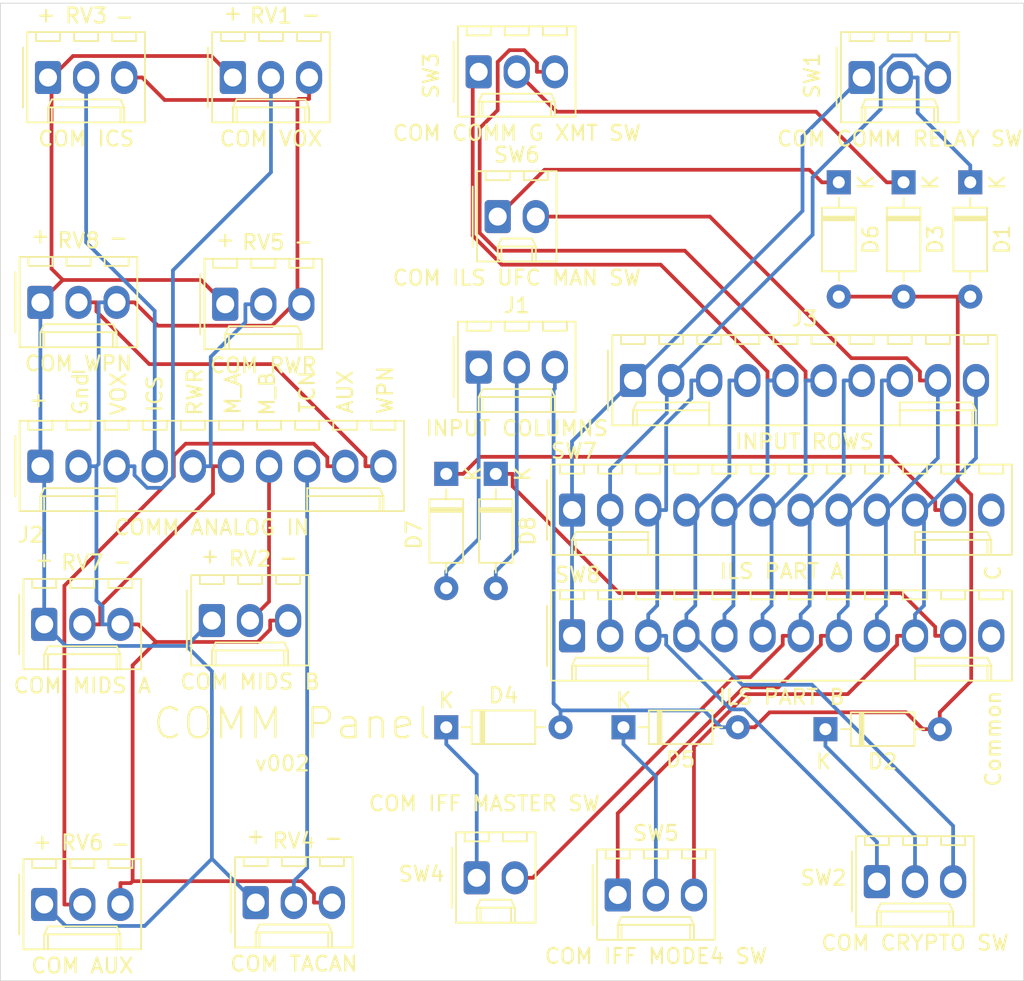
<source format=kicad_pcb>
(kicad_pcb (version 20171130) (host pcbnew "(5.1.5-0-10_14)")

  (general
    (thickness 1.6)
    (drawings 34)
    (tracks 292)
    (zones 0)
    (modules 31)
    (nets 32)
  )

  (page A4)
  (layers
    (0 F.Cu signal)
    (31 B.Cu signal hide)
    (32 B.Adhes user)
    (33 F.Adhes user hide)
    (34 B.Paste user)
    (35 F.Paste user)
    (36 B.SilkS user)
    (37 F.SilkS user)
    (38 B.Mask user)
    (39 F.Mask user)
    (40 Dwgs.User user)
    (41 Cmts.User user)
    (42 Eco1.User user)
    (43 Eco2.User user)
    (44 Edge.Cuts user)
    (45 Margin user)
    (46 B.CrtYd user)
    (47 F.CrtYd user)
    (48 B.Fab user)
    (49 F.Fab user)
  )

  (setup
    (last_trace_width 0.25)
    (trace_clearance 0.2)
    (zone_clearance 0.508)
    (zone_45_only no)
    (trace_min 0.2)
    (via_size 0.8)
    (via_drill 0.4)
    (via_min_size 0.4)
    (via_min_drill 0.3)
    (uvia_size 0.3)
    (uvia_drill 0.1)
    (uvias_allowed no)
    (uvia_min_size 0.2)
    (uvia_min_drill 0.1)
    (edge_width 0.05)
    (segment_width 0.2)
    (pcb_text_width 0.3)
    (pcb_text_size 1.5 1.5)
    (mod_edge_width 0.12)
    (mod_text_size 1 1)
    (mod_text_width 0.15)
    (pad_size 1.524 1.524)
    (pad_drill 0.762)
    (pad_to_mask_clearance 0.051)
    (solder_mask_min_width 0.25)
    (aux_axis_origin 0 0)
    (visible_elements FFFFFF7F)
    (pcbplotparams
      (layerselection 0x010fc_ffffffff)
      (usegerberextensions false)
      (usegerberattributes false)
      (usegerberadvancedattributes false)
      (creategerberjobfile false)
      (excludeedgelayer true)
      (linewidth 0.100000)
      (plotframeref false)
      (viasonmask false)
      (mode 1)
      (useauxorigin false)
      (hpglpennumber 1)
      (hpglpenspeed 20)
      (hpglpendiameter 15.000000)
      (psnegative false)
      (psa4output false)
      (plotreference true)
      (plotvalue true)
      (plotinvisibletext false)
      (padsonsilk false)
      (subtractmaskfromsilk false)
      (outputformat 1)
      (mirror false)
      (drillshape 0)
      (scaleselection 1)
      (outputdirectory "manufacturing"))
  )

  (net 0 "")
  (net 1 /COL1)
  (net 2 "Net-(D1-Pad1)")
  (net 3 /COL3)
  (net 4 "Net-(D2-Pad1)")
  (net 5 "Net-(D3-Pad1)")
  (net 6 "Net-(D4-Pad1)")
  (net 7 "Net-(D5-Pad1)")
  (net 8 "Net-(D6-Pad1)")
  (net 9 "Net-(D7-Pad1)")
  (net 10 /COL2)
  (net 11 "Net-(D8-Pad1)")
  (net 12 /COM_VOX)
  (net 13 /ANALOG_GND)
  (net 14 /ANALOG_5V)
  (net 15 /ROW10)
  (net 16 /ROW9)
  (net 17 /ROW8)
  (net 18 /ROW7)
  (net 19 /ROW6)
  (net 20 /ROW5)
  (net 21 /ROW4)
  (net 22 /ROW3)
  (net 23 /ROW2)
  (net 24 /ROW1)
  (net 25 /COM_MIDS_B)
  (net 26 /COM_ICS)
  (net 27 /COM_TACAN)
  (net 28 /COM_RWR)
  (net 29 /COM_AUX)
  (net 30 /COM_MIDS_A)
  (net 31 /COM_WPN)

  (net_class Default "This is the default net class."
    (clearance 0.2)
    (trace_width 0.25)
    (via_dia 0.8)
    (via_drill 0.4)
    (uvia_dia 0.3)
    (uvia_drill 0.1)
    (add_net /ANALOG_5V)
    (add_net /ANALOG_GND)
    (add_net /COL1)
    (add_net /COL2)
    (add_net /COL3)
    (add_net /COM_AUX)
    (add_net /COM_ICS)
    (add_net /COM_MIDS_A)
    (add_net /COM_MIDS_B)
    (add_net /COM_RWR)
    (add_net /COM_TACAN)
    (add_net /COM_VOX)
    (add_net /COM_WPN)
    (add_net /ROW1)
    (add_net /ROW10)
    (add_net /ROW2)
    (add_net /ROW3)
    (add_net /ROW4)
    (add_net /ROW5)
    (add_net /ROW6)
    (add_net /ROW7)
    (add_net /ROW8)
    (add_net /ROW9)
    (add_net "Net-(D1-Pad1)")
    (add_net "Net-(D2-Pad1)")
    (add_net "Net-(D3-Pad1)")
    (add_net "Net-(D4-Pad1)")
    (add_net "Net-(D5-Pad1)")
    (add_net "Net-(D6-Pad1)")
    (add_net "Net-(D7-Pad1)")
    (add_net "Net-(D8-Pad1)")
  )

  (module PT_Library_v001:Molex_1x03_P2.54mm_Vertical (layer F.Cu) (tedit 5B78013E) (tstamp 606A5F4A)
    (at 91.694 139.192)
    (descr "Molex KK-254 Interconnect System, old/engineering part number: AE-6410-03A example for new part number: 22-27-2031, 3 Pins (http://www.molex.com/pdm_docs/sd/022272021_sd.pdf), generated with kicad-footprint-generator")
    (tags "connector Molex KK-254 side entry")
    (path /606A74DA)
    (fp_text reference SW5 (at 2.54 -4.12) (layer F.SilkS)
      (effects (font (size 1 1) (thickness 0.15)))
    )
    (fp_text value "COM IFF MODE4 SW" (at 2.54 4.08) (layer F.SilkS)
      (effects (font (size 1 1) (thickness 0.15)))
    )
    (fp_text user %R (at 2.54 -2.22) (layer F.Fab)
      (effects (font (size 1 1) (thickness 0.15)))
    )
    (fp_line (start 6.85 -3.42) (end -1.77 -3.42) (layer F.CrtYd) (width 0.05))
    (fp_line (start 6.85 3.38) (end 6.85 -3.42) (layer F.CrtYd) (width 0.05))
    (fp_line (start -1.77 3.38) (end 6.85 3.38) (layer F.CrtYd) (width 0.05))
    (fp_line (start -1.77 -3.42) (end -1.77 3.38) (layer F.CrtYd) (width 0.05))
    (fp_line (start 5.88 -2.43) (end 5.88 -3.03) (layer F.SilkS) (width 0.12))
    (fp_line (start 4.28 -2.43) (end 5.88 -2.43) (layer F.SilkS) (width 0.12))
    (fp_line (start 4.28 -3.03) (end 4.28 -2.43) (layer F.SilkS) (width 0.12))
    (fp_line (start 3.34 -2.43) (end 3.34 -3.03) (layer F.SilkS) (width 0.12))
    (fp_line (start 1.74 -2.43) (end 3.34 -2.43) (layer F.SilkS) (width 0.12))
    (fp_line (start 1.74 -3.03) (end 1.74 -2.43) (layer F.SilkS) (width 0.12))
    (fp_line (start 0.8 -2.43) (end 0.8 -3.03) (layer F.SilkS) (width 0.12))
    (fp_line (start -0.8 -2.43) (end 0.8 -2.43) (layer F.SilkS) (width 0.12))
    (fp_line (start -0.8 -3.03) (end -0.8 -2.43) (layer F.SilkS) (width 0.12))
    (fp_line (start 4.83 2.99) (end 4.83 1.99) (layer F.SilkS) (width 0.12))
    (fp_line (start 0.25 2.99) (end 0.25 1.99) (layer F.SilkS) (width 0.12))
    (fp_line (start 4.83 1.46) (end 5.08 1.99) (layer F.SilkS) (width 0.12))
    (fp_line (start 0.25 1.46) (end 4.83 1.46) (layer F.SilkS) (width 0.12))
    (fp_line (start 0 1.99) (end 0.25 1.46) (layer F.SilkS) (width 0.12))
    (fp_line (start 5.08 1.99) (end 5.08 2.99) (layer F.SilkS) (width 0.12))
    (fp_line (start 0 1.99) (end 5.08 1.99) (layer F.SilkS) (width 0.12))
    (fp_line (start 0 2.99) (end 0 1.99) (layer F.SilkS) (width 0.12))
    (fp_line (start -0.562893 0) (end -1.27 0.5) (layer F.Fab) (width 0.1))
    (fp_line (start -1.27 -0.5) (end -0.562893 0) (layer F.Fab) (width 0.1))
    (fp_line (start -1.67 -2) (end -1.67 2) (layer F.SilkS) (width 0.12))
    (fp_line (start 6.46 -3.03) (end -1.38 -3.03) (layer F.SilkS) (width 0.12))
    (fp_line (start 6.46 2.99) (end 6.46 -3.03) (layer F.SilkS) (width 0.12))
    (fp_line (start -1.38 2.99) (end 6.46 2.99) (layer F.SilkS) (width 0.12))
    (fp_line (start -1.38 -3.03) (end -1.38 2.99) (layer F.SilkS) (width 0.12))
    (fp_line (start 6.35 -2.92) (end -1.27 -2.92) (layer F.Fab) (width 0.1))
    (fp_line (start 6.35 2.88) (end 6.35 -2.92) (layer F.Fab) (width 0.1))
    (fp_line (start -1.27 2.88) (end 6.35 2.88) (layer F.Fab) (width 0.1))
    (fp_line (start -1.27 -2.92) (end -1.27 2.88) (layer F.Fab) (width 0.1))
    (pad 3 thru_hole oval (at 5.08 0) (size 1.74 2.2) (drill 1.2) (layers *.Cu *.Mask)
      (net 15 /ROW10))
    (pad 2 thru_hole oval (at 2.54 0) (size 1.74 2.2) (drill 1.2) (layers *.Cu *.Mask)
      (net 7 "Net-(D5-Pad1)"))
    (pad 1 thru_hole roundrect (at 0 0) (size 1.74 2.2) (drill 1.2) (layers *.Cu *.Mask) (roundrect_rratio 0.143678)
      (net 17 /ROW8))
    (model ${KISYS3DMOD}/Connector_Molex.3dshapes/Molex_KK-254_AE-6410-03A_1x03_P2.54mm_Vertical.wrl
      (at (xyz 0 0 0))
      (scale (xyz 1 1 1))
      (rotate (xyz 0 0 0))
    )
  )

  (module MountingHole:MountingHole_3.2mm_M3 (layer F.Cu) (tedit 56D1B4CB) (tstamp 604B7F20)
    (at 101.341 132.786)
    (descr "Mounting Hole 3.2mm, no annular, M3")
    (tags "mounting hole 3.2mm no annular m3")
    (path /604B592E)
    (attr virtual)
    (fp_text reference H4 (at 0 -4.2) (layer Dwgs.User)
      (effects (font (size 1 1) (thickness 0.15)))
    )
    (fp_text value MountingHole (at 0 4.2) (layer F.Fab)
      (effects (font (size 1 1) (thickness 0.15)))
    )
    (fp_circle (center 0 0) (end 3.45 0) (layer F.CrtYd) (width 0.05))
    (fp_circle (center 0 0) (end 3.2 0) (layer Cmts.User) (width 0.15))
    (fp_text user %R (at 0.3 0) (layer F.Fab)
      (effects (font (size 1 1) (thickness 0.15)))
    )
    (pad 1 np_thru_hole circle (at 0 0) (size 3.2 3.2) (drill 3.2) (layers *.Cu *.Mask))
  )

  (module MountingHole:MountingHole_3.2mm_M3 (layer F.Cu) (tedit 56D1B4CB) (tstamp 604B7F18)
    (at 101.341 92.786)
    (descr "Mounting Hole 3.2mm, no annular, M3")
    (tags "mounting hole 3.2mm no annular m3")
    (path /604B548D)
    (attr virtual)
    (fp_text reference H3 (at 0 -4.2) (layer Dwgs.User)
      (effects (font (size 1 1) (thickness 0.15)))
    )
    (fp_text value MountingHole (at 0 4.2) (layer F.Fab)
      (effects (font (size 1 1) (thickness 0.15)))
    )
    (fp_circle (center 0 0) (end 3.45 0) (layer F.CrtYd) (width 0.05))
    (fp_circle (center 0 0) (end 3.2 0) (layer Cmts.User) (width 0.15))
    (fp_text user %R (at 0.3 0) (layer F.Fab)
      (effects (font (size 1 1) (thickness 0.15)))
    )
    (pad 1 np_thru_hole circle (at 0 0) (size 3.2 3.2) (drill 3.2) (layers *.Cu *.Mask))
  )

  (module MountingHole:MountingHole_3.2mm_M3 (layer F.Cu) (tedit 56D1B4CB) (tstamp 604B7F10)
    (at 61.341 132.786)
    (descr "Mounting Hole 3.2mm, no annular, M3")
    (tags "mounting hole 3.2mm no annular m3")
    (path /604B4F71)
    (attr virtual)
    (fp_text reference H2 (at 0 -4.2) (layer Dwgs.User)
      (effects (font (size 1 1) (thickness 0.15)))
    )
    (fp_text value MountingHole (at 0 4.2) (layer F.Fab)
      (effects (font (size 1 1) (thickness 0.15)))
    )
    (fp_circle (center 0 0) (end 3.45 0) (layer F.CrtYd) (width 0.05))
    (fp_circle (center 0 0) (end 3.2 0) (layer Cmts.User) (width 0.15))
    (fp_text user %R (at 0.3 0) (layer F.Fab)
      (effects (font (size 1 1) (thickness 0.15)))
    )
    (pad 1 np_thru_hole circle (at 0 0) (size 3.2 3.2) (drill 3.2) (layers *.Cu *.Mask))
  )

  (module MountingHole:MountingHole_3.2mm_M3 (layer F.Cu) (tedit 56D1B4CB) (tstamp 604B86B8)
    (at 61.341 92.786)
    (descr "Mounting Hole 3.2mm, no annular, M3")
    (tags "mounting hole 3.2mm no annular m3")
    (path /604B4D95)
    (attr virtual)
    (fp_text reference H1 (at 0 -4.2) (layer Dwgs.User)
      (effects (font (size 1 1) (thickness 0.15)))
    )
    (fp_text value MountingHole (at 0 4.2) (layer F.Fab)
      (effects (font (size 1 1) (thickness 0.15)))
    )
    (fp_circle (center 0 0) (end 3.45 0) (layer F.CrtYd) (width 0.05))
    (fp_circle (center 0 0) (end 3.2 0) (layer Cmts.User) (width 0.15))
    (fp_text user %R (at 0.3 0) (layer F.Fab)
      (effects (font (size 1 1) (thickness 0.15)))
    )
    (pad 1 np_thru_hole circle (at 0 0) (size 3.2 3.2) (drill 3.2) (layers *.Cu *.Mask))
  )

  (module Connector_Molex:Molex_KK-254_AE-6410-12A_1x12_P2.54mm_Vertical (layer F.Cu) (tedit 5B78013E) (tstamp 604AD6A0)
    (at 88.646 121.92)
    (descr "Molex KK-254 Interconnect System, old/engineering part number: AE-6410-12A example for new part number: 22-27-2121, 12 Pins (http://www.molex.com/pdm_docs/sd/022272021_sd.pdf), generated with kicad-footprint-generator")
    (tags "connector Molex KK-254 side entry")
    (path /5FDFEEAD)
    (fp_text reference SW8 (at 0.381 -4.064) (layer F.SilkS)
      (effects (font (size 1 1) (thickness 0.15)))
    )
    (fp_text value "ILS PART B" (at 13.97 4.08) (layer F.SilkS)
      (effects (font (size 1 1) (thickness 0.15)))
    )
    (fp_text user %R (at 13.97 -2.22) (layer F.Fab)
      (effects (font (size 1 1) (thickness 0.15)))
    )
    (fp_line (start 29.71 -3.42) (end -1.77 -3.42) (layer F.CrtYd) (width 0.05))
    (fp_line (start 29.71 3.38) (end 29.71 -3.42) (layer F.CrtYd) (width 0.05))
    (fp_line (start -1.77 3.38) (end 29.71 3.38) (layer F.CrtYd) (width 0.05))
    (fp_line (start -1.77 -3.42) (end -1.77 3.38) (layer F.CrtYd) (width 0.05))
    (fp_line (start 28.74 -2.43) (end 28.74 -3.03) (layer F.SilkS) (width 0.12))
    (fp_line (start 27.14 -2.43) (end 28.74 -2.43) (layer F.SilkS) (width 0.12))
    (fp_line (start 27.14 -3.03) (end 27.14 -2.43) (layer F.SilkS) (width 0.12))
    (fp_line (start 26.2 -2.43) (end 26.2 -3.03) (layer F.SilkS) (width 0.12))
    (fp_line (start 24.6 -2.43) (end 26.2 -2.43) (layer F.SilkS) (width 0.12))
    (fp_line (start 24.6 -3.03) (end 24.6 -2.43) (layer F.SilkS) (width 0.12))
    (fp_line (start 23.66 -2.43) (end 23.66 -3.03) (layer F.SilkS) (width 0.12))
    (fp_line (start 22.06 -2.43) (end 23.66 -2.43) (layer F.SilkS) (width 0.12))
    (fp_line (start 22.06 -3.03) (end 22.06 -2.43) (layer F.SilkS) (width 0.12))
    (fp_line (start 21.12 -2.43) (end 21.12 -3.03) (layer F.SilkS) (width 0.12))
    (fp_line (start 19.52 -2.43) (end 21.12 -2.43) (layer F.SilkS) (width 0.12))
    (fp_line (start 19.52 -3.03) (end 19.52 -2.43) (layer F.SilkS) (width 0.12))
    (fp_line (start 18.58 -2.43) (end 18.58 -3.03) (layer F.SilkS) (width 0.12))
    (fp_line (start 16.98 -2.43) (end 18.58 -2.43) (layer F.SilkS) (width 0.12))
    (fp_line (start 16.98 -3.03) (end 16.98 -2.43) (layer F.SilkS) (width 0.12))
    (fp_line (start 16.04 -2.43) (end 16.04 -3.03) (layer F.SilkS) (width 0.12))
    (fp_line (start 14.44 -2.43) (end 16.04 -2.43) (layer F.SilkS) (width 0.12))
    (fp_line (start 14.44 -3.03) (end 14.44 -2.43) (layer F.SilkS) (width 0.12))
    (fp_line (start 13.5 -2.43) (end 13.5 -3.03) (layer F.SilkS) (width 0.12))
    (fp_line (start 11.9 -2.43) (end 13.5 -2.43) (layer F.SilkS) (width 0.12))
    (fp_line (start 11.9 -3.03) (end 11.9 -2.43) (layer F.SilkS) (width 0.12))
    (fp_line (start 10.96 -2.43) (end 10.96 -3.03) (layer F.SilkS) (width 0.12))
    (fp_line (start 9.36 -2.43) (end 10.96 -2.43) (layer F.SilkS) (width 0.12))
    (fp_line (start 9.36 -3.03) (end 9.36 -2.43) (layer F.SilkS) (width 0.12))
    (fp_line (start 8.42 -2.43) (end 8.42 -3.03) (layer F.SilkS) (width 0.12))
    (fp_line (start 6.82 -2.43) (end 8.42 -2.43) (layer F.SilkS) (width 0.12))
    (fp_line (start 6.82 -3.03) (end 6.82 -2.43) (layer F.SilkS) (width 0.12))
    (fp_line (start 5.88 -2.43) (end 5.88 -3.03) (layer F.SilkS) (width 0.12))
    (fp_line (start 4.28 -2.43) (end 5.88 -2.43) (layer F.SilkS) (width 0.12))
    (fp_line (start 4.28 -3.03) (end 4.28 -2.43) (layer F.SilkS) (width 0.12))
    (fp_line (start 3.34 -2.43) (end 3.34 -3.03) (layer F.SilkS) (width 0.12))
    (fp_line (start 1.74 -2.43) (end 3.34 -2.43) (layer F.SilkS) (width 0.12))
    (fp_line (start 1.74 -3.03) (end 1.74 -2.43) (layer F.SilkS) (width 0.12))
    (fp_line (start 0.8 -2.43) (end 0.8 -3.03) (layer F.SilkS) (width 0.12))
    (fp_line (start -0.8 -2.43) (end 0.8 -2.43) (layer F.SilkS) (width 0.12))
    (fp_line (start -0.8 -3.03) (end -0.8 -2.43) (layer F.SilkS) (width 0.12))
    (fp_line (start 27.69 2.99) (end 27.69 1.99) (layer F.SilkS) (width 0.12))
    (fp_line (start 22.86 1.46) (end 22.86 1.99) (layer F.SilkS) (width 0.12))
    (fp_line (start 27.69 1.46) (end 22.86 1.46) (layer F.SilkS) (width 0.12))
    (fp_line (start 27.94 1.99) (end 27.69 1.46) (layer F.SilkS) (width 0.12))
    (fp_line (start 22.86 1.99) (end 22.86 2.99) (layer F.SilkS) (width 0.12))
    (fp_line (start 27.94 1.99) (end 22.86 1.99) (layer F.SilkS) (width 0.12))
    (fp_line (start 27.94 2.99) (end 27.94 1.99) (layer F.SilkS) (width 0.12))
    (fp_line (start 0.25 2.99) (end 0.25 1.99) (layer F.SilkS) (width 0.12))
    (fp_line (start 5.08 1.46) (end 5.08 1.99) (layer F.SilkS) (width 0.12))
    (fp_line (start 0.25 1.46) (end 5.08 1.46) (layer F.SilkS) (width 0.12))
    (fp_line (start 0 1.99) (end 0.25 1.46) (layer F.SilkS) (width 0.12))
    (fp_line (start 5.08 1.99) (end 5.08 2.99) (layer F.SilkS) (width 0.12))
    (fp_line (start 0 1.99) (end 5.08 1.99) (layer F.SilkS) (width 0.12))
    (fp_line (start 0 2.99) (end 0 1.99) (layer F.SilkS) (width 0.12))
    (fp_line (start -0.562893 0) (end -1.27 0.5) (layer F.Fab) (width 0.1))
    (fp_line (start -1.27 -0.5) (end -0.562893 0) (layer F.Fab) (width 0.1))
    (fp_line (start -1.67 -2) (end -1.67 2) (layer F.SilkS) (width 0.12))
    (fp_line (start 29.32 -3.03) (end -1.38 -3.03) (layer F.SilkS) (width 0.12))
    (fp_line (start 29.32 2.99) (end 29.32 -3.03) (layer F.SilkS) (width 0.12))
    (fp_line (start -1.38 2.99) (end 29.32 2.99) (layer F.SilkS) (width 0.12))
    (fp_line (start -1.38 -3.03) (end -1.38 2.99) (layer F.SilkS) (width 0.12))
    (fp_line (start 29.21 -2.92) (end -1.27 -2.92) (layer F.Fab) (width 0.1))
    (fp_line (start 29.21 2.88) (end 29.21 -2.92) (layer F.Fab) (width 0.1))
    (fp_line (start -1.27 2.88) (end 29.21 2.88) (layer F.Fab) (width 0.1))
    (fp_line (start -1.27 -2.92) (end -1.27 2.88) (layer F.Fab) (width 0.1))
    (pad 12 thru_hole oval (at 27.94 0) (size 1.74 2.2) (drill 1.2) (layers *.Cu *.Mask))
    (pad 11 thru_hole oval (at 25.4 0) (size 1.74 2.2) (drill 1.2) (layers *.Cu *.Mask)
      (net 11 "Net-(D8-Pad1)"))
    (pad 10 thru_hole oval (at 22.86 0) (size 1.74 2.2) (drill 1.2) (layers *.Cu *.Mask)
      (net 15 /ROW10))
    (pad 9 thru_hole oval (at 20.32 0) (size 1.74 2.2) (drill 1.2) (layers *.Cu *.Mask)
      (net 16 /ROW9))
    (pad 8 thru_hole oval (at 17.78 0) (size 1.74 2.2) (drill 1.2) (layers *.Cu *.Mask)
      (net 17 /ROW8))
    (pad 7 thru_hole oval (at 15.24 0) (size 1.74 2.2) (drill 1.2) (layers *.Cu *.Mask)
      (net 18 /ROW7))
    (pad 6 thru_hole oval (at 12.7 0) (size 1.74 2.2) (drill 1.2) (layers *.Cu *.Mask)
      (net 19 /ROW6))
    (pad 5 thru_hole oval (at 10.16 0) (size 1.74 2.2) (drill 1.2) (layers *.Cu *.Mask)
      (net 20 /ROW5))
    (pad 4 thru_hole oval (at 7.62 0) (size 1.74 2.2) (drill 1.2) (layers *.Cu *.Mask)
      (net 21 /ROW4))
    (pad 3 thru_hole oval (at 5.08 0) (size 1.74 2.2) (drill 1.2) (layers *.Cu *.Mask)
      (net 22 /ROW3))
    (pad 2 thru_hole oval (at 2.54 0) (size 1.74 2.2) (drill 1.2) (layers *.Cu *.Mask)
      (net 23 /ROW2))
    (pad 1 thru_hole roundrect (at 0 0) (size 1.74 2.2) (drill 1.2) (layers *.Cu *.Mask) (roundrect_rratio 0.143678)
      (net 24 /ROW1))
    (model ${KISYS3DMOD}/Connector_Molex.3dshapes/Molex_KK-254_AE-6410-12A_1x12_P2.54mm_Vertical.wrl
      (at (xyz 0 0 0))
      (scale (xyz 1 1 1))
      (rotate (xyz 0 0 0))
    )
  )

  (module Connector_Molex:Molex_KK-254_AE-6410-12A_1x12_P2.54mm_Vertical (layer F.Cu) (tedit 5B78013E) (tstamp 604AD656)
    (at 88.646 113.538)
    (descr "Molex KK-254 Interconnect System, old/engineering part number: AE-6410-12A example for new part number: 22-27-2121, 12 Pins (http://www.molex.com/pdm_docs/sd/022272021_sd.pdf), generated with kicad-footprint-generator")
    (tags "connector Molex KK-254 side entry")
    (path /5FDEA541)
    (fp_text reference SW7 (at 0.127 -3.937) (layer F.SilkS)
      (effects (font (size 1 1) (thickness 0.15)))
    )
    (fp_text value "ILS PART A" (at 13.97 4.08) (layer F.SilkS)
      (effects (font (size 1 1) (thickness 0.15)))
    )
    (fp_text user %R (at 13.97 -2.22) (layer F.Fab)
      (effects (font (size 1 1) (thickness 0.15)))
    )
    (fp_line (start 29.71 -3.42) (end -1.77 -3.42) (layer F.CrtYd) (width 0.05))
    (fp_line (start 29.71 3.38) (end 29.71 -3.42) (layer F.CrtYd) (width 0.05))
    (fp_line (start -1.77 3.38) (end 29.71 3.38) (layer F.CrtYd) (width 0.05))
    (fp_line (start -1.77 -3.42) (end -1.77 3.38) (layer F.CrtYd) (width 0.05))
    (fp_line (start 28.74 -2.43) (end 28.74 -3.03) (layer F.SilkS) (width 0.12))
    (fp_line (start 27.14 -2.43) (end 28.74 -2.43) (layer F.SilkS) (width 0.12))
    (fp_line (start 27.14 -3.03) (end 27.14 -2.43) (layer F.SilkS) (width 0.12))
    (fp_line (start 26.2 -2.43) (end 26.2 -3.03) (layer F.SilkS) (width 0.12))
    (fp_line (start 24.6 -2.43) (end 26.2 -2.43) (layer F.SilkS) (width 0.12))
    (fp_line (start 24.6 -3.03) (end 24.6 -2.43) (layer F.SilkS) (width 0.12))
    (fp_line (start 23.66 -2.43) (end 23.66 -3.03) (layer F.SilkS) (width 0.12))
    (fp_line (start 22.06 -2.43) (end 23.66 -2.43) (layer F.SilkS) (width 0.12))
    (fp_line (start 22.06 -3.03) (end 22.06 -2.43) (layer F.SilkS) (width 0.12))
    (fp_line (start 21.12 -2.43) (end 21.12 -3.03) (layer F.SilkS) (width 0.12))
    (fp_line (start 19.52 -2.43) (end 21.12 -2.43) (layer F.SilkS) (width 0.12))
    (fp_line (start 19.52 -3.03) (end 19.52 -2.43) (layer F.SilkS) (width 0.12))
    (fp_line (start 18.58 -2.43) (end 18.58 -3.03) (layer F.SilkS) (width 0.12))
    (fp_line (start 16.98 -2.43) (end 18.58 -2.43) (layer F.SilkS) (width 0.12))
    (fp_line (start 16.98 -3.03) (end 16.98 -2.43) (layer F.SilkS) (width 0.12))
    (fp_line (start 16.04 -2.43) (end 16.04 -3.03) (layer F.SilkS) (width 0.12))
    (fp_line (start 14.44 -2.43) (end 16.04 -2.43) (layer F.SilkS) (width 0.12))
    (fp_line (start 14.44 -3.03) (end 14.44 -2.43) (layer F.SilkS) (width 0.12))
    (fp_line (start 13.5 -2.43) (end 13.5 -3.03) (layer F.SilkS) (width 0.12))
    (fp_line (start 11.9 -2.43) (end 13.5 -2.43) (layer F.SilkS) (width 0.12))
    (fp_line (start 11.9 -3.03) (end 11.9 -2.43) (layer F.SilkS) (width 0.12))
    (fp_line (start 10.96 -2.43) (end 10.96 -3.03) (layer F.SilkS) (width 0.12))
    (fp_line (start 9.36 -2.43) (end 10.96 -2.43) (layer F.SilkS) (width 0.12))
    (fp_line (start 9.36 -3.03) (end 9.36 -2.43) (layer F.SilkS) (width 0.12))
    (fp_line (start 8.42 -2.43) (end 8.42 -3.03) (layer F.SilkS) (width 0.12))
    (fp_line (start 6.82 -2.43) (end 8.42 -2.43) (layer F.SilkS) (width 0.12))
    (fp_line (start 6.82 -3.03) (end 6.82 -2.43) (layer F.SilkS) (width 0.12))
    (fp_line (start 5.88 -2.43) (end 5.88 -3.03) (layer F.SilkS) (width 0.12))
    (fp_line (start 4.28 -2.43) (end 5.88 -2.43) (layer F.SilkS) (width 0.12))
    (fp_line (start 4.28 -3.03) (end 4.28 -2.43) (layer F.SilkS) (width 0.12))
    (fp_line (start 3.34 -2.43) (end 3.34 -3.03) (layer F.SilkS) (width 0.12))
    (fp_line (start 1.74 -2.43) (end 3.34 -2.43) (layer F.SilkS) (width 0.12))
    (fp_line (start 1.74 -3.03) (end 1.74 -2.43) (layer F.SilkS) (width 0.12))
    (fp_line (start 0.8 -2.43) (end 0.8 -3.03) (layer F.SilkS) (width 0.12))
    (fp_line (start -0.8 -2.43) (end 0.8 -2.43) (layer F.SilkS) (width 0.12))
    (fp_line (start -0.8 -3.03) (end -0.8 -2.43) (layer F.SilkS) (width 0.12))
    (fp_line (start 27.69 2.99) (end 27.69 1.99) (layer F.SilkS) (width 0.12))
    (fp_line (start 22.86 1.46) (end 22.86 1.99) (layer F.SilkS) (width 0.12))
    (fp_line (start 27.69 1.46) (end 22.86 1.46) (layer F.SilkS) (width 0.12))
    (fp_line (start 27.94 1.99) (end 27.69 1.46) (layer F.SilkS) (width 0.12))
    (fp_line (start 22.86 1.99) (end 22.86 2.99) (layer F.SilkS) (width 0.12))
    (fp_line (start 27.94 1.99) (end 22.86 1.99) (layer F.SilkS) (width 0.12))
    (fp_line (start 27.94 2.99) (end 27.94 1.99) (layer F.SilkS) (width 0.12))
    (fp_line (start 0.25 2.99) (end 0.25 1.99) (layer F.SilkS) (width 0.12))
    (fp_line (start 5.08 1.46) (end 5.08 1.99) (layer F.SilkS) (width 0.12))
    (fp_line (start 0.25 1.46) (end 5.08 1.46) (layer F.SilkS) (width 0.12))
    (fp_line (start 0 1.99) (end 0.25 1.46) (layer F.SilkS) (width 0.12))
    (fp_line (start 5.08 1.99) (end 5.08 2.99) (layer F.SilkS) (width 0.12))
    (fp_line (start 0 1.99) (end 5.08 1.99) (layer F.SilkS) (width 0.12))
    (fp_line (start 0 2.99) (end 0 1.99) (layer F.SilkS) (width 0.12))
    (fp_line (start -0.562893 0) (end -1.27 0.5) (layer F.Fab) (width 0.1))
    (fp_line (start -1.27 -0.5) (end -0.562893 0) (layer F.Fab) (width 0.1))
    (fp_line (start -1.67 -2) (end -1.67 2) (layer F.SilkS) (width 0.12))
    (fp_line (start 29.32 -3.03) (end -1.38 -3.03) (layer F.SilkS) (width 0.12))
    (fp_line (start 29.32 2.99) (end 29.32 -3.03) (layer F.SilkS) (width 0.12))
    (fp_line (start -1.38 2.99) (end 29.32 2.99) (layer F.SilkS) (width 0.12))
    (fp_line (start -1.38 -3.03) (end -1.38 2.99) (layer F.SilkS) (width 0.12))
    (fp_line (start 29.21 -2.92) (end -1.27 -2.92) (layer F.Fab) (width 0.1))
    (fp_line (start 29.21 2.88) (end 29.21 -2.92) (layer F.Fab) (width 0.1))
    (fp_line (start -1.27 2.88) (end 29.21 2.88) (layer F.Fab) (width 0.1))
    (fp_line (start -1.27 -2.92) (end -1.27 2.88) (layer F.Fab) (width 0.1))
    (pad 12 thru_hole oval (at 27.94 0) (size 1.74 2.2) (drill 1.2) (layers *.Cu *.Mask))
    (pad 11 thru_hole oval (at 25.4 0) (size 1.74 2.2) (drill 1.2) (layers *.Cu *.Mask)
      (net 9 "Net-(D7-Pad1)"))
    (pad 10 thru_hole oval (at 22.86 0) (size 1.74 2.2) (drill 1.2) (layers *.Cu *.Mask)
      (net 15 /ROW10))
    (pad 9 thru_hole oval (at 20.32 0) (size 1.74 2.2) (drill 1.2) (layers *.Cu *.Mask)
      (net 16 /ROW9))
    (pad 8 thru_hole oval (at 17.78 0) (size 1.74 2.2) (drill 1.2) (layers *.Cu *.Mask)
      (net 17 /ROW8))
    (pad 7 thru_hole oval (at 15.24 0) (size 1.74 2.2) (drill 1.2) (layers *.Cu *.Mask)
      (net 18 /ROW7))
    (pad 6 thru_hole oval (at 12.7 0) (size 1.74 2.2) (drill 1.2) (layers *.Cu *.Mask)
      (net 19 /ROW6))
    (pad 5 thru_hole oval (at 10.16 0) (size 1.74 2.2) (drill 1.2) (layers *.Cu *.Mask)
      (net 20 /ROW5))
    (pad 4 thru_hole oval (at 7.62 0) (size 1.74 2.2) (drill 1.2) (layers *.Cu *.Mask)
      (net 21 /ROW4))
    (pad 3 thru_hole oval (at 5.08 0) (size 1.74 2.2) (drill 1.2) (layers *.Cu *.Mask)
      (net 22 /ROW3))
    (pad 2 thru_hole oval (at 2.54 0) (size 1.74 2.2) (drill 1.2) (layers *.Cu *.Mask)
      (net 23 /ROW2))
    (pad 1 thru_hole roundrect (at 0 0) (size 1.74 2.2) (drill 1.2) (layers *.Cu *.Mask) (roundrect_rratio 0.143678)
      (net 24 /ROW1))
    (model ${KISYS3DMOD}/Connector_Molex.3dshapes/Molex_KK-254_AE-6410-12A_1x12_P2.54mm_Vertical.wrl
      (at (xyz 0 0 0))
      (scale (xyz 1 1 1))
      (rotate (xyz 0 0 0))
    )
  )

  (module PT_Library_v001:Molex_1x10_P2.54mm_Vertical (layer F.Cu) (tedit 5B78013E) (tstamp 604AD39E)
    (at 53.213 110.617)
    (descr "Molex KK-254 Interconnect System, old/engineering part number: AE-6410-10A example for new part number: 22-27-2101, 10 Pins (http://www.molex.com/pdm_docs/sd/022272021_sd.pdf), generated with kicad-footprint-generator")
    (tags "connector Molex KK-254 side entry")
    (path /5FDF17BC)
    (fp_text reference J2 (at -0.635 4.572) (layer F.SilkS)
      (effects (font (size 1 1) (thickness 0.15)))
    )
    (fp_text value "COMM ANALOG IN" (at 11.43 4.08) (layer F.SilkS)
      (effects (font (size 1 1) (thickness 0.15)))
    )
    (fp_text user %R (at 11.43 -2.22) (layer F.Fab)
      (effects (font (size 1 1) (thickness 0.15)))
    )
    (fp_line (start 24.63 -3.42) (end -1.77 -3.42) (layer F.CrtYd) (width 0.05))
    (fp_line (start 24.63 3.38) (end 24.63 -3.42) (layer F.CrtYd) (width 0.05))
    (fp_line (start -1.77 3.38) (end 24.63 3.38) (layer F.CrtYd) (width 0.05))
    (fp_line (start -1.77 -3.42) (end -1.77 3.38) (layer F.CrtYd) (width 0.05))
    (fp_line (start 23.66 -2.43) (end 23.66 -3.03) (layer F.SilkS) (width 0.12))
    (fp_line (start 22.06 -2.43) (end 23.66 -2.43) (layer F.SilkS) (width 0.12))
    (fp_line (start 22.06 -3.03) (end 22.06 -2.43) (layer F.SilkS) (width 0.12))
    (fp_line (start 21.12 -2.43) (end 21.12 -3.03) (layer F.SilkS) (width 0.12))
    (fp_line (start 19.52 -2.43) (end 21.12 -2.43) (layer F.SilkS) (width 0.12))
    (fp_line (start 19.52 -3.03) (end 19.52 -2.43) (layer F.SilkS) (width 0.12))
    (fp_line (start 18.58 -2.43) (end 18.58 -3.03) (layer F.SilkS) (width 0.12))
    (fp_line (start 16.98 -2.43) (end 18.58 -2.43) (layer F.SilkS) (width 0.12))
    (fp_line (start 16.98 -3.03) (end 16.98 -2.43) (layer F.SilkS) (width 0.12))
    (fp_line (start 16.04 -2.43) (end 16.04 -3.03) (layer F.SilkS) (width 0.12))
    (fp_line (start 14.44 -2.43) (end 16.04 -2.43) (layer F.SilkS) (width 0.12))
    (fp_line (start 14.44 -3.03) (end 14.44 -2.43) (layer F.SilkS) (width 0.12))
    (fp_line (start 13.5 -2.43) (end 13.5 -3.03) (layer F.SilkS) (width 0.12))
    (fp_line (start 11.9 -2.43) (end 13.5 -2.43) (layer F.SilkS) (width 0.12))
    (fp_line (start 11.9 -3.03) (end 11.9 -2.43) (layer F.SilkS) (width 0.12))
    (fp_line (start 10.96 -2.43) (end 10.96 -3.03) (layer F.SilkS) (width 0.12))
    (fp_line (start 9.36 -2.43) (end 10.96 -2.43) (layer F.SilkS) (width 0.12))
    (fp_line (start 9.36 -3.03) (end 9.36 -2.43) (layer F.SilkS) (width 0.12))
    (fp_line (start 8.42 -2.43) (end 8.42 -3.03) (layer F.SilkS) (width 0.12))
    (fp_line (start 6.82 -2.43) (end 8.42 -2.43) (layer F.SilkS) (width 0.12))
    (fp_line (start 6.82 -3.03) (end 6.82 -2.43) (layer F.SilkS) (width 0.12))
    (fp_line (start 5.88 -2.43) (end 5.88 -3.03) (layer F.SilkS) (width 0.12))
    (fp_line (start 4.28 -2.43) (end 5.88 -2.43) (layer F.SilkS) (width 0.12))
    (fp_line (start 4.28 -3.03) (end 4.28 -2.43) (layer F.SilkS) (width 0.12))
    (fp_line (start 3.34 -2.43) (end 3.34 -3.03) (layer F.SilkS) (width 0.12))
    (fp_line (start 1.74 -2.43) (end 3.34 -2.43) (layer F.SilkS) (width 0.12))
    (fp_line (start 1.74 -3.03) (end 1.74 -2.43) (layer F.SilkS) (width 0.12))
    (fp_line (start 0.8 -2.43) (end 0.8 -3.03) (layer F.SilkS) (width 0.12))
    (fp_line (start -0.8 -2.43) (end 0.8 -2.43) (layer F.SilkS) (width 0.12))
    (fp_line (start -0.8 -3.03) (end -0.8 -2.43) (layer F.SilkS) (width 0.12))
    (fp_line (start 22.61 2.99) (end 22.61 1.99) (layer F.SilkS) (width 0.12))
    (fp_line (start 17.78 1.46) (end 17.78 1.99) (layer F.SilkS) (width 0.12))
    (fp_line (start 22.61 1.46) (end 17.78 1.46) (layer F.SilkS) (width 0.12))
    (fp_line (start 22.86 1.99) (end 22.61 1.46) (layer F.SilkS) (width 0.12))
    (fp_line (start 17.78 1.99) (end 17.78 2.99) (layer F.SilkS) (width 0.12))
    (fp_line (start 22.86 1.99) (end 17.78 1.99) (layer F.SilkS) (width 0.12))
    (fp_line (start 22.86 2.99) (end 22.86 1.99) (layer F.SilkS) (width 0.12))
    (fp_line (start 0.25 2.99) (end 0.25 1.99) (layer F.SilkS) (width 0.12))
    (fp_line (start 5.08 1.46) (end 5.08 1.99) (layer F.SilkS) (width 0.12))
    (fp_line (start 0.25 1.46) (end 5.08 1.46) (layer F.SilkS) (width 0.12))
    (fp_line (start 0 1.99) (end 0.25 1.46) (layer F.SilkS) (width 0.12))
    (fp_line (start 5.08 1.99) (end 5.08 2.99) (layer F.SilkS) (width 0.12))
    (fp_line (start 0 1.99) (end 5.08 1.99) (layer F.SilkS) (width 0.12))
    (fp_line (start 0 2.99) (end 0 1.99) (layer F.SilkS) (width 0.12))
    (fp_line (start -0.562893 0) (end -1.27 0.5) (layer F.Fab) (width 0.1))
    (fp_line (start -1.27 -0.5) (end -0.562893 0) (layer F.Fab) (width 0.1))
    (fp_line (start -1.67 -2) (end -1.67 2) (layer F.SilkS) (width 0.12))
    (fp_line (start 24.24 -3.03) (end -1.38 -3.03) (layer F.SilkS) (width 0.12))
    (fp_line (start 24.24 2.99) (end 24.24 -3.03) (layer F.SilkS) (width 0.12))
    (fp_line (start -1.38 2.99) (end 24.24 2.99) (layer F.SilkS) (width 0.12))
    (fp_line (start -1.38 -3.03) (end -1.38 2.99) (layer F.SilkS) (width 0.12))
    (fp_line (start 24.13 -2.92) (end -1.27 -2.92) (layer F.Fab) (width 0.1))
    (fp_line (start 24.13 2.88) (end 24.13 -2.92) (layer F.Fab) (width 0.1))
    (fp_line (start -1.27 2.88) (end 24.13 2.88) (layer F.Fab) (width 0.1))
    (fp_line (start -1.27 -2.92) (end -1.27 2.88) (layer F.Fab) (width 0.1))
    (pad 10 thru_hole oval (at 22.86 0) (size 1.74 2.2) (drill 1.2) (layers *.Cu *.Mask)
      (net 31 /COM_WPN))
    (pad 9 thru_hole oval (at 20.32 0) (size 1.74 2.2) (drill 1.2) (layers *.Cu *.Mask)
      (net 29 /COM_AUX))
    (pad 8 thru_hole oval (at 17.78 0) (size 1.74 2.2) (drill 1.2) (layers *.Cu *.Mask)
      (net 27 /COM_TACAN))
    (pad 7 thru_hole oval (at 15.24 0) (size 1.74 2.2) (drill 1.2) (layers *.Cu *.Mask)
      (net 25 /COM_MIDS_B))
    (pad 6 thru_hole oval (at 12.7 0) (size 1.74 2.2) (drill 1.2) (layers *.Cu *.Mask)
      (net 30 /COM_MIDS_A))
    (pad 5 thru_hole oval (at 10.16 0) (size 1.74 2.2) (drill 1.2) (layers *.Cu *.Mask)
      (net 28 /COM_RWR))
    (pad 4 thru_hole oval (at 7.62 0) (size 1.74 2.2) (drill 1.2) (layers *.Cu *.Mask)
      (net 26 /COM_ICS))
    (pad 3 thru_hole oval (at 5.08 0) (size 1.74 2.2) (drill 1.2) (layers *.Cu *.Mask)
      (net 12 /COM_VOX))
    (pad 2 thru_hole oval (at 2.54 0) (size 1.74 2.2) (drill 1.2) (layers *.Cu *.Mask)
      (net 13 /ANALOG_GND))
    (pad 1 thru_hole roundrect (at 0 0) (size 1.74 2.2) (drill 1.2) (layers *.Cu *.Mask) (roundrect_rratio 0.143678)
      (net 14 /ANALOG_5V))
    (model ${KISYS3DMOD}/Connector_Molex.3dshapes/Molex_KK-254_AE-6410-10A_1x10_P2.54mm_Vertical.wrl
      (at (xyz 0 0 0))
      (scale (xyz 1 1 1))
      (rotate (xyz 0 0 0))
    )
  )

  (module PT_Library_v001:Molex_1x02_P2.54mm_Vertical (layer F.Cu) (tedit 5B78013E) (tstamp 604AD60C)
    (at 83.693 93.98)
    (descr "Molex KK-254 Interconnect System, old/engineering part number: AE-6410-02A example for new part number: 22-27-2021, 2 Pins (http://www.molex.com/pdm_docs/sd/022272021_sd.pdf), generated with kicad-footprint-generator")
    (tags "connector Molex KK-254 side entry")
    (path /5FC61E34)
    (fp_text reference SW6 (at 1.27 -4.12) (layer F.SilkS)
      (effects (font (size 1 1) (thickness 0.15)))
    )
    (fp_text value "COM ILS UFC MAN SW" (at 1.27 4.08) (layer F.SilkS)
      (effects (font (size 1 1) (thickness 0.15)))
    )
    (fp_text user %R (at 1.27 -2.22) (layer F.Fab)
      (effects (font (size 1 1) (thickness 0.15)))
    )
    (fp_line (start 4.31 -3.42) (end -1.77 -3.42) (layer F.CrtYd) (width 0.05))
    (fp_line (start 4.31 3.38) (end 4.31 -3.42) (layer F.CrtYd) (width 0.05))
    (fp_line (start -1.77 3.38) (end 4.31 3.38) (layer F.CrtYd) (width 0.05))
    (fp_line (start -1.77 -3.42) (end -1.77 3.38) (layer F.CrtYd) (width 0.05))
    (fp_line (start 3.34 -2.43) (end 3.34 -3.03) (layer F.SilkS) (width 0.12))
    (fp_line (start 1.74 -2.43) (end 3.34 -2.43) (layer F.SilkS) (width 0.12))
    (fp_line (start 1.74 -3.03) (end 1.74 -2.43) (layer F.SilkS) (width 0.12))
    (fp_line (start 0.8 -2.43) (end 0.8 -3.03) (layer F.SilkS) (width 0.12))
    (fp_line (start -0.8 -2.43) (end 0.8 -2.43) (layer F.SilkS) (width 0.12))
    (fp_line (start -0.8 -3.03) (end -0.8 -2.43) (layer F.SilkS) (width 0.12))
    (fp_line (start 2.29 2.99) (end 2.29 1.99) (layer F.SilkS) (width 0.12))
    (fp_line (start 0.25 2.99) (end 0.25 1.99) (layer F.SilkS) (width 0.12))
    (fp_line (start 2.29 1.46) (end 2.54 1.99) (layer F.SilkS) (width 0.12))
    (fp_line (start 0.25 1.46) (end 2.29 1.46) (layer F.SilkS) (width 0.12))
    (fp_line (start 0 1.99) (end 0.25 1.46) (layer F.SilkS) (width 0.12))
    (fp_line (start 2.54 1.99) (end 2.54 2.99) (layer F.SilkS) (width 0.12))
    (fp_line (start 0 1.99) (end 2.54 1.99) (layer F.SilkS) (width 0.12))
    (fp_line (start 0 2.99) (end 0 1.99) (layer F.SilkS) (width 0.12))
    (fp_line (start -0.562893 0) (end -1.27 0.5) (layer F.Fab) (width 0.1))
    (fp_line (start -1.27 -0.5) (end -0.562893 0) (layer F.Fab) (width 0.1))
    (fp_line (start -1.67 -2) (end -1.67 2) (layer F.SilkS) (width 0.12))
    (fp_line (start 3.92 -3.03) (end -1.38 -3.03) (layer F.SilkS) (width 0.12))
    (fp_line (start 3.92 2.99) (end 3.92 -3.03) (layer F.SilkS) (width 0.12))
    (fp_line (start -1.38 2.99) (end 3.92 2.99) (layer F.SilkS) (width 0.12))
    (fp_line (start -1.38 -3.03) (end -1.38 2.99) (layer F.SilkS) (width 0.12))
    (fp_line (start 3.81 -2.92) (end -1.27 -2.92) (layer F.Fab) (width 0.1))
    (fp_line (start 3.81 2.88) (end 3.81 -2.92) (layer F.Fab) (width 0.1))
    (fp_line (start -1.27 2.88) (end 3.81 2.88) (layer F.Fab) (width 0.1))
    (fp_line (start -1.27 -2.92) (end -1.27 2.88) (layer F.Fab) (width 0.1))
    (pad 2 thru_hole oval (at 2.54 0) (size 1.74 2.2) (drill 1.2) (layers *.Cu *.Mask)
      (net 16 /ROW9))
    (pad 1 thru_hole roundrect (at 0 0) (size 1.74 2.2) (drill 1.2) (layers *.Cu *.Mask) (roundrect_rratio 0.143678)
      (net 8 "Net-(D6-Pad1)"))
    (model ${KISYS3DMOD}/Connector_Molex.3dshapes/Molex_KK-254_AE-6410-02A_1x02_P2.54mm_Vertical.wrl
      (at (xyz 0 0 0))
      (scale (xyz 1 1 1))
      (rotate (xyz 0 0 0))
    )
  )

  (module PT_Library_v001:Molex_1x02_P2.54mm_Vertical (layer F.Cu) (tedit 5B78013E) (tstamp 604AD5C4)
    (at 82.296 138.049)
    (descr "Molex KK-254 Interconnect System, old/engineering part number: AE-6410-02A example for new part number: 22-27-2021, 2 Pins (http://www.molex.com/pdm_docs/sd/022272021_sd.pdf), generated with kicad-footprint-generator")
    (tags "connector Molex KK-254 side entry")
    (path /5FC7837D)
    (fp_text reference SW4 (at -3.683 -0.254) (layer F.SilkS)
      (effects (font (size 1 1) (thickness 0.15)))
    )
    (fp_text value "COM IFF MASTER SW" (at 0.508 -4.953) (layer F.SilkS)
      (effects (font (size 1 1) (thickness 0.15)))
    )
    (fp_text user %R (at 1.27 -2.22) (layer F.Fab)
      (effects (font (size 1 1) (thickness 0.15)))
    )
    (fp_line (start 4.31 -3.42) (end -1.77 -3.42) (layer F.CrtYd) (width 0.05))
    (fp_line (start 4.31 3.38) (end 4.31 -3.42) (layer F.CrtYd) (width 0.05))
    (fp_line (start -1.77 3.38) (end 4.31 3.38) (layer F.CrtYd) (width 0.05))
    (fp_line (start -1.77 -3.42) (end -1.77 3.38) (layer F.CrtYd) (width 0.05))
    (fp_line (start 3.34 -2.43) (end 3.34 -3.03) (layer F.SilkS) (width 0.12))
    (fp_line (start 1.74 -2.43) (end 3.34 -2.43) (layer F.SilkS) (width 0.12))
    (fp_line (start 1.74 -3.03) (end 1.74 -2.43) (layer F.SilkS) (width 0.12))
    (fp_line (start 0.8 -2.43) (end 0.8 -3.03) (layer F.SilkS) (width 0.12))
    (fp_line (start -0.8 -2.43) (end 0.8 -2.43) (layer F.SilkS) (width 0.12))
    (fp_line (start -0.8 -3.03) (end -0.8 -2.43) (layer F.SilkS) (width 0.12))
    (fp_line (start 2.29 2.99) (end 2.29 1.99) (layer F.SilkS) (width 0.12))
    (fp_line (start 0.25 2.99) (end 0.25 1.99) (layer F.SilkS) (width 0.12))
    (fp_line (start 2.29 1.46) (end 2.54 1.99) (layer F.SilkS) (width 0.12))
    (fp_line (start 0.25 1.46) (end 2.29 1.46) (layer F.SilkS) (width 0.12))
    (fp_line (start 0 1.99) (end 0.25 1.46) (layer F.SilkS) (width 0.12))
    (fp_line (start 2.54 1.99) (end 2.54 2.99) (layer F.SilkS) (width 0.12))
    (fp_line (start 0 1.99) (end 2.54 1.99) (layer F.SilkS) (width 0.12))
    (fp_line (start 0 2.99) (end 0 1.99) (layer F.SilkS) (width 0.12))
    (fp_line (start -0.562893 0) (end -1.27 0.5) (layer F.Fab) (width 0.1))
    (fp_line (start -1.27 -0.5) (end -0.562893 0) (layer F.Fab) (width 0.1))
    (fp_line (start -1.67 -2) (end -1.67 2) (layer F.SilkS) (width 0.12))
    (fp_line (start 3.92 -3.03) (end -1.38 -3.03) (layer F.SilkS) (width 0.12))
    (fp_line (start 3.92 2.99) (end 3.92 -3.03) (layer F.SilkS) (width 0.12))
    (fp_line (start -1.38 2.99) (end 3.92 2.99) (layer F.SilkS) (width 0.12))
    (fp_line (start -1.38 -3.03) (end -1.38 2.99) (layer F.SilkS) (width 0.12))
    (fp_line (start 3.81 -2.92) (end -1.27 -2.92) (layer F.Fab) (width 0.1))
    (fp_line (start 3.81 2.88) (end 3.81 -2.92) (layer F.Fab) (width 0.1))
    (fp_line (start -1.27 2.88) (end 3.81 2.88) (layer F.Fab) (width 0.1))
    (fp_line (start -1.27 -2.92) (end -1.27 2.88) (layer F.Fab) (width 0.1))
    (pad 2 thru_hole oval (at 2.54 0) (size 1.74 2.2) (drill 1.2) (layers *.Cu *.Mask)
      (net 18 /ROW7))
    (pad 1 thru_hole roundrect (at 0 0) (size 1.74 2.2) (drill 1.2) (layers *.Cu *.Mask) (roundrect_rratio 0.143678)
      (net 6 "Net-(D4-Pad1)"))
    (model ${KISYS3DMOD}/Connector_Molex.3dshapes/Molex_KK-254_AE-6410-02A_1x02_P2.54mm_Vertical.wrl
      (at (xyz 0 0 0))
      (scale (xyz 1 1 1))
      (rotate (xyz 0 0 0))
    )
  )

  (module PT_Library_v001:Molex_1x03_P2.54mm_Vertical (layer F.Cu) (tedit 5B78013E) (tstamp 604AD5A0)
    (at 82.423 84.328)
    (descr "Molex KK-254 Interconnect System, old/engineering part number: AE-6410-03A example for new part number: 22-27-2031, 3 Pins (http://www.molex.com/pdm_docs/sd/022272021_sd.pdf), generated with kicad-footprint-generator")
    (tags "connector Molex KK-254 side entry")
    (path /5FC815F3)
    (fp_text reference SW3 (at -3.175 0.254 90) (layer F.SilkS)
      (effects (font (size 1 1) (thickness 0.15)))
    )
    (fp_text value "COM COMM G XMT SW" (at 2.54 4.08) (layer F.SilkS)
      (effects (font (size 1 1) (thickness 0.15)))
    )
    (fp_text user %R (at 2.54 -2.22) (layer F.Fab)
      (effects (font (size 1 1) (thickness 0.15)))
    )
    (fp_line (start 6.85 -3.42) (end -1.77 -3.42) (layer F.CrtYd) (width 0.05))
    (fp_line (start 6.85 3.38) (end 6.85 -3.42) (layer F.CrtYd) (width 0.05))
    (fp_line (start -1.77 3.38) (end 6.85 3.38) (layer F.CrtYd) (width 0.05))
    (fp_line (start -1.77 -3.42) (end -1.77 3.38) (layer F.CrtYd) (width 0.05))
    (fp_line (start 5.88 -2.43) (end 5.88 -3.03) (layer F.SilkS) (width 0.12))
    (fp_line (start 4.28 -2.43) (end 5.88 -2.43) (layer F.SilkS) (width 0.12))
    (fp_line (start 4.28 -3.03) (end 4.28 -2.43) (layer F.SilkS) (width 0.12))
    (fp_line (start 3.34 -2.43) (end 3.34 -3.03) (layer F.SilkS) (width 0.12))
    (fp_line (start 1.74 -2.43) (end 3.34 -2.43) (layer F.SilkS) (width 0.12))
    (fp_line (start 1.74 -3.03) (end 1.74 -2.43) (layer F.SilkS) (width 0.12))
    (fp_line (start 0.8 -2.43) (end 0.8 -3.03) (layer F.SilkS) (width 0.12))
    (fp_line (start -0.8 -2.43) (end 0.8 -2.43) (layer F.SilkS) (width 0.12))
    (fp_line (start -0.8 -3.03) (end -0.8 -2.43) (layer F.SilkS) (width 0.12))
    (fp_line (start 4.83 2.99) (end 4.83 1.99) (layer F.SilkS) (width 0.12))
    (fp_line (start 0.25 2.99) (end 0.25 1.99) (layer F.SilkS) (width 0.12))
    (fp_line (start 4.83 1.46) (end 5.08 1.99) (layer F.SilkS) (width 0.12))
    (fp_line (start 0.25 1.46) (end 4.83 1.46) (layer F.SilkS) (width 0.12))
    (fp_line (start 0 1.99) (end 0.25 1.46) (layer F.SilkS) (width 0.12))
    (fp_line (start 5.08 1.99) (end 5.08 2.99) (layer F.SilkS) (width 0.12))
    (fp_line (start 0 1.99) (end 5.08 1.99) (layer F.SilkS) (width 0.12))
    (fp_line (start 0 2.99) (end 0 1.99) (layer F.SilkS) (width 0.12))
    (fp_line (start -0.562893 0) (end -1.27 0.5) (layer F.Fab) (width 0.1))
    (fp_line (start -1.27 -0.5) (end -0.562893 0) (layer F.Fab) (width 0.1))
    (fp_line (start -1.67 -2) (end -1.67 2) (layer F.SilkS) (width 0.12))
    (fp_line (start 6.46 -3.03) (end -1.38 -3.03) (layer F.SilkS) (width 0.12))
    (fp_line (start 6.46 2.99) (end 6.46 -3.03) (layer F.SilkS) (width 0.12))
    (fp_line (start -1.38 2.99) (end 6.46 2.99) (layer F.SilkS) (width 0.12))
    (fp_line (start -1.38 -3.03) (end -1.38 2.99) (layer F.SilkS) (width 0.12))
    (fp_line (start 6.35 -2.92) (end -1.27 -2.92) (layer F.Fab) (width 0.1))
    (fp_line (start 6.35 2.88) (end 6.35 -2.92) (layer F.Fab) (width 0.1))
    (fp_line (start -1.27 2.88) (end 6.35 2.88) (layer F.Fab) (width 0.1))
    (fp_line (start -1.27 -2.92) (end -1.27 2.88) (layer F.Fab) (width 0.1))
    (pad 3 thru_hole oval (at 5.08 0) (size 1.74 2.2) (drill 1.2) (layers *.Cu *.Mask)
      (net 19 /ROW6))
    (pad 2 thru_hole oval (at 2.54 0) (size 1.74 2.2) (drill 1.2) (layers *.Cu *.Mask)
      (net 5 "Net-(D3-Pad1)"))
    (pad 1 thru_hole roundrect (at 0 0) (size 1.74 2.2) (drill 1.2) (layers *.Cu *.Mask) (roundrect_rratio 0.143678)
      (net 20 /ROW5))
    (model ${KISYS3DMOD}/Connector_Molex.3dshapes/Molex_KK-254_AE-6410-03A_1x03_P2.54mm_Vertical.wrl
      (at (xyz 0 0 0))
      (scale (xyz 1 1 1))
      (rotate (xyz 0 0 0))
    )
  )

  (module PT_Library_v001:Molex_1x03_P2.54mm_Vertical (layer F.Cu) (tedit 5B78013E) (tstamp 604AD578)
    (at 107.95 84.709)
    (descr "Molex KK-254 Interconnect System, old/engineering part number: AE-6410-03A example for new part number: 22-27-2031, 3 Pins (http://www.molex.com/pdm_docs/sd/022272021_sd.pdf), generated with kicad-footprint-generator")
    (tags "connector Molex KK-254 side entry")
    (path /5FC787B8)
    (fp_text reference SW1 (at -3.302 -0.127 90) (layer F.SilkS)
      (effects (font (size 1 1) (thickness 0.15)))
    )
    (fp_text value "COM COMM RELAY SW" (at 2.54 4.08) (layer F.SilkS)
      (effects (font (size 1 1) (thickness 0.15)))
    )
    (fp_text user %R (at 2.54 -2.22) (layer F.Fab)
      (effects (font (size 1 1) (thickness 0.15)))
    )
    (fp_line (start 6.85 -3.42) (end -1.77 -3.42) (layer F.CrtYd) (width 0.05))
    (fp_line (start 6.85 3.38) (end 6.85 -3.42) (layer F.CrtYd) (width 0.05))
    (fp_line (start -1.77 3.38) (end 6.85 3.38) (layer F.CrtYd) (width 0.05))
    (fp_line (start -1.77 -3.42) (end -1.77 3.38) (layer F.CrtYd) (width 0.05))
    (fp_line (start 5.88 -2.43) (end 5.88 -3.03) (layer F.SilkS) (width 0.12))
    (fp_line (start 4.28 -2.43) (end 5.88 -2.43) (layer F.SilkS) (width 0.12))
    (fp_line (start 4.28 -3.03) (end 4.28 -2.43) (layer F.SilkS) (width 0.12))
    (fp_line (start 3.34 -2.43) (end 3.34 -3.03) (layer F.SilkS) (width 0.12))
    (fp_line (start 1.74 -2.43) (end 3.34 -2.43) (layer F.SilkS) (width 0.12))
    (fp_line (start 1.74 -3.03) (end 1.74 -2.43) (layer F.SilkS) (width 0.12))
    (fp_line (start 0.8 -2.43) (end 0.8 -3.03) (layer F.SilkS) (width 0.12))
    (fp_line (start -0.8 -2.43) (end 0.8 -2.43) (layer F.SilkS) (width 0.12))
    (fp_line (start -0.8 -3.03) (end -0.8 -2.43) (layer F.SilkS) (width 0.12))
    (fp_line (start 4.83 2.99) (end 4.83 1.99) (layer F.SilkS) (width 0.12))
    (fp_line (start 0.25 2.99) (end 0.25 1.99) (layer F.SilkS) (width 0.12))
    (fp_line (start 4.83 1.46) (end 5.08 1.99) (layer F.SilkS) (width 0.12))
    (fp_line (start 0.25 1.46) (end 4.83 1.46) (layer F.SilkS) (width 0.12))
    (fp_line (start 0 1.99) (end 0.25 1.46) (layer F.SilkS) (width 0.12))
    (fp_line (start 5.08 1.99) (end 5.08 2.99) (layer F.SilkS) (width 0.12))
    (fp_line (start 0 1.99) (end 5.08 1.99) (layer F.SilkS) (width 0.12))
    (fp_line (start 0 2.99) (end 0 1.99) (layer F.SilkS) (width 0.12))
    (fp_line (start -0.562893 0) (end -1.27 0.5) (layer F.Fab) (width 0.1))
    (fp_line (start -1.27 -0.5) (end -0.562893 0) (layer F.Fab) (width 0.1))
    (fp_line (start -1.67 -2) (end -1.67 2) (layer F.SilkS) (width 0.12))
    (fp_line (start 6.46 -3.03) (end -1.38 -3.03) (layer F.SilkS) (width 0.12))
    (fp_line (start 6.46 2.99) (end 6.46 -3.03) (layer F.SilkS) (width 0.12))
    (fp_line (start -1.38 2.99) (end 6.46 2.99) (layer F.SilkS) (width 0.12))
    (fp_line (start -1.38 -3.03) (end -1.38 2.99) (layer F.SilkS) (width 0.12))
    (fp_line (start 6.35 -2.92) (end -1.27 -2.92) (layer F.Fab) (width 0.1))
    (fp_line (start 6.35 2.88) (end 6.35 -2.92) (layer F.Fab) (width 0.1))
    (fp_line (start -1.27 2.88) (end 6.35 2.88) (layer F.Fab) (width 0.1))
    (fp_line (start -1.27 -2.92) (end -1.27 2.88) (layer F.Fab) (width 0.1))
    (pad 3 thru_hole oval (at 5.08 0) (size 1.74 2.2) (drill 1.2) (layers *.Cu *.Mask)
      (net 23 /ROW2))
    (pad 2 thru_hole oval (at 2.54 0) (size 1.74 2.2) (drill 1.2) (layers *.Cu *.Mask)
      (net 2 "Net-(D1-Pad1)"))
    (pad 1 thru_hole roundrect (at 0 0) (size 1.74 2.2) (drill 1.2) (layers *.Cu *.Mask) (roundrect_rratio 0.143678)
      (net 24 /ROW1))
    (model ${KISYS3DMOD}/Connector_Molex.3dshapes/Molex_KK-254_AE-6410-03A_1x03_P2.54mm_Vertical.wrl
      (at (xyz 0 0 0))
      (scale (xyz 1 1 1))
      (rotate (xyz 0 0 0))
    )
  )

  (module PT_Library_v001:Molex_1x03_P2.54mm_Vertical (layer F.Cu) (tedit 5B78013E) (tstamp 604AD550)
    (at 108.966 138.303)
    (descr "Molex KK-254 Interconnect System, old/engineering part number: AE-6410-03A example for new part number: 22-27-2031, 3 Pins (http://www.molex.com/pdm_docs/sd/022272021_sd.pdf), generated with kicad-footprint-generator")
    (tags "connector Molex KK-254 side entry")
    (path /5FC1E955)
    (fp_text reference SW2 (at -3.556 -0.254) (layer F.SilkS)
      (effects (font (size 1 1) (thickness 0.15)))
    )
    (fp_text value "COM CRYPTO SW" (at 2.54 4.08) (layer F.SilkS)
      (effects (font (size 1 1) (thickness 0.15)))
    )
    (fp_text user %R (at 2.54 -2.22) (layer F.Fab)
      (effects (font (size 1 1) (thickness 0.15)))
    )
    (fp_line (start 6.85 -3.42) (end -1.77 -3.42) (layer F.CrtYd) (width 0.05))
    (fp_line (start 6.85 3.38) (end 6.85 -3.42) (layer F.CrtYd) (width 0.05))
    (fp_line (start -1.77 3.38) (end 6.85 3.38) (layer F.CrtYd) (width 0.05))
    (fp_line (start -1.77 -3.42) (end -1.77 3.38) (layer F.CrtYd) (width 0.05))
    (fp_line (start 5.88 -2.43) (end 5.88 -3.03) (layer F.SilkS) (width 0.12))
    (fp_line (start 4.28 -2.43) (end 5.88 -2.43) (layer F.SilkS) (width 0.12))
    (fp_line (start 4.28 -3.03) (end 4.28 -2.43) (layer F.SilkS) (width 0.12))
    (fp_line (start 3.34 -2.43) (end 3.34 -3.03) (layer F.SilkS) (width 0.12))
    (fp_line (start 1.74 -2.43) (end 3.34 -2.43) (layer F.SilkS) (width 0.12))
    (fp_line (start 1.74 -3.03) (end 1.74 -2.43) (layer F.SilkS) (width 0.12))
    (fp_line (start 0.8 -2.43) (end 0.8 -3.03) (layer F.SilkS) (width 0.12))
    (fp_line (start -0.8 -2.43) (end 0.8 -2.43) (layer F.SilkS) (width 0.12))
    (fp_line (start -0.8 -3.03) (end -0.8 -2.43) (layer F.SilkS) (width 0.12))
    (fp_line (start 4.83 2.99) (end 4.83 1.99) (layer F.SilkS) (width 0.12))
    (fp_line (start 0.25 2.99) (end 0.25 1.99) (layer F.SilkS) (width 0.12))
    (fp_line (start 4.83 1.46) (end 5.08 1.99) (layer F.SilkS) (width 0.12))
    (fp_line (start 0.25 1.46) (end 4.83 1.46) (layer F.SilkS) (width 0.12))
    (fp_line (start 0 1.99) (end 0.25 1.46) (layer F.SilkS) (width 0.12))
    (fp_line (start 5.08 1.99) (end 5.08 2.99) (layer F.SilkS) (width 0.12))
    (fp_line (start 0 1.99) (end 5.08 1.99) (layer F.SilkS) (width 0.12))
    (fp_line (start 0 2.99) (end 0 1.99) (layer F.SilkS) (width 0.12))
    (fp_line (start -0.562893 0) (end -1.27 0.5) (layer F.Fab) (width 0.1))
    (fp_line (start -1.27 -0.5) (end -0.562893 0) (layer F.Fab) (width 0.1))
    (fp_line (start -1.67 -2) (end -1.67 2) (layer F.SilkS) (width 0.12))
    (fp_line (start 6.46 -3.03) (end -1.38 -3.03) (layer F.SilkS) (width 0.12))
    (fp_line (start 6.46 2.99) (end 6.46 -3.03) (layer F.SilkS) (width 0.12))
    (fp_line (start -1.38 2.99) (end 6.46 2.99) (layer F.SilkS) (width 0.12))
    (fp_line (start -1.38 -3.03) (end -1.38 2.99) (layer F.SilkS) (width 0.12))
    (fp_line (start 6.35 -2.92) (end -1.27 -2.92) (layer F.Fab) (width 0.1))
    (fp_line (start 6.35 2.88) (end 6.35 -2.92) (layer F.Fab) (width 0.1))
    (fp_line (start -1.27 2.88) (end 6.35 2.88) (layer F.Fab) (width 0.1))
    (fp_line (start -1.27 -2.92) (end -1.27 2.88) (layer F.Fab) (width 0.1))
    (pad 3 thru_hole oval (at 5.08 0) (size 1.74 2.2) (drill 1.2) (layers *.Cu *.Mask)
      (net 21 /ROW4))
    (pad 2 thru_hole oval (at 2.54 0) (size 1.74 2.2) (drill 1.2) (layers *.Cu *.Mask)
      (net 4 "Net-(D2-Pad1)"))
    (pad 1 thru_hole roundrect (at 0 0) (size 1.74 2.2) (drill 1.2) (layers *.Cu *.Mask) (roundrect_rratio 0.143678)
      (net 22 /ROW3))
    (model ${KISYS3DMOD}/Connector_Molex.3dshapes/Molex_KK-254_AE-6410-03A_1x03_P2.54mm_Vertical.wrl
      (at (xyz 0 0 0))
      (scale (xyz 1 1 1))
      (rotate (xyz 0 0 0))
    )
  )

  (module PT_Library_v001:Molex_1x03_P2.54mm_Vertical (layer F.Cu) (tedit 5B78013E) (tstamp 604AD528)
    (at 53.213 99.695)
    (descr "Molex KK-254 Interconnect System, old/engineering part number: AE-6410-03A example for new part number: 22-27-2031, 3 Pins (http://www.molex.com/pdm_docs/sd/022272021_sd.pdf), generated with kicad-footprint-generator")
    (tags "connector Molex KK-254 side entry")
    (path /5FC7BC52)
    (fp_text reference RV8 (at 2.54 -4.12) (layer F.SilkS)
      (effects (font (size 1 1) (thickness 0.15)))
    )
    (fp_text value COM_WPN (at 2.54 4.08) (layer F.SilkS)
      (effects (font (size 1 1) (thickness 0.15)))
    )
    (fp_text user %R (at 2.54 -2.22) (layer F.Fab)
      (effects (font (size 1 1) (thickness 0.15)))
    )
    (fp_line (start 6.85 -3.42) (end -1.77 -3.42) (layer F.CrtYd) (width 0.05))
    (fp_line (start 6.85 3.38) (end 6.85 -3.42) (layer F.CrtYd) (width 0.05))
    (fp_line (start -1.77 3.38) (end 6.85 3.38) (layer F.CrtYd) (width 0.05))
    (fp_line (start -1.77 -3.42) (end -1.77 3.38) (layer F.CrtYd) (width 0.05))
    (fp_line (start 5.88 -2.43) (end 5.88 -3.03) (layer F.SilkS) (width 0.12))
    (fp_line (start 4.28 -2.43) (end 5.88 -2.43) (layer F.SilkS) (width 0.12))
    (fp_line (start 4.28 -3.03) (end 4.28 -2.43) (layer F.SilkS) (width 0.12))
    (fp_line (start 3.34 -2.43) (end 3.34 -3.03) (layer F.SilkS) (width 0.12))
    (fp_line (start 1.74 -2.43) (end 3.34 -2.43) (layer F.SilkS) (width 0.12))
    (fp_line (start 1.74 -3.03) (end 1.74 -2.43) (layer F.SilkS) (width 0.12))
    (fp_line (start 0.8 -2.43) (end 0.8 -3.03) (layer F.SilkS) (width 0.12))
    (fp_line (start -0.8 -2.43) (end 0.8 -2.43) (layer F.SilkS) (width 0.12))
    (fp_line (start -0.8 -3.03) (end -0.8 -2.43) (layer F.SilkS) (width 0.12))
    (fp_line (start 4.83 2.99) (end 4.83 1.99) (layer F.SilkS) (width 0.12))
    (fp_line (start 0.25 2.99) (end 0.25 1.99) (layer F.SilkS) (width 0.12))
    (fp_line (start 4.83 1.46) (end 5.08 1.99) (layer F.SilkS) (width 0.12))
    (fp_line (start 0.25 1.46) (end 4.83 1.46) (layer F.SilkS) (width 0.12))
    (fp_line (start 0 1.99) (end 0.25 1.46) (layer F.SilkS) (width 0.12))
    (fp_line (start 5.08 1.99) (end 5.08 2.99) (layer F.SilkS) (width 0.12))
    (fp_line (start 0 1.99) (end 5.08 1.99) (layer F.SilkS) (width 0.12))
    (fp_line (start 0 2.99) (end 0 1.99) (layer F.SilkS) (width 0.12))
    (fp_line (start -0.562893 0) (end -1.27 0.5) (layer F.Fab) (width 0.1))
    (fp_line (start -1.27 -0.5) (end -0.562893 0) (layer F.Fab) (width 0.1))
    (fp_line (start -1.67 -2) (end -1.67 2) (layer F.SilkS) (width 0.12))
    (fp_line (start 6.46 -3.03) (end -1.38 -3.03) (layer F.SilkS) (width 0.12))
    (fp_line (start 6.46 2.99) (end 6.46 -3.03) (layer F.SilkS) (width 0.12))
    (fp_line (start -1.38 2.99) (end 6.46 2.99) (layer F.SilkS) (width 0.12))
    (fp_line (start -1.38 -3.03) (end -1.38 2.99) (layer F.SilkS) (width 0.12))
    (fp_line (start 6.35 -2.92) (end -1.27 -2.92) (layer F.Fab) (width 0.1))
    (fp_line (start 6.35 2.88) (end 6.35 -2.92) (layer F.Fab) (width 0.1))
    (fp_line (start -1.27 2.88) (end 6.35 2.88) (layer F.Fab) (width 0.1))
    (fp_line (start -1.27 -2.92) (end -1.27 2.88) (layer F.Fab) (width 0.1))
    (pad 3 thru_hole oval (at 5.08 0) (size 1.74 2.2) (drill 1.2) (layers *.Cu *.Mask)
      (net 13 /ANALOG_GND))
    (pad 2 thru_hole oval (at 2.54 0) (size 1.74 2.2) (drill 1.2) (layers *.Cu *.Mask)
      (net 31 /COM_WPN))
    (pad 1 thru_hole roundrect (at 0 0) (size 1.74 2.2) (drill 1.2) (layers *.Cu *.Mask) (roundrect_rratio 0.143678)
      (net 14 /ANALOG_5V))
    (model ${KISYS3DMOD}/Connector_Molex.3dshapes/Molex_KK-254_AE-6410-03A_1x03_P2.54mm_Vertical.wrl
      (at (xyz 0 0 0))
      (scale (xyz 1 1 1))
      (rotate (xyz 0 0 0))
    )
  )

  (module PT_Library_v001:Molex_1x03_P2.54mm_Vertical (layer F.Cu) (tedit 5B78013E) (tstamp 604AD500)
    (at 53.467 121.158)
    (descr "Molex KK-254 Interconnect System, old/engineering part number: AE-6410-03A example for new part number: 22-27-2031, 3 Pins (http://www.molex.com/pdm_docs/sd/022272021_sd.pdf), generated with kicad-footprint-generator")
    (tags "connector Molex KK-254 side entry")
    (path /5FC7B3F5)
    (fp_text reference RV7 (at 2.54 -4.12) (layer F.SilkS)
      (effects (font (size 1 1) (thickness 0.15)))
    )
    (fp_text value "COM MIDS A" (at 2.54 4.08) (layer F.SilkS)
      (effects (font (size 1 1) (thickness 0.15)))
    )
    (fp_text user %R (at 2.54 -2.22) (layer F.Fab)
      (effects (font (size 1 1) (thickness 0.15)))
    )
    (fp_line (start 6.85 -3.42) (end -1.77 -3.42) (layer F.CrtYd) (width 0.05))
    (fp_line (start 6.85 3.38) (end 6.85 -3.42) (layer F.CrtYd) (width 0.05))
    (fp_line (start -1.77 3.38) (end 6.85 3.38) (layer F.CrtYd) (width 0.05))
    (fp_line (start -1.77 -3.42) (end -1.77 3.38) (layer F.CrtYd) (width 0.05))
    (fp_line (start 5.88 -2.43) (end 5.88 -3.03) (layer F.SilkS) (width 0.12))
    (fp_line (start 4.28 -2.43) (end 5.88 -2.43) (layer F.SilkS) (width 0.12))
    (fp_line (start 4.28 -3.03) (end 4.28 -2.43) (layer F.SilkS) (width 0.12))
    (fp_line (start 3.34 -2.43) (end 3.34 -3.03) (layer F.SilkS) (width 0.12))
    (fp_line (start 1.74 -2.43) (end 3.34 -2.43) (layer F.SilkS) (width 0.12))
    (fp_line (start 1.74 -3.03) (end 1.74 -2.43) (layer F.SilkS) (width 0.12))
    (fp_line (start 0.8 -2.43) (end 0.8 -3.03) (layer F.SilkS) (width 0.12))
    (fp_line (start -0.8 -2.43) (end 0.8 -2.43) (layer F.SilkS) (width 0.12))
    (fp_line (start -0.8 -3.03) (end -0.8 -2.43) (layer F.SilkS) (width 0.12))
    (fp_line (start 4.83 2.99) (end 4.83 1.99) (layer F.SilkS) (width 0.12))
    (fp_line (start 0.25 2.99) (end 0.25 1.99) (layer F.SilkS) (width 0.12))
    (fp_line (start 4.83 1.46) (end 5.08 1.99) (layer F.SilkS) (width 0.12))
    (fp_line (start 0.25 1.46) (end 4.83 1.46) (layer F.SilkS) (width 0.12))
    (fp_line (start 0 1.99) (end 0.25 1.46) (layer F.SilkS) (width 0.12))
    (fp_line (start 5.08 1.99) (end 5.08 2.99) (layer F.SilkS) (width 0.12))
    (fp_line (start 0 1.99) (end 5.08 1.99) (layer F.SilkS) (width 0.12))
    (fp_line (start 0 2.99) (end 0 1.99) (layer F.SilkS) (width 0.12))
    (fp_line (start -0.562893 0) (end -1.27 0.5) (layer F.Fab) (width 0.1))
    (fp_line (start -1.27 -0.5) (end -0.562893 0) (layer F.Fab) (width 0.1))
    (fp_line (start -1.67 -2) (end -1.67 2) (layer F.SilkS) (width 0.12))
    (fp_line (start 6.46 -3.03) (end -1.38 -3.03) (layer F.SilkS) (width 0.12))
    (fp_line (start 6.46 2.99) (end 6.46 -3.03) (layer F.SilkS) (width 0.12))
    (fp_line (start -1.38 2.99) (end 6.46 2.99) (layer F.SilkS) (width 0.12))
    (fp_line (start -1.38 -3.03) (end -1.38 2.99) (layer F.SilkS) (width 0.12))
    (fp_line (start 6.35 -2.92) (end -1.27 -2.92) (layer F.Fab) (width 0.1))
    (fp_line (start 6.35 2.88) (end 6.35 -2.92) (layer F.Fab) (width 0.1))
    (fp_line (start -1.27 2.88) (end 6.35 2.88) (layer F.Fab) (width 0.1))
    (fp_line (start -1.27 -2.92) (end -1.27 2.88) (layer F.Fab) (width 0.1))
    (pad 3 thru_hole oval (at 5.08 0) (size 1.74 2.2) (drill 1.2) (layers *.Cu *.Mask)
      (net 13 /ANALOG_GND))
    (pad 2 thru_hole oval (at 2.54 0) (size 1.74 2.2) (drill 1.2) (layers *.Cu *.Mask)
      (net 30 /COM_MIDS_A))
    (pad 1 thru_hole roundrect (at 0 0) (size 1.74 2.2) (drill 1.2) (layers *.Cu *.Mask) (roundrect_rratio 0.143678)
      (net 14 /ANALOG_5V))
    (model ${KISYS3DMOD}/Connector_Molex.3dshapes/Molex_KK-254_AE-6410-03A_1x03_P2.54mm_Vertical.wrl
      (at (xyz 0 0 0))
      (scale (xyz 1 1 1))
      (rotate (xyz 0 0 0))
    )
  )

  (module PT_Library_v001:Molex_1x03_P2.54mm_Vertical (layer F.Cu) (tedit 5B78013E) (tstamp 604AD4D8)
    (at 53.467 139.827)
    (descr "Molex KK-254 Interconnect System, old/engineering part number: AE-6410-03A example for new part number: 22-27-2031, 3 Pins (http://www.molex.com/pdm_docs/sd/022272021_sd.pdf), generated with kicad-footprint-generator")
    (tags "connector Molex KK-254 side entry")
    (path /5FC7C2B2)
    (fp_text reference RV6 (at 2.54 -4.12) (layer F.SilkS)
      (effects (font (size 1 1) (thickness 0.15)))
    )
    (fp_text value "COM AUX" (at 2.54 4.08) (layer F.SilkS)
      (effects (font (size 1 1) (thickness 0.15)))
    )
    (fp_text user %R (at 2.54 -2.22) (layer F.Fab)
      (effects (font (size 1 1) (thickness 0.15)))
    )
    (fp_line (start 6.85 -3.42) (end -1.77 -3.42) (layer F.CrtYd) (width 0.05))
    (fp_line (start 6.85 3.38) (end 6.85 -3.42) (layer F.CrtYd) (width 0.05))
    (fp_line (start -1.77 3.38) (end 6.85 3.38) (layer F.CrtYd) (width 0.05))
    (fp_line (start -1.77 -3.42) (end -1.77 3.38) (layer F.CrtYd) (width 0.05))
    (fp_line (start 5.88 -2.43) (end 5.88 -3.03) (layer F.SilkS) (width 0.12))
    (fp_line (start 4.28 -2.43) (end 5.88 -2.43) (layer F.SilkS) (width 0.12))
    (fp_line (start 4.28 -3.03) (end 4.28 -2.43) (layer F.SilkS) (width 0.12))
    (fp_line (start 3.34 -2.43) (end 3.34 -3.03) (layer F.SilkS) (width 0.12))
    (fp_line (start 1.74 -2.43) (end 3.34 -2.43) (layer F.SilkS) (width 0.12))
    (fp_line (start 1.74 -3.03) (end 1.74 -2.43) (layer F.SilkS) (width 0.12))
    (fp_line (start 0.8 -2.43) (end 0.8 -3.03) (layer F.SilkS) (width 0.12))
    (fp_line (start -0.8 -2.43) (end 0.8 -2.43) (layer F.SilkS) (width 0.12))
    (fp_line (start -0.8 -3.03) (end -0.8 -2.43) (layer F.SilkS) (width 0.12))
    (fp_line (start 4.83 2.99) (end 4.83 1.99) (layer F.SilkS) (width 0.12))
    (fp_line (start 0.25 2.99) (end 0.25 1.99) (layer F.SilkS) (width 0.12))
    (fp_line (start 4.83 1.46) (end 5.08 1.99) (layer F.SilkS) (width 0.12))
    (fp_line (start 0.25 1.46) (end 4.83 1.46) (layer F.SilkS) (width 0.12))
    (fp_line (start 0 1.99) (end 0.25 1.46) (layer F.SilkS) (width 0.12))
    (fp_line (start 5.08 1.99) (end 5.08 2.99) (layer F.SilkS) (width 0.12))
    (fp_line (start 0 1.99) (end 5.08 1.99) (layer F.SilkS) (width 0.12))
    (fp_line (start 0 2.99) (end 0 1.99) (layer F.SilkS) (width 0.12))
    (fp_line (start -0.562893 0) (end -1.27 0.5) (layer F.Fab) (width 0.1))
    (fp_line (start -1.27 -0.5) (end -0.562893 0) (layer F.Fab) (width 0.1))
    (fp_line (start -1.67 -2) (end -1.67 2) (layer F.SilkS) (width 0.12))
    (fp_line (start 6.46 -3.03) (end -1.38 -3.03) (layer F.SilkS) (width 0.12))
    (fp_line (start 6.46 2.99) (end 6.46 -3.03) (layer F.SilkS) (width 0.12))
    (fp_line (start -1.38 2.99) (end 6.46 2.99) (layer F.SilkS) (width 0.12))
    (fp_line (start -1.38 -3.03) (end -1.38 2.99) (layer F.SilkS) (width 0.12))
    (fp_line (start 6.35 -2.92) (end -1.27 -2.92) (layer F.Fab) (width 0.1))
    (fp_line (start 6.35 2.88) (end 6.35 -2.92) (layer F.Fab) (width 0.1))
    (fp_line (start -1.27 2.88) (end 6.35 2.88) (layer F.Fab) (width 0.1))
    (fp_line (start -1.27 -2.92) (end -1.27 2.88) (layer F.Fab) (width 0.1))
    (pad 3 thru_hole oval (at 5.08 0) (size 1.74 2.2) (drill 1.2) (layers *.Cu *.Mask)
      (net 13 /ANALOG_GND))
    (pad 2 thru_hole oval (at 2.54 0) (size 1.74 2.2) (drill 1.2) (layers *.Cu *.Mask)
      (net 29 /COM_AUX))
    (pad 1 thru_hole roundrect (at 0 0) (size 1.74 2.2) (drill 1.2) (layers *.Cu *.Mask) (roundrect_rratio 0.143678)
      (net 14 /ANALOG_5V))
    (model ${KISYS3DMOD}/Connector_Molex.3dshapes/Molex_KK-254_AE-6410-03A_1x03_P2.54mm_Vertical.wrl
      (at (xyz 0 0 0))
      (scale (xyz 1 1 1))
      (rotate (xyz 0 0 0))
    )
  )

  (module PT_Library_v001:Molex_1x03_P2.54mm_Vertical (layer F.Cu) (tedit 5B78013E) (tstamp 604AD4B0)
    (at 65.532 99.822)
    (descr "Molex KK-254 Interconnect System, old/engineering part number: AE-6410-03A example for new part number: 22-27-2031, 3 Pins (http://www.molex.com/pdm_docs/sd/022272021_sd.pdf), generated with kicad-footprint-generator")
    (tags "connector Molex KK-254 side entry")
    (path /5FC7ABDE)
    (fp_text reference RV5 (at 2.54 -4.12) (layer F.SilkS)
      (effects (font (size 1 1) (thickness 0.15)))
    )
    (fp_text value "COM RWR" (at 2.54 4.08) (layer F.SilkS)
      (effects (font (size 1 1) (thickness 0.15)))
    )
    (fp_text user %R (at 2.54 -2.22) (layer F.Fab)
      (effects (font (size 1 1) (thickness 0.15)))
    )
    (fp_line (start 6.85 -3.42) (end -1.77 -3.42) (layer F.CrtYd) (width 0.05))
    (fp_line (start 6.85 3.38) (end 6.85 -3.42) (layer F.CrtYd) (width 0.05))
    (fp_line (start -1.77 3.38) (end 6.85 3.38) (layer F.CrtYd) (width 0.05))
    (fp_line (start -1.77 -3.42) (end -1.77 3.38) (layer F.CrtYd) (width 0.05))
    (fp_line (start 5.88 -2.43) (end 5.88 -3.03) (layer F.SilkS) (width 0.12))
    (fp_line (start 4.28 -2.43) (end 5.88 -2.43) (layer F.SilkS) (width 0.12))
    (fp_line (start 4.28 -3.03) (end 4.28 -2.43) (layer F.SilkS) (width 0.12))
    (fp_line (start 3.34 -2.43) (end 3.34 -3.03) (layer F.SilkS) (width 0.12))
    (fp_line (start 1.74 -2.43) (end 3.34 -2.43) (layer F.SilkS) (width 0.12))
    (fp_line (start 1.74 -3.03) (end 1.74 -2.43) (layer F.SilkS) (width 0.12))
    (fp_line (start 0.8 -2.43) (end 0.8 -3.03) (layer F.SilkS) (width 0.12))
    (fp_line (start -0.8 -2.43) (end 0.8 -2.43) (layer F.SilkS) (width 0.12))
    (fp_line (start -0.8 -3.03) (end -0.8 -2.43) (layer F.SilkS) (width 0.12))
    (fp_line (start 4.83 2.99) (end 4.83 1.99) (layer F.SilkS) (width 0.12))
    (fp_line (start 0.25 2.99) (end 0.25 1.99) (layer F.SilkS) (width 0.12))
    (fp_line (start 4.83 1.46) (end 5.08 1.99) (layer F.SilkS) (width 0.12))
    (fp_line (start 0.25 1.46) (end 4.83 1.46) (layer F.SilkS) (width 0.12))
    (fp_line (start 0 1.99) (end 0.25 1.46) (layer F.SilkS) (width 0.12))
    (fp_line (start 5.08 1.99) (end 5.08 2.99) (layer F.SilkS) (width 0.12))
    (fp_line (start 0 1.99) (end 5.08 1.99) (layer F.SilkS) (width 0.12))
    (fp_line (start 0 2.99) (end 0 1.99) (layer F.SilkS) (width 0.12))
    (fp_line (start -0.562893 0) (end -1.27 0.5) (layer F.Fab) (width 0.1))
    (fp_line (start -1.27 -0.5) (end -0.562893 0) (layer F.Fab) (width 0.1))
    (fp_line (start -1.67 -2) (end -1.67 2) (layer F.SilkS) (width 0.12))
    (fp_line (start 6.46 -3.03) (end -1.38 -3.03) (layer F.SilkS) (width 0.12))
    (fp_line (start 6.46 2.99) (end 6.46 -3.03) (layer F.SilkS) (width 0.12))
    (fp_line (start -1.38 2.99) (end 6.46 2.99) (layer F.SilkS) (width 0.12))
    (fp_line (start -1.38 -3.03) (end -1.38 2.99) (layer F.SilkS) (width 0.12))
    (fp_line (start 6.35 -2.92) (end -1.27 -2.92) (layer F.Fab) (width 0.1))
    (fp_line (start 6.35 2.88) (end 6.35 -2.92) (layer F.Fab) (width 0.1))
    (fp_line (start -1.27 2.88) (end 6.35 2.88) (layer F.Fab) (width 0.1))
    (fp_line (start -1.27 -2.92) (end -1.27 2.88) (layer F.Fab) (width 0.1))
    (pad 3 thru_hole oval (at 5.08 0) (size 1.74 2.2) (drill 1.2) (layers *.Cu *.Mask)
      (net 13 /ANALOG_GND))
    (pad 2 thru_hole oval (at 2.54 0) (size 1.74 2.2) (drill 1.2) (layers *.Cu *.Mask)
      (net 28 /COM_RWR))
    (pad 1 thru_hole roundrect (at 0 0) (size 1.74 2.2) (drill 1.2) (layers *.Cu *.Mask) (roundrect_rratio 0.143678)
      (net 14 /ANALOG_5V))
    (model ${KISYS3DMOD}/Connector_Molex.3dshapes/Molex_KK-254_AE-6410-03A_1x03_P2.54mm_Vertical.wrl
      (at (xyz 0 0 0))
      (scale (xyz 1 1 1))
      (rotate (xyz 0 0 0))
    )
  )

  (module PT_Library_v001:Molex_1x03_P2.54mm_Vertical (layer F.Cu) (tedit 5B78013E) (tstamp 604AD488)
    (at 67.564 139.7)
    (descr "Molex KK-254 Interconnect System, old/engineering part number: AE-6410-03A example for new part number: 22-27-2031, 3 Pins (http://www.molex.com/pdm_docs/sd/022272021_sd.pdf), generated with kicad-footprint-generator")
    (tags "connector Molex KK-254 side entry")
    (path /5FC7CA4E)
    (fp_text reference RV4 (at 2.54 -4.12) (layer F.SilkS)
      (effects (font (size 1 1) (thickness 0.15)))
    )
    (fp_text value "COM TACAN" (at 2.54 4.08) (layer F.SilkS)
      (effects (font (size 1 1) (thickness 0.15)))
    )
    (fp_text user %R (at 2.54 -2.22) (layer F.Fab)
      (effects (font (size 1 1) (thickness 0.15)))
    )
    (fp_line (start 6.85 -3.42) (end -1.77 -3.42) (layer F.CrtYd) (width 0.05))
    (fp_line (start 6.85 3.38) (end 6.85 -3.42) (layer F.CrtYd) (width 0.05))
    (fp_line (start -1.77 3.38) (end 6.85 3.38) (layer F.CrtYd) (width 0.05))
    (fp_line (start -1.77 -3.42) (end -1.77 3.38) (layer F.CrtYd) (width 0.05))
    (fp_line (start 5.88 -2.43) (end 5.88 -3.03) (layer F.SilkS) (width 0.12))
    (fp_line (start 4.28 -2.43) (end 5.88 -2.43) (layer F.SilkS) (width 0.12))
    (fp_line (start 4.28 -3.03) (end 4.28 -2.43) (layer F.SilkS) (width 0.12))
    (fp_line (start 3.34 -2.43) (end 3.34 -3.03) (layer F.SilkS) (width 0.12))
    (fp_line (start 1.74 -2.43) (end 3.34 -2.43) (layer F.SilkS) (width 0.12))
    (fp_line (start 1.74 -3.03) (end 1.74 -2.43) (layer F.SilkS) (width 0.12))
    (fp_line (start 0.8 -2.43) (end 0.8 -3.03) (layer F.SilkS) (width 0.12))
    (fp_line (start -0.8 -2.43) (end 0.8 -2.43) (layer F.SilkS) (width 0.12))
    (fp_line (start -0.8 -3.03) (end -0.8 -2.43) (layer F.SilkS) (width 0.12))
    (fp_line (start 4.83 2.99) (end 4.83 1.99) (layer F.SilkS) (width 0.12))
    (fp_line (start 0.25 2.99) (end 0.25 1.99) (layer F.SilkS) (width 0.12))
    (fp_line (start 4.83 1.46) (end 5.08 1.99) (layer F.SilkS) (width 0.12))
    (fp_line (start 0.25 1.46) (end 4.83 1.46) (layer F.SilkS) (width 0.12))
    (fp_line (start 0 1.99) (end 0.25 1.46) (layer F.SilkS) (width 0.12))
    (fp_line (start 5.08 1.99) (end 5.08 2.99) (layer F.SilkS) (width 0.12))
    (fp_line (start 0 1.99) (end 5.08 1.99) (layer F.SilkS) (width 0.12))
    (fp_line (start 0 2.99) (end 0 1.99) (layer F.SilkS) (width 0.12))
    (fp_line (start -0.562893 0) (end -1.27 0.5) (layer F.Fab) (width 0.1))
    (fp_line (start -1.27 -0.5) (end -0.562893 0) (layer F.Fab) (width 0.1))
    (fp_line (start -1.67 -2) (end -1.67 2) (layer F.SilkS) (width 0.12))
    (fp_line (start 6.46 -3.03) (end -1.38 -3.03) (layer F.SilkS) (width 0.12))
    (fp_line (start 6.46 2.99) (end 6.46 -3.03) (layer F.SilkS) (width 0.12))
    (fp_line (start -1.38 2.99) (end 6.46 2.99) (layer F.SilkS) (width 0.12))
    (fp_line (start -1.38 -3.03) (end -1.38 2.99) (layer F.SilkS) (width 0.12))
    (fp_line (start 6.35 -2.92) (end -1.27 -2.92) (layer F.Fab) (width 0.1))
    (fp_line (start 6.35 2.88) (end 6.35 -2.92) (layer F.Fab) (width 0.1))
    (fp_line (start -1.27 2.88) (end 6.35 2.88) (layer F.Fab) (width 0.1))
    (fp_line (start -1.27 -2.92) (end -1.27 2.88) (layer F.Fab) (width 0.1))
    (pad 3 thru_hole oval (at 5.08 0) (size 1.74 2.2) (drill 1.2) (layers *.Cu *.Mask)
      (net 13 /ANALOG_GND))
    (pad 2 thru_hole oval (at 2.54 0) (size 1.74 2.2) (drill 1.2) (layers *.Cu *.Mask)
      (net 27 /COM_TACAN))
    (pad 1 thru_hole roundrect (at 0 0) (size 1.74 2.2) (drill 1.2) (layers *.Cu *.Mask) (roundrect_rratio 0.143678)
      (net 14 /ANALOG_5V))
    (model ${KISYS3DMOD}/Connector_Molex.3dshapes/Molex_KK-254_AE-6410-03A_1x03_P2.54mm_Vertical.wrl
      (at (xyz 0 0 0))
      (scale (xyz 1 1 1))
      (rotate (xyz 0 0 0))
    )
  )

  (module PT_Library_v001:Molex_1x03_P2.54mm_Vertical (layer F.Cu) (tedit 5B78013E) (tstamp 604AD460)
    (at 53.721 84.709)
    (descr "Molex KK-254 Interconnect System, old/engineering part number: AE-6410-03A example for new part number: 22-27-2031, 3 Pins (http://www.molex.com/pdm_docs/sd/022272021_sd.pdf), generated with kicad-footprint-generator")
    (tags "connector Molex KK-254 side entry")
    (path /5FC7A12E)
    (fp_text reference RV3 (at 2.54 -4.12) (layer F.SilkS)
      (effects (font (size 1 1) (thickness 0.15)))
    )
    (fp_text value "COM ICS" (at 2.54 4.08) (layer F.SilkS)
      (effects (font (size 1 1) (thickness 0.15)))
    )
    (fp_text user %R (at 2.54 -2.22) (layer F.Fab)
      (effects (font (size 1 1) (thickness 0.15)))
    )
    (fp_line (start 6.85 -3.42) (end -1.77 -3.42) (layer F.CrtYd) (width 0.05))
    (fp_line (start 6.85 3.38) (end 6.85 -3.42) (layer F.CrtYd) (width 0.05))
    (fp_line (start -1.77 3.38) (end 6.85 3.38) (layer F.CrtYd) (width 0.05))
    (fp_line (start -1.77 -3.42) (end -1.77 3.38) (layer F.CrtYd) (width 0.05))
    (fp_line (start 5.88 -2.43) (end 5.88 -3.03) (layer F.SilkS) (width 0.12))
    (fp_line (start 4.28 -2.43) (end 5.88 -2.43) (layer F.SilkS) (width 0.12))
    (fp_line (start 4.28 -3.03) (end 4.28 -2.43) (layer F.SilkS) (width 0.12))
    (fp_line (start 3.34 -2.43) (end 3.34 -3.03) (layer F.SilkS) (width 0.12))
    (fp_line (start 1.74 -2.43) (end 3.34 -2.43) (layer F.SilkS) (width 0.12))
    (fp_line (start 1.74 -3.03) (end 1.74 -2.43) (layer F.SilkS) (width 0.12))
    (fp_line (start 0.8 -2.43) (end 0.8 -3.03) (layer F.SilkS) (width 0.12))
    (fp_line (start -0.8 -2.43) (end 0.8 -2.43) (layer F.SilkS) (width 0.12))
    (fp_line (start -0.8 -3.03) (end -0.8 -2.43) (layer F.SilkS) (width 0.12))
    (fp_line (start 4.83 2.99) (end 4.83 1.99) (layer F.SilkS) (width 0.12))
    (fp_line (start 0.25 2.99) (end 0.25 1.99) (layer F.SilkS) (width 0.12))
    (fp_line (start 4.83 1.46) (end 5.08 1.99) (layer F.SilkS) (width 0.12))
    (fp_line (start 0.25 1.46) (end 4.83 1.46) (layer F.SilkS) (width 0.12))
    (fp_line (start 0 1.99) (end 0.25 1.46) (layer F.SilkS) (width 0.12))
    (fp_line (start 5.08 1.99) (end 5.08 2.99) (layer F.SilkS) (width 0.12))
    (fp_line (start 0 1.99) (end 5.08 1.99) (layer F.SilkS) (width 0.12))
    (fp_line (start 0 2.99) (end 0 1.99) (layer F.SilkS) (width 0.12))
    (fp_line (start -0.562893 0) (end -1.27 0.5) (layer F.Fab) (width 0.1))
    (fp_line (start -1.27 -0.5) (end -0.562893 0) (layer F.Fab) (width 0.1))
    (fp_line (start -1.67 -2) (end -1.67 2) (layer F.SilkS) (width 0.12))
    (fp_line (start 6.46 -3.03) (end -1.38 -3.03) (layer F.SilkS) (width 0.12))
    (fp_line (start 6.46 2.99) (end 6.46 -3.03) (layer F.SilkS) (width 0.12))
    (fp_line (start -1.38 2.99) (end 6.46 2.99) (layer F.SilkS) (width 0.12))
    (fp_line (start -1.38 -3.03) (end -1.38 2.99) (layer F.SilkS) (width 0.12))
    (fp_line (start 6.35 -2.92) (end -1.27 -2.92) (layer F.Fab) (width 0.1))
    (fp_line (start 6.35 2.88) (end 6.35 -2.92) (layer F.Fab) (width 0.1))
    (fp_line (start -1.27 2.88) (end 6.35 2.88) (layer F.Fab) (width 0.1))
    (fp_line (start -1.27 -2.92) (end -1.27 2.88) (layer F.Fab) (width 0.1))
    (pad 3 thru_hole oval (at 5.08 0) (size 1.74 2.2) (drill 1.2) (layers *.Cu *.Mask)
      (net 13 /ANALOG_GND))
    (pad 2 thru_hole oval (at 2.54 0) (size 1.74 2.2) (drill 1.2) (layers *.Cu *.Mask)
      (net 26 /COM_ICS))
    (pad 1 thru_hole roundrect (at 0 0) (size 1.74 2.2) (drill 1.2) (layers *.Cu *.Mask) (roundrect_rratio 0.143678)
      (net 14 /ANALOG_5V))
    (model ${KISYS3DMOD}/Connector_Molex.3dshapes/Molex_KK-254_AE-6410-03A_1x03_P2.54mm_Vertical.wrl
      (at (xyz 0 0 0))
      (scale (xyz 1 1 1))
      (rotate (xyz 0 0 0))
    )
  )

  (module PT_Library_v001:Molex_1x03_P2.54mm_Vertical (layer F.Cu) (tedit 5B78013E) (tstamp 604AD438)
    (at 64.643 120.904)
    (descr "Molex KK-254 Interconnect System, old/engineering part number: AE-6410-03A example for new part number: 22-27-2031, 3 Pins (http://www.molex.com/pdm_docs/sd/022272021_sd.pdf), generated with kicad-footprint-generator")
    (tags "connector Molex KK-254 side entry")
    (path /5FC7D182)
    (fp_text reference RV2 (at 2.54 -4.12) (layer F.SilkS)
      (effects (font (size 1 1) (thickness 0.15)))
    )
    (fp_text value "COM MIDS B" (at 2.54 4.08) (layer F.SilkS)
      (effects (font (size 1 1) (thickness 0.15)))
    )
    (fp_text user %R (at 2.54 -2.22) (layer F.Fab)
      (effects (font (size 1 1) (thickness 0.15)))
    )
    (fp_line (start 6.85 -3.42) (end -1.77 -3.42) (layer F.CrtYd) (width 0.05))
    (fp_line (start 6.85 3.38) (end 6.85 -3.42) (layer F.CrtYd) (width 0.05))
    (fp_line (start -1.77 3.38) (end 6.85 3.38) (layer F.CrtYd) (width 0.05))
    (fp_line (start -1.77 -3.42) (end -1.77 3.38) (layer F.CrtYd) (width 0.05))
    (fp_line (start 5.88 -2.43) (end 5.88 -3.03) (layer F.SilkS) (width 0.12))
    (fp_line (start 4.28 -2.43) (end 5.88 -2.43) (layer F.SilkS) (width 0.12))
    (fp_line (start 4.28 -3.03) (end 4.28 -2.43) (layer F.SilkS) (width 0.12))
    (fp_line (start 3.34 -2.43) (end 3.34 -3.03) (layer F.SilkS) (width 0.12))
    (fp_line (start 1.74 -2.43) (end 3.34 -2.43) (layer F.SilkS) (width 0.12))
    (fp_line (start 1.74 -3.03) (end 1.74 -2.43) (layer F.SilkS) (width 0.12))
    (fp_line (start 0.8 -2.43) (end 0.8 -3.03) (layer F.SilkS) (width 0.12))
    (fp_line (start -0.8 -2.43) (end 0.8 -2.43) (layer F.SilkS) (width 0.12))
    (fp_line (start -0.8 -3.03) (end -0.8 -2.43) (layer F.SilkS) (width 0.12))
    (fp_line (start 4.83 2.99) (end 4.83 1.99) (layer F.SilkS) (width 0.12))
    (fp_line (start 0.25 2.99) (end 0.25 1.99) (layer F.SilkS) (width 0.12))
    (fp_line (start 4.83 1.46) (end 5.08 1.99) (layer F.SilkS) (width 0.12))
    (fp_line (start 0.25 1.46) (end 4.83 1.46) (layer F.SilkS) (width 0.12))
    (fp_line (start 0 1.99) (end 0.25 1.46) (layer F.SilkS) (width 0.12))
    (fp_line (start 5.08 1.99) (end 5.08 2.99) (layer F.SilkS) (width 0.12))
    (fp_line (start 0 1.99) (end 5.08 1.99) (layer F.SilkS) (width 0.12))
    (fp_line (start 0 2.99) (end 0 1.99) (layer F.SilkS) (width 0.12))
    (fp_line (start -0.562893 0) (end -1.27 0.5) (layer F.Fab) (width 0.1))
    (fp_line (start -1.27 -0.5) (end -0.562893 0) (layer F.Fab) (width 0.1))
    (fp_line (start -1.67 -2) (end -1.67 2) (layer F.SilkS) (width 0.12))
    (fp_line (start 6.46 -3.03) (end -1.38 -3.03) (layer F.SilkS) (width 0.12))
    (fp_line (start 6.46 2.99) (end 6.46 -3.03) (layer F.SilkS) (width 0.12))
    (fp_line (start -1.38 2.99) (end 6.46 2.99) (layer F.SilkS) (width 0.12))
    (fp_line (start -1.38 -3.03) (end -1.38 2.99) (layer F.SilkS) (width 0.12))
    (fp_line (start 6.35 -2.92) (end -1.27 -2.92) (layer F.Fab) (width 0.1))
    (fp_line (start 6.35 2.88) (end 6.35 -2.92) (layer F.Fab) (width 0.1))
    (fp_line (start -1.27 2.88) (end 6.35 2.88) (layer F.Fab) (width 0.1))
    (fp_line (start -1.27 -2.92) (end -1.27 2.88) (layer F.Fab) (width 0.1))
    (pad 3 thru_hole oval (at 5.08 0) (size 1.74 2.2) (drill 1.2) (layers *.Cu *.Mask)
      (net 13 /ANALOG_GND))
    (pad 2 thru_hole oval (at 2.54 0) (size 1.74 2.2) (drill 1.2) (layers *.Cu *.Mask)
      (net 25 /COM_MIDS_B))
    (pad 1 thru_hole roundrect (at 0 0) (size 1.74 2.2) (drill 1.2) (layers *.Cu *.Mask) (roundrect_rratio 0.143678)
      (net 14 /ANALOG_5V))
    (model ${KISYS3DMOD}/Connector_Molex.3dshapes/Molex_KK-254_AE-6410-03A_1x03_P2.54mm_Vertical.wrl
      (at (xyz 0 0 0))
      (scale (xyz 1 1 1))
      (rotate (xyz 0 0 0))
    )
  )

  (module PT_Library_v001:Molex_1x03_P2.54mm_Vertical (layer F.Cu) (tedit 5B78013E) (tstamp 604AD410)
    (at 66.04 84.709)
    (descr "Molex KK-254 Interconnect System, old/engineering part number: AE-6410-03A example for new part number: 22-27-2031, 3 Pins (http://www.molex.com/pdm_docs/sd/022272021_sd.pdf), generated with kicad-footprint-generator")
    (tags "connector Molex KK-254 side entry")
    (path /5FC6ABA0)
    (fp_text reference RV1 (at 2.54 -4.12) (layer F.SilkS)
      (effects (font (size 1 1) (thickness 0.15)))
    )
    (fp_text value "COM VOX" (at 2.54 4.08) (layer F.SilkS)
      (effects (font (size 1 1) (thickness 0.15)))
    )
    (fp_text user %R (at 2.54 -2.22) (layer F.Fab)
      (effects (font (size 1 1) (thickness 0.15)))
    )
    (fp_line (start 6.85 -3.42) (end -1.77 -3.42) (layer F.CrtYd) (width 0.05))
    (fp_line (start 6.85 3.38) (end 6.85 -3.42) (layer F.CrtYd) (width 0.05))
    (fp_line (start -1.77 3.38) (end 6.85 3.38) (layer F.CrtYd) (width 0.05))
    (fp_line (start -1.77 -3.42) (end -1.77 3.38) (layer F.CrtYd) (width 0.05))
    (fp_line (start 5.88 -2.43) (end 5.88 -3.03) (layer F.SilkS) (width 0.12))
    (fp_line (start 4.28 -2.43) (end 5.88 -2.43) (layer F.SilkS) (width 0.12))
    (fp_line (start 4.28 -3.03) (end 4.28 -2.43) (layer F.SilkS) (width 0.12))
    (fp_line (start 3.34 -2.43) (end 3.34 -3.03) (layer F.SilkS) (width 0.12))
    (fp_line (start 1.74 -2.43) (end 3.34 -2.43) (layer F.SilkS) (width 0.12))
    (fp_line (start 1.74 -3.03) (end 1.74 -2.43) (layer F.SilkS) (width 0.12))
    (fp_line (start 0.8 -2.43) (end 0.8 -3.03) (layer F.SilkS) (width 0.12))
    (fp_line (start -0.8 -2.43) (end 0.8 -2.43) (layer F.SilkS) (width 0.12))
    (fp_line (start -0.8 -3.03) (end -0.8 -2.43) (layer F.SilkS) (width 0.12))
    (fp_line (start 4.83 2.99) (end 4.83 1.99) (layer F.SilkS) (width 0.12))
    (fp_line (start 0.25 2.99) (end 0.25 1.99) (layer F.SilkS) (width 0.12))
    (fp_line (start 4.83 1.46) (end 5.08 1.99) (layer F.SilkS) (width 0.12))
    (fp_line (start 0.25 1.46) (end 4.83 1.46) (layer F.SilkS) (width 0.12))
    (fp_line (start 0 1.99) (end 0.25 1.46) (layer F.SilkS) (width 0.12))
    (fp_line (start 5.08 1.99) (end 5.08 2.99) (layer F.SilkS) (width 0.12))
    (fp_line (start 0 1.99) (end 5.08 1.99) (layer F.SilkS) (width 0.12))
    (fp_line (start 0 2.99) (end 0 1.99) (layer F.SilkS) (width 0.12))
    (fp_line (start -0.562893 0) (end -1.27 0.5) (layer F.Fab) (width 0.1))
    (fp_line (start -1.27 -0.5) (end -0.562893 0) (layer F.Fab) (width 0.1))
    (fp_line (start -1.67 -2) (end -1.67 2) (layer F.SilkS) (width 0.12))
    (fp_line (start 6.46 -3.03) (end -1.38 -3.03) (layer F.SilkS) (width 0.12))
    (fp_line (start 6.46 2.99) (end 6.46 -3.03) (layer F.SilkS) (width 0.12))
    (fp_line (start -1.38 2.99) (end 6.46 2.99) (layer F.SilkS) (width 0.12))
    (fp_line (start -1.38 -3.03) (end -1.38 2.99) (layer F.SilkS) (width 0.12))
    (fp_line (start 6.35 -2.92) (end -1.27 -2.92) (layer F.Fab) (width 0.1))
    (fp_line (start 6.35 2.88) (end 6.35 -2.92) (layer F.Fab) (width 0.1))
    (fp_line (start -1.27 2.88) (end 6.35 2.88) (layer F.Fab) (width 0.1))
    (fp_line (start -1.27 -2.92) (end -1.27 2.88) (layer F.Fab) (width 0.1))
    (pad 3 thru_hole oval (at 5.08 0) (size 1.74 2.2) (drill 1.2) (layers *.Cu *.Mask)
      (net 13 /ANALOG_GND))
    (pad 2 thru_hole oval (at 2.54 0) (size 1.74 2.2) (drill 1.2) (layers *.Cu *.Mask)
      (net 12 /COM_VOX))
    (pad 1 thru_hole roundrect (at 0 0) (size 1.74 2.2) (drill 1.2) (layers *.Cu *.Mask) (roundrect_rratio 0.143678)
      (net 14 /ANALOG_5V))
    (model ${KISYS3DMOD}/Connector_Molex.3dshapes/Molex_KK-254_AE-6410-03A_1x03_P2.54mm_Vertical.wrl
      (at (xyz 0 0 0))
      (scale (xyz 1 1 1))
      (rotate (xyz 0 0 0))
    )
  )

  (module PT_Library_v001:Molex_1x10_P2.54mm_Vertical (layer F.Cu) (tedit 5B78013E) (tstamp 604B70C0)
    (at 92.71 104.902)
    (descr "Molex KK-254 Interconnect System, old/engineering part number: AE-6410-10A example for new part number: 22-27-2101, 10 Pins (http://www.molex.com/pdm_docs/sd/022272021_sd.pdf), generated with kicad-footprint-generator")
    (tags "connector Molex KK-254 side entry")
    (path /5FE1564C)
    (fp_text reference J3 (at 11.43 -4.12) (layer F.SilkS)
      (effects (font (size 1 1) (thickness 0.15)))
    )
    (fp_text value "INPUT ROWS" (at 11.43 4.08) (layer F.SilkS)
      (effects (font (size 1 1) (thickness 0.15)))
    )
    (fp_text user %R (at 11.43 -2.22) (layer F.Fab)
      (effects (font (size 1 1) (thickness 0.15)))
    )
    (fp_line (start 24.63 -3.42) (end -1.77 -3.42) (layer F.CrtYd) (width 0.05))
    (fp_line (start 24.63 3.38) (end 24.63 -3.42) (layer F.CrtYd) (width 0.05))
    (fp_line (start -1.77 3.38) (end 24.63 3.38) (layer F.CrtYd) (width 0.05))
    (fp_line (start -1.77 -3.42) (end -1.77 3.38) (layer F.CrtYd) (width 0.05))
    (fp_line (start 23.66 -2.43) (end 23.66 -3.03) (layer F.SilkS) (width 0.12))
    (fp_line (start 22.06 -2.43) (end 23.66 -2.43) (layer F.SilkS) (width 0.12))
    (fp_line (start 22.06 -3.03) (end 22.06 -2.43) (layer F.SilkS) (width 0.12))
    (fp_line (start 21.12 -2.43) (end 21.12 -3.03) (layer F.SilkS) (width 0.12))
    (fp_line (start 19.52 -2.43) (end 21.12 -2.43) (layer F.SilkS) (width 0.12))
    (fp_line (start 19.52 -3.03) (end 19.52 -2.43) (layer F.SilkS) (width 0.12))
    (fp_line (start 18.58 -2.43) (end 18.58 -3.03) (layer F.SilkS) (width 0.12))
    (fp_line (start 16.98 -2.43) (end 18.58 -2.43) (layer F.SilkS) (width 0.12))
    (fp_line (start 16.98 -3.03) (end 16.98 -2.43) (layer F.SilkS) (width 0.12))
    (fp_line (start 16.04 -2.43) (end 16.04 -3.03) (layer F.SilkS) (width 0.12))
    (fp_line (start 14.44 -2.43) (end 16.04 -2.43) (layer F.SilkS) (width 0.12))
    (fp_line (start 14.44 -3.03) (end 14.44 -2.43) (layer F.SilkS) (width 0.12))
    (fp_line (start 13.5 -2.43) (end 13.5 -3.03) (layer F.SilkS) (width 0.12))
    (fp_line (start 11.9 -2.43) (end 13.5 -2.43) (layer F.SilkS) (width 0.12))
    (fp_line (start 11.9 -3.03) (end 11.9 -2.43) (layer F.SilkS) (width 0.12))
    (fp_line (start 10.96 -2.43) (end 10.96 -3.03) (layer F.SilkS) (width 0.12))
    (fp_line (start 9.36 -2.43) (end 10.96 -2.43) (layer F.SilkS) (width 0.12))
    (fp_line (start 9.36 -3.03) (end 9.36 -2.43) (layer F.SilkS) (width 0.12))
    (fp_line (start 8.42 -2.43) (end 8.42 -3.03) (layer F.SilkS) (width 0.12))
    (fp_line (start 6.82 -2.43) (end 8.42 -2.43) (layer F.SilkS) (width 0.12))
    (fp_line (start 6.82 -3.03) (end 6.82 -2.43) (layer F.SilkS) (width 0.12))
    (fp_line (start 5.88 -2.43) (end 5.88 -3.03) (layer F.SilkS) (width 0.12))
    (fp_line (start 4.28 -2.43) (end 5.88 -2.43) (layer F.SilkS) (width 0.12))
    (fp_line (start 4.28 -3.03) (end 4.28 -2.43) (layer F.SilkS) (width 0.12))
    (fp_line (start 3.34 -2.43) (end 3.34 -3.03) (layer F.SilkS) (width 0.12))
    (fp_line (start 1.74 -2.43) (end 3.34 -2.43) (layer F.SilkS) (width 0.12))
    (fp_line (start 1.74 -3.03) (end 1.74 -2.43) (layer F.SilkS) (width 0.12))
    (fp_line (start 0.8 -2.43) (end 0.8 -3.03) (layer F.SilkS) (width 0.12))
    (fp_line (start -0.8 -2.43) (end 0.8 -2.43) (layer F.SilkS) (width 0.12))
    (fp_line (start -0.8 -3.03) (end -0.8 -2.43) (layer F.SilkS) (width 0.12))
    (fp_line (start 22.61 2.99) (end 22.61 1.99) (layer F.SilkS) (width 0.12))
    (fp_line (start 17.78 1.46) (end 17.78 1.99) (layer F.SilkS) (width 0.12))
    (fp_line (start 22.61 1.46) (end 17.78 1.46) (layer F.SilkS) (width 0.12))
    (fp_line (start 22.86 1.99) (end 22.61 1.46) (layer F.SilkS) (width 0.12))
    (fp_line (start 17.78 1.99) (end 17.78 2.99) (layer F.SilkS) (width 0.12))
    (fp_line (start 22.86 1.99) (end 17.78 1.99) (layer F.SilkS) (width 0.12))
    (fp_line (start 22.86 2.99) (end 22.86 1.99) (layer F.SilkS) (width 0.12))
    (fp_line (start 0.25 2.99) (end 0.25 1.99) (layer F.SilkS) (width 0.12))
    (fp_line (start 5.08 1.46) (end 5.08 1.99) (layer F.SilkS) (width 0.12))
    (fp_line (start 0.25 1.46) (end 5.08 1.46) (layer F.SilkS) (width 0.12))
    (fp_line (start 0 1.99) (end 0.25 1.46) (layer F.SilkS) (width 0.12))
    (fp_line (start 5.08 1.99) (end 5.08 2.99) (layer F.SilkS) (width 0.12))
    (fp_line (start 0 1.99) (end 5.08 1.99) (layer F.SilkS) (width 0.12))
    (fp_line (start 0 2.99) (end 0 1.99) (layer F.SilkS) (width 0.12))
    (fp_line (start -0.562893 0) (end -1.27 0.5) (layer F.Fab) (width 0.1))
    (fp_line (start -1.27 -0.5) (end -0.562893 0) (layer F.Fab) (width 0.1))
    (fp_line (start -1.67 -2) (end -1.67 2) (layer F.SilkS) (width 0.12))
    (fp_line (start 24.24 -3.03) (end -1.38 -3.03) (layer F.SilkS) (width 0.12))
    (fp_line (start 24.24 2.99) (end 24.24 -3.03) (layer F.SilkS) (width 0.12))
    (fp_line (start -1.38 2.99) (end 24.24 2.99) (layer F.SilkS) (width 0.12))
    (fp_line (start -1.38 -3.03) (end -1.38 2.99) (layer F.SilkS) (width 0.12))
    (fp_line (start 24.13 -2.92) (end -1.27 -2.92) (layer F.Fab) (width 0.1))
    (fp_line (start 24.13 2.88) (end 24.13 -2.92) (layer F.Fab) (width 0.1))
    (fp_line (start -1.27 2.88) (end 24.13 2.88) (layer F.Fab) (width 0.1))
    (fp_line (start -1.27 -2.92) (end -1.27 2.88) (layer F.Fab) (width 0.1))
    (pad 10 thru_hole oval (at 22.86 0) (size 1.74 2.2) (drill 1.2) (layers *.Cu *.Mask)
      (net 15 /ROW10))
    (pad 9 thru_hole oval (at 20.32 0) (size 1.74 2.2) (drill 1.2) (layers *.Cu *.Mask)
      (net 16 /ROW9))
    (pad 8 thru_hole oval (at 17.78 0) (size 1.74 2.2) (drill 1.2) (layers *.Cu *.Mask)
      (net 17 /ROW8))
    (pad 7 thru_hole oval (at 15.24 0) (size 1.74 2.2) (drill 1.2) (layers *.Cu *.Mask)
      (net 18 /ROW7))
    (pad 6 thru_hole oval (at 12.7 0) (size 1.74 2.2) (drill 1.2) (layers *.Cu *.Mask)
      (net 19 /ROW6))
    (pad 5 thru_hole oval (at 10.16 0) (size 1.74 2.2) (drill 1.2) (layers *.Cu *.Mask)
      (net 20 /ROW5))
    (pad 4 thru_hole oval (at 7.62 0) (size 1.74 2.2) (drill 1.2) (layers *.Cu *.Mask)
      (net 21 /ROW4))
    (pad 3 thru_hole oval (at 5.08 0) (size 1.74 2.2) (drill 1.2) (layers *.Cu *.Mask)
      (net 22 /ROW3))
    (pad 2 thru_hole oval (at 2.54 0) (size 1.74 2.2) (drill 1.2) (layers *.Cu *.Mask)
      (net 23 /ROW2))
    (pad 1 thru_hole roundrect (at 0 0) (size 1.74 2.2) (drill 1.2) (layers *.Cu *.Mask) (roundrect_rratio 0.143678)
      (net 24 /ROW1))
    (model ${KISYS3DMOD}/Connector_Molex.3dshapes/Molex_KK-254_AE-6410-10A_1x10_P2.54mm_Vertical.wrl
      (at (xyz 0 0 0))
      (scale (xyz 1 1 1))
      (rotate (xyz 0 0 0))
    )
  )

  (module PT_Library_v001:Molex_1x03_P2.54mm_Vertical (layer F.Cu) (tedit 5B78013E) (tstamp 604AD376)
    (at 82.423 104.013)
    (descr "Molex KK-254 Interconnect System, old/engineering part number: AE-6410-03A example for new part number: 22-27-2031, 3 Pins (http://www.molex.com/pdm_docs/sd/022272021_sd.pdf), generated with kicad-footprint-generator")
    (tags "connector Molex KK-254 side entry")
    (path /5FE155B6)
    (fp_text reference J1 (at 2.54 -4.12) (layer F.SilkS)
      (effects (font (size 1 1) (thickness 0.15)))
    )
    (fp_text value "INPUT COLUMNS" (at 2.54 4.08) (layer F.SilkS)
      (effects (font (size 1 1) (thickness 0.15)))
    )
    (fp_text user %R (at 2.54 -2.22) (layer F.Fab)
      (effects (font (size 1 1) (thickness 0.15)))
    )
    (fp_line (start 6.85 -3.42) (end -1.77 -3.42) (layer F.CrtYd) (width 0.05))
    (fp_line (start 6.85 3.38) (end 6.85 -3.42) (layer F.CrtYd) (width 0.05))
    (fp_line (start -1.77 3.38) (end 6.85 3.38) (layer F.CrtYd) (width 0.05))
    (fp_line (start -1.77 -3.42) (end -1.77 3.38) (layer F.CrtYd) (width 0.05))
    (fp_line (start 5.88 -2.43) (end 5.88 -3.03) (layer F.SilkS) (width 0.12))
    (fp_line (start 4.28 -2.43) (end 5.88 -2.43) (layer F.SilkS) (width 0.12))
    (fp_line (start 4.28 -3.03) (end 4.28 -2.43) (layer F.SilkS) (width 0.12))
    (fp_line (start 3.34 -2.43) (end 3.34 -3.03) (layer F.SilkS) (width 0.12))
    (fp_line (start 1.74 -2.43) (end 3.34 -2.43) (layer F.SilkS) (width 0.12))
    (fp_line (start 1.74 -3.03) (end 1.74 -2.43) (layer F.SilkS) (width 0.12))
    (fp_line (start 0.8 -2.43) (end 0.8 -3.03) (layer F.SilkS) (width 0.12))
    (fp_line (start -0.8 -2.43) (end 0.8 -2.43) (layer F.SilkS) (width 0.12))
    (fp_line (start -0.8 -3.03) (end -0.8 -2.43) (layer F.SilkS) (width 0.12))
    (fp_line (start 4.83 2.99) (end 4.83 1.99) (layer F.SilkS) (width 0.12))
    (fp_line (start 0.25 2.99) (end 0.25 1.99) (layer F.SilkS) (width 0.12))
    (fp_line (start 4.83 1.46) (end 5.08 1.99) (layer F.SilkS) (width 0.12))
    (fp_line (start 0.25 1.46) (end 4.83 1.46) (layer F.SilkS) (width 0.12))
    (fp_line (start 0 1.99) (end 0.25 1.46) (layer F.SilkS) (width 0.12))
    (fp_line (start 5.08 1.99) (end 5.08 2.99) (layer F.SilkS) (width 0.12))
    (fp_line (start 0 1.99) (end 5.08 1.99) (layer F.SilkS) (width 0.12))
    (fp_line (start 0 2.99) (end 0 1.99) (layer F.SilkS) (width 0.12))
    (fp_line (start -0.562893 0) (end -1.27 0.5) (layer F.Fab) (width 0.1))
    (fp_line (start -1.27 -0.5) (end -0.562893 0) (layer F.Fab) (width 0.1))
    (fp_line (start -1.67 -2) (end -1.67 2) (layer F.SilkS) (width 0.12))
    (fp_line (start 6.46 -3.03) (end -1.38 -3.03) (layer F.SilkS) (width 0.12))
    (fp_line (start 6.46 2.99) (end 6.46 -3.03) (layer F.SilkS) (width 0.12))
    (fp_line (start -1.38 2.99) (end 6.46 2.99) (layer F.SilkS) (width 0.12))
    (fp_line (start -1.38 -3.03) (end -1.38 2.99) (layer F.SilkS) (width 0.12))
    (fp_line (start 6.35 -2.92) (end -1.27 -2.92) (layer F.Fab) (width 0.1))
    (fp_line (start 6.35 2.88) (end 6.35 -2.92) (layer F.Fab) (width 0.1))
    (fp_line (start -1.27 2.88) (end 6.35 2.88) (layer F.Fab) (width 0.1))
    (fp_line (start -1.27 -2.92) (end -1.27 2.88) (layer F.Fab) (width 0.1))
    (pad 3 thru_hole oval (at 5.08 0) (size 1.74 2.2) (drill 1.2) (layers *.Cu *.Mask)
      (net 3 /COL3))
    (pad 2 thru_hole oval (at 2.54 0) (size 1.74 2.2) (drill 1.2) (layers *.Cu *.Mask)
      (net 10 /COL2))
    (pad 1 thru_hole roundrect (at 0 0) (size 1.74 2.2) (drill 1.2) (layers *.Cu *.Mask) (roundrect_rratio 0.143678)
      (net 1 /COL1))
    (model ${KISYS3DMOD}/Connector_Molex.3dshapes/Molex_KK-254_AE-6410-03A_1x03_P2.54mm_Vertical.wrl
      (at (xyz 0 0 0))
      (scale (xyz 1 1 1))
      (rotate (xyz 0 0 0))
    )
  )

  (module PT_Library_v001:D_Signal_P7.62mm_Horizontal (layer F.Cu) (tedit 5AE50CD5) (tstamp 604AD34E)
    (at 83.566 111.125 270)
    (descr "Diode, DO-35_SOD27 series, Axial, Horizontal, pin pitch=7.62mm, , length*diameter=4*2mm^2, , http://www.diodes.com/_files/packages/DO-35.pdf")
    (tags "Diode DO-35_SOD27 series Axial Horizontal pin pitch 7.62mm  length 4mm diameter 2mm")
    (path /5FDFEEA3)
    (fp_text reference D8 (at 3.81 -2.12 90) (layer F.SilkS)
      (effects (font (size 1 1) (thickness 0.15)))
    )
    (fp_text value D (at 3.81 2.12 90) (layer F.Fab)
      (effects (font (size 1 1) (thickness 0.15)))
    )
    (fp_text user K (at 0 -1.8 90) (layer F.SilkS)
      (effects (font (size 1 1) (thickness 0.15)))
    )
    (fp_text user K (at 0 -1.8 90) (layer F.Fab)
      (effects (font (size 1 1) (thickness 0.15)))
    )
    (fp_text user %R (at 4.11 0 90) (layer F.Fab)
      (effects (font (size 0.8 0.8) (thickness 0.12)))
    )
    (fp_line (start 8.67 -1.25) (end -1.05 -1.25) (layer F.CrtYd) (width 0.05))
    (fp_line (start 8.67 1.25) (end 8.67 -1.25) (layer F.CrtYd) (width 0.05))
    (fp_line (start -1.05 1.25) (end 8.67 1.25) (layer F.CrtYd) (width 0.05))
    (fp_line (start -1.05 -1.25) (end -1.05 1.25) (layer F.CrtYd) (width 0.05))
    (fp_line (start 2.29 -1.12) (end 2.29 1.12) (layer F.SilkS) (width 0.12))
    (fp_line (start 2.53 -1.12) (end 2.53 1.12) (layer F.SilkS) (width 0.12))
    (fp_line (start 2.41 -1.12) (end 2.41 1.12) (layer F.SilkS) (width 0.12))
    (fp_line (start 6.58 0) (end 5.93 0) (layer F.SilkS) (width 0.12))
    (fp_line (start 1.04 0) (end 1.69 0) (layer F.SilkS) (width 0.12))
    (fp_line (start 5.93 -1.12) (end 1.69 -1.12) (layer F.SilkS) (width 0.12))
    (fp_line (start 5.93 1.12) (end 5.93 -1.12) (layer F.SilkS) (width 0.12))
    (fp_line (start 1.69 1.12) (end 5.93 1.12) (layer F.SilkS) (width 0.12))
    (fp_line (start 1.69 -1.12) (end 1.69 1.12) (layer F.SilkS) (width 0.12))
    (fp_line (start 2.31 -1) (end 2.31 1) (layer F.Fab) (width 0.1))
    (fp_line (start 2.51 -1) (end 2.51 1) (layer F.Fab) (width 0.1))
    (fp_line (start 2.41 -1) (end 2.41 1) (layer F.Fab) (width 0.1))
    (fp_line (start 7.62 0) (end 5.81 0) (layer F.Fab) (width 0.1))
    (fp_line (start 0 0) (end 1.81 0) (layer F.Fab) (width 0.1))
    (fp_line (start 5.81 -1) (end 1.81 -1) (layer F.Fab) (width 0.1))
    (fp_line (start 5.81 1) (end 5.81 -1) (layer F.Fab) (width 0.1))
    (fp_line (start 1.81 1) (end 5.81 1) (layer F.Fab) (width 0.1))
    (fp_line (start 1.81 -1) (end 1.81 1) (layer F.Fab) (width 0.1))
    (pad 2 thru_hole oval (at 7.62 0 270) (size 1.6 1.6) (drill 0.8) (layers *.Cu *.Mask)
      (net 10 /COL2))
    (pad 1 thru_hole rect (at 0 0 270) (size 1.6 1.6) (drill 0.8) (layers *.Cu *.Mask)
      (net 11 "Net-(D8-Pad1)"))
    (model ${KISYS3DMOD}/Diode_THT.3dshapes/D_DO-35_SOD27_P7.62mm_Horizontal.wrl
      (at (xyz 0 0 0))
      (scale (xyz 1 1 1))
      (rotate (xyz 0 0 0))
    )
  )

  (module PT_Library_v001:D_Signal_P7.62mm_Horizontal (layer F.Cu) (tedit 5AE50CD5) (tstamp 604AD32F)
    (at 106.426 91.694 270)
    (descr "Diode, DO-35_SOD27 series, Axial, Horizontal, pin pitch=7.62mm, , length*diameter=4*2mm^2, , http://www.diodes.com/_files/packages/DO-35.pdf")
    (tags "Diode DO-35_SOD27 series Axial Horizontal pin pitch 7.62mm  length 4mm diameter 2mm")
    (path /5FE0D3E8)
    (fp_text reference D6 (at 3.81 -2.12 90) (layer F.SilkS)
      (effects (font (size 1 1) (thickness 0.15)))
    )
    (fp_text value D (at 3.81 2.12 90) (layer F.Fab)
      (effects (font (size 1 1) (thickness 0.15)))
    )
    (fp_text user K (at 0 -1.8 90) (layer F.SilkS)
      (effects (font (size 1 1) (thickness 0.15)))
    )
    (fp_text user K (at 0 -1.8 90) (layer F.Fab)
      (effects (font (size 1 1) (thickness 0.15)))
    )
    (fp_text user %R (at 4.11 0 90) (layer F.Fab)
      (effects (font (size 0.8 0.8) (thickness 0.12)))
    )
    (fp_line (start 8.67 -1.25) (end -1.05 -1.25) (layer F.CrtYd) (width 0.05))
    (fp_line (start 8.67 1.25) (end 8.67 -1.25) (layer F.CrtYd) (width 0.05))
    (fp_line (start -1.05 1.25) (end 8.67 1.25) (layer F.CrtYd) (width 0.05))
    (fp_line (start -1.05 -1.25) (end -1.05 1.25) (layer F.CrtYd) (width 0.05))
    (fp_line (start 2.29 -1.12) (end 2.29 1.12) (layer F.SilkS) (width 0.12))
    (fp_line (start 2.53 -1.12) (end 2.53 1.12) (layer F.SilkS) (width 0.12))
    (fp_line (start 2.41 -1.12) (end 2.41 1.12) (layer F.SilkS) (width 0.12))
    (fp_line (start 6.58 0) (end 5.93 0) (layer F.SilkS) (width 0.12))
    (fp_line (start 1.04 0) (end 1.69 0) (layer F.SilkS) (width 0.12))
    (fp_line (start 5.93 -1.12) (end 1.69 -1.12) (layer F.SilkS) (width 0.12))
    (fp_line (start 5.93 1.12) (end 5.93 -1.12) (layer F.SilkS) (width 0.12))
    (fp_line (start 1.69 1.12) (end 5.93 1.12) (layer F.SilkS) (width 0.12))
    (fp_line (start 1.69 -1.12) (end 1.69 1.12) (layer F.SilkS) (width 0.12))
    (fp_line (start 2.31 -1) (end 2.31 1) (layer F.Fab) (width 0.1))
    (fp_line (start 2.51 -1) (end 2.51 1) (layer F.Fab) (width 0.1))
    (fp_line (start 2.41 -1) (end 2.41 1) (layer F.Fab) (width 0.1))
    (fp_line (start 7.62 0) (end 5.81 0) (layer F.Fab) (width 0.1))
    (fp_line (start 0 0) (end 1.81 0) (layer F.Fab) (width 0.1))
    (fp_line (start 5.81 -1) (end 1.81 -1) (layer F.Fab) (width 0.1))
    (fp_line (start 5.81 1) (end 5.81 -1) (layer F.Fab) (width 0.1))
    (fp_line (start 1.81 1) (end 5.81 1) (layer F.Fab) (width 0.1))
    (fp_line (start 1.81 -1) (end 1.81 1) (layer F.Fab) (width 0.1))
    (pad 2 thru_hole oval (at 7.62 0 270) (size 1.6 1.6) (drill 0.8) (layers *.Cu *.Mask)
      (net 3 /COL3))
    (pad 1 thru_hole rect (at 0 0 270) (size 1.6 1.6) (drill 0.8) (layers *.Cu *.Mask)
      (net 8 "Net-(D6-Pad1)"))
    (model ${KISYS3DMOD}/Diode_THT.3dshapes/D_DO-35_SOD27_P7.62mm_Horizontal.wrl
      (at (xyz 0 0 0))
      (scale (xyz 1 1 1))
      (rotate (xyz 0 0 0))
    )
  )

  (module PT_Library_v001:D_Signal_P7.62mm_Horizontal (layer F.Cu) (tedit 5AE50CD5) (tstamp 604AD310)
    (at 92.075 128.016)
    (descr "Diode, DO-35_SOD27 series, Axial, Horizontal, pin pitch=7.62mm, , length*diameter=4*2mm^2, , http://www.diodes.com/_files/packages/DO-35.pdf")
    (tags "Diode DO-35_SOD27 series Axial Horizontal pin pitch 7.62mm  length 4mm diameter 2mm")
    (path /5FE0D02C)
    (fp_text reference D5 (at 3.81 2.159) (layer F.SilkS)
      (effects (font (size 1 1) (thickness 0.15)))
    )
    (fp_text value D (at 3.81 2.12) (layer F.Fab)
      (effects (font (size 1 1) (thickness 0.15)))
    )
    (fp_text user K (at 0 -1.8) (layer F.SilkS)
      (effects (font (size 1 1) (thickness 0.15)))
    )
    (fp_text user K (at 0 -1.8) (layer F.Fab)
      (effects (font (size 1 1) (thickness 0.15)))
    )
    (fp_text user %R (at 4.11 0) (layer F.Fab)
      (effects (font (size 0.8 0.8) (thickness 0.12)))
    )
    (fp_line (start 8.67 -1.25) (end -1.05 -1.25) (layer F.CrtYd) (width 0.05))
    (fp_line (start 8.67 1.25) (end 8.67 -1.25) (layer F.CrtYd) (width 0.05))
    (fp_line (start -1.05 1.25) (end 8.67 1.25) (layer F.CrtYd) (width 0.05))
    (fp_line (start -1.05 -1.25) (end -1.05 1.25) (layer F.CrtYd) (width 0.05))
    (fp_line (start 2.29 -1.12) (end 2.29 1.12) (layer F.SilkS) (width 0.12))
    (fp_line (start 2.53 -1.12) (end 2.53 1.12) (layer F.SilkS) (width 0.12))
    (fp_line (start 2.41 -1.12) (end 2.41 1.12) (layer F.SilkS) (width 0.12))
    (fp_line (start 6.58 0) (end 5.93 0) (layer F.SilkS) (width 0.12))
    (fp_line (start 1.04 0) (end 1.69 0) (layer F.SilkS) (width 0.12))
    (fp_line (start 5.93 -1.12) (end 1.69 -1.12) (layer F.SilkS) (width 0.12))
    (fp_line (start 5.93 1.12) (end 5.93 -1.12) (layer F.SilkS) (width 0.12))
    (fp_line (start 1.69 1.12) (end 5.93 1.12) (layer F.SilkS) (width 0.12))
    (fp_line (start 1.69 -1.12) (end 1.69 1.12) (layer F.SilkS) (width 0.12))
    (fp_line (start 2.31 -1) (end 2.31 1) (layer F.Fab) (width 0.1))
    (fp_line (start 2.51 -1) (end 2.51 1) (layer F.Fab) (width 0.1))
    (fp_line (start 2.41 -1) (end 2.41 1) (layer F.Fab) (width 0.1))
    (fp_line (start 7.62 0) (end 5.81 0) (layer F.Fab) (width 0.1))
    (fp_line (start 0 0) (end 1.81 0) (layer F.Fab) (width 0.1))
    (fp_line (start 5.81 -1) (end 1.81 -1) (layer F.Fab) (width 0.1))
    (fp_line (start 5.81 1) (end 5.81 -1) (layer F.Fab) (width 0.1))
    (fp_line (start 1.81 1) (end 5.81 1) (layer F.Fab) (width 0.1))
    (fp_line (start 1.81 -1) (end 1.81 1) (layer F.Fab) (width 0.1))
    (pad 2 thru_hole oval (at 7.62 0) (size 1.6 1.6) (drill 0.8) (layers *.Cu *.Mask)
      (net 3 /COL3))
    (pad 1 thru_hole rect (at 0 0) (size 1.6 1.6) (drill 0.8) (layers *.Cu *.Mask)
      (net 7 "Net-(D5-Pad1)"))
    (model ${KISYS3DMOD}/Diode_THT.3dshapes/D_DO-35_SOD27_P7.62mm_Horizontal.wrl
      (at (xyz 0 0 0))
      (scale (xyz 1 1 1))
      (rotate (xyz 0 0 0))
    )
  )

  (module PT_Library_v001:D_Signal_P7.62mm_Horizontal (layer F.Cu) (tedit 5AE50CD5) (tstamp 604AD2F1)
    (at 80.264 128.016)
    (descr "Diode, DO-35_SOD27 series, Axial, Horizontal, pin pitch=7.62mm, , length*diameter=4*2mm^2, , http://www.diodes.com/_files/packages/DO-35.pdf")
    (tags "Diode DO-35_SOD27 series Axial Horizontal pin pitch 7.62mm  length 4mm diameter 2mm")
    (path /5FE0C509)
    (fp_text reference D4 (at 3.81 -2.12) (layer F.SilkS)
      (effects (font (size 1 1) (thickness 0.15)))
    )
    (fp_text value D (at 3.81 2.12) (layer F.Fab)
      (effects (font (size 1 1) (thickness 0.15)))
    )
    (fp_text user K (at 0 -1.8) (layer F.SilkS)
      (effects (font (size 1 1) (thickness 0.15)))
    )
    (fp_text user K (at 0 -1.8) (layer F.Fab)
      (effects (font (size 1 1) (thickness 0.15)))
    )
    (fp_text user %R (at 4.11 0) (layer F.Fab)
      (effects (font (size 0.8 0.8) (thickness 0.12)))
    )
    (fp_line (start 8.67 -1.25) (end -1.05 -1.25) (layer F.CrtYd) (width 0.05))
    (fp_line (start 8.67 1.25) (end 8.67 -1.25) (layer F.CrtYd) (width 0.05))
    (fp_line (start -1.05 1.25) (end 8.67 1.25) (layer F.CrtYd) (width 0.05))
    (fp_line (start -1.05 -1.25) (end -1.05 1.25) (layer F.CrtYd) (width 0.05))
    (fp_line (start 2.29 -1.12) (end 2.29 1.12) (layer F.SilkS) (width 0.12))
    (fp_line (start 2.53 -1.12) (end 2.53 1.12) (layer F.SilkS) (width 0.12))
    (fp_line (start 2.41 -1.12) (end 2.41 1.12) (layer F.SilkS) (width 0.12))
    (fp_line (start 6.58 0) (end 5.93 0) (layer F.SilkS) (width 0.12))
    (fp_line (start 1.04 0) (end 1.69 0) (layer F.SilkS) (width 0.12))
    (fp_line (start 5.93 -1.12) (end 1.69 -1.12) (layer F.SilkS) (width 0.12))
    (fp_line (start 5.93 1.12) (end 5.93 -1.12) (layer F.SilkS) (width 0.12))
    (fp_line (start 1.69 1.12) (end 5.93 1.12) (layer F.SilkS) (width 0.12))
    (fp_line (start 1.69 -1.12) (end 1.69 1.12) (layer F.SilkS) (width 0.12))
    (fp_line (start 2.31 -1) (end 2.31 1) (layer F.Fab) (width 0.1))
    (fp_line (start 2.51 -1) (end 2.51 1) (layer F.Fab) (width 0.1))
    (fp_line (start 2.41 -1) (end 2.41 1) (layer F.Fab) (width 0.1))
    (fp_line (start 7.62 0) (end 5.81 0) (layer F.Fab) (width 0.1))
    (fp_line (start 0 0) (end 1.81 0) (layer F.Fab) (width 0.1))
    (fp_line (start 5.81 -1) (end 1.81 -1) (layer F.Fab) (width 0.1))
    (fp_line (start 5.81 1) (end 5.81 -1) (layer F.Fab) (width 0.1))
    (fp_line (start 1.81 1) (end 5.81 1) (layer F.Fab) (width 0.1))
    (fp_line (start 1.81 -1) (end 1.81 1) (layer F.Fab) (width 0.1))
    (pad 2 thru_hole oval (at 7.62 0) (size 1.6 1.6) (drill 0.8) (layers *.Cu *.Mask)
      (net 3 /COL3))
    (pad 1 thru_hole rect (at 0 0) (size 1.6 1.6) (drill 0.8) (layers *.Cu *.Mask)
      (net 6 "Net-(D4-Pad1)"))
    (model ${KISYS3DMOD}/Diode_THT.3dshapes/D_DO-35_SOD27_P7.62mm_Horizontal.wrl
      (at (xyz 0 0 0))
      (scale (xyz 1 1 1))
      (rotate (xyz 0 0 0))
    )
  )

  (module PT_Library_v001:D_Signal_P7.62mm_Horizontal (layer F.Cu) (tedit 5AE50CD5) (tstamp 604AD2D2)
    (at 110.744 91.694 270)
    (descr "Diode, DO-35_SOD27 series, Axial, Horizontal, pin pitch=7.62mm, , length*diameter=4*2mm^2, , http://www.diodes.com/_files/packages/DO-35.pdf")
    (tags "Diode DO-35_SOD27 series Axial Horizontal pin pitch 7.62mm  length 4mm diameter 2mm")
    (path /5FE0E9DA)
    (fp_text reference D3 (at 3.81 -2.12 90) (layer F.SilkS)
      (effects (font (size 1 1) (thickness 0.15)))
    )
    (fp_text value D (at 3.81 2.12 90) (layer F.Fab)
      (effects (font (size 1 1) (thickness 0.15)))
    )
    (fp_text user K (at 0 -1.8 90) (layer F.SilkS)
      (effects (font (size 1 1) (thickness 0.15)))
    )
    (fp_text user K (at 0 -1.8 90) (layer F.Fab)
      (effects (font (size 1 1) (thickness 0.15)))
    )
    (fp_text user %R (at 4.11 0 90) (layer F.Fab)
      (effects (font (size 0.8 0.8) (thickness 0.12)))
    )
    (fp_line (start 8.67 -1.25) (end -1.05 -1.25) (layer F.CrtYd) (width 0.05))
    (fp_line (start 8.67 1.25) (end 8.67 -1.25) (layer F.CrtYd) (width 0.05))
    (fp_line (start -1.05 1.25) (end 8.67 1.25) (layer F.CrtYd) (width 0.05))
    (fp_line (start -1.05 -1.25) (end -1.05 1.25) (layer F.CrtYd) (width 0.05))
    (fp_line (start 2.29 -1.12) (end 2.29 1.12) (layer F.SilkS) (width 0.12))
    (fp_line (start 2.53 -1.12) (end 2.53 1.12) (layer F.SilkS) (width 0.12))
    (fp_line (start 2.41 -1.12) (end 2.41 1.12) (layer F.SilkS) (width 0.12))
    (fp_line (start 6.58 0) (end 5.93 0) (layer F.SilkS) (width 0.12))
    (fp_line (start 1.04 0) (end 1.69 0) (layer F.SilkS) (width 0.12))
    (fp_line (start 5.93 -1.12) (end 1.69 -1.12) (layer F.SilkS) (width 0.12))
    (fp_line (start 5.93 1.12) (end 5.93 -1.12) (layer F.SilkS) (width 0.12))
    (fp_line (start 1.69 1.12) (end 5.93 1.12) (layer F.SilkS) (width 0.12))
    (fp_line (start 1.69 -1.12) (end 1.69 1.12) (layer F.SilkS) (width 0.12))
    (fp_line (start 2.31 -1) (end 2.31 1) (layer F.Fab) (width 0.1))
    (fp_line (start 2.51 -1) (end 2.51 1) (layer F.Fab) (width 0.1))
    (fp_line (start 2.41 -1) (end 2.41 1) (layer F.Fab) (width 0.1))
    (fp_line (start 7.62 0) (end 5.81 0) (layer F.Fab) (width 0.1))
    (fp_line (start 0 0) (end 1.81 0) (layer F.Fab) (width 0.1))
    (fp_line (start 5.81 -1) (end 1.81 -1) (layer F.Fab) (width 0.1))
    (fp_line (start 5.81 1) (end 5.81 -1) (layer F.Fab) (width 0.1))
    (fp_line (start 1.81 1) (end 5.81 1) (layer F.Fab) (width 0.1))
    (fp_line (start 1.81 -1) (end 1.81 1) (layer F.Fab) (width 0.1))
    (pad 2 thru_hole oval (at 7.62 0 270) (size 1.6 1.6) (drill 0.8) (layers *.Cu *.Mask)
      (net 3 /COL3))
    (pad 1 thru_hole rect (at 0 0 270) (size 1.6 1.6) (drill 0.8) (layers *.Cu *.Mask)
      (net 5 "Net-(D3-Pad1)"))
    (model ${KISYS3DMOD}/Diode_THT.3dshapes/D_DO-35_SOD27_P7.62mm_Horizontal.wrl
      (at (xyz 0 0 0))
      (scale (xyz 1 1 1))
      (rotate (xyz 0 0 0))
    )
  )

  (module PT_Library_v001:D_Signal_P7.62mm_Horizontal (layer F.Cu) (tedit 5AE50CD5) (tstamp 604AD2B3)
    (at 105.537 128.143)
    (descr "Diode, DO-35_SOD27 series, Axial, Horizontal, pin pitch=7.62mm, , length*diameter=4*2mm^2, , http://www.diodes.com/_files/packages/DO-35.pdf")
    (tags "Diode DO-35_SOD27 series Axial Horizontal pin pitch 7.62mm  length 4mm diameter 2mm")
    (path /5FE0E2B3)
    (fp_text reference D2 (at 3.81 2.159) (layer F.SilkS)
      (effects (font (size 1 1) (thickness 0.15)))
    )
    (fp_text value D (at 3.81 2.12) (layer F.Fab)
      (effects (font (size 1 1) (thickness 0.15)))
    )
    (fp_text user K (at -0.127 2.159) (layer F.SilkS)
      (effects (font (size 1 1) (thickness 0.15)))
    )
    (fp_text user K (at 0 -1.8) (layer F.Fab)
      (effects (font (size 1 1) (thickness 0.15)))
    )
    (fp_text user %R (at 4.11 0) (layer F.Fab)
      (effects (font (size 0.8 0.8) (thickness 0.12)))
    )
    (fp_line (start 8.67 -1.25) (end -1.05 -1.25) (layer F.CrtYd) (width 0.05))
    (fp_line (start 8.67 1.25) (end 8.67 -1.25) (layer F.CrtYd) (width 0.05))
    (fp_line (start -1.05 1.25) (end 8.67 1.25) (layer F.CrtYd) (width 0.05))
    (fp_line (start -1.05 -1.25) (end -1.05 1.25) (layer F.CrtYd) (width 0.05))
    (fp_line (start 2.29 -1.12) (end 2.29 1.12) (layer F.SilkS) (width 0.12))
    (fp_line (start 2.53 -1.12) (end 2.53 1.12) (layer F.SilkS) (width 0.12))
    (fp_line (start 2.41 -1.12) (end 2.41 1.12) (layer F.SilkS) (width 0.12))
    (fp_line (start 6.58 0) (end 5.93 0) (layer F.SilkS) (width 0.12))
    (fp_line (start 1.04 0) (end 1.69 0) (layer F.SilkS) (width 0.12))
    (fp_line (start 5.93 -1.12) (end 1.69 -1.12) (layer F.SilkS) (width 0.12))
    (fp_line (start 5.93 1.12) (end 5.93 -1.12) (layer F.SilkS) (width 0.12))
    (fp_line (start 1.69 1.12) (end 5.93 1.12) (layer F.SilkS) (width 0.12))
    (fp_line (start 1.69 -1.12) (end 1.69 1.12) (layer F.SilkS) (width 0.12))
    (fp_line (start 2.31 -1) (end 2.31 1) (layer F.Fab) (width 0.1))
    (fp_line (start 2.51 -1) (end 2.51 1) (layer F.Fab) (width 0.1))
    (fp_line (start 2.41 -1) (end 2.41 1) (layer F.Fab) (width 0.1))
    (fp_line (start 7.62 0) (end 5.81 0) (layer F.Fab) (width 0.1))
    (fp_line (start 0 0) (end 1.81 0) (layer F.Fab) (width 0.1))
    (fp_line (start 5.81 -1) (end 1.81 -1) (layer F.Fab) (width 0.1))
    (fp_line (start 5.81 1) (end 5.81 -1) (layer F.Fab) (width 0.1))
    (fp_line (start 1.81 1) (end 5.81 1) (layer F.Fab) (width 0.1))
    (fp_line (start 1.81 -1) (end 1.81 1) (layer F.Fab) (width 0.1))
    (pad 2 thru_hole oval (at 7.62 0) (size 1.6 1.6) (drill 0.8) (layers *.Cu *.Mask)
      (net 3 /COL3))
    (pad 1 thru_hole rect (at 0 0) (size 1.6 1.6) (drill 0.8) (layers *.Cu *.Mask)
      (net 4 "Net-(D2-Pad1)"))
    (model ${KISYS3DMOD}/Diode_THT.3dshapes/D_DO-35_SOD27_P7.62mm_Horizontal.wrl
      (at (xyz 0 0 0))
      (scale (xyz 1 1 1))
      (rotate (xyz 0 0 0))
    )
  )

  (module PT_Library_v001:D_Signal_P7.62mm_Horizontal (layer F.Cu) (tedit 5AE50CD5) (tstamp 604AD294)
    (at 115.189 91.694 270)
    (descr "Diode, DO-35_SOD27 series, Axial, Horizontal, pin pitch=7.62mm, , length*diameter=4*2mm^2, , http://www.diodes.com/_files/packages/DO-35.pdf")
    (tags "Diode DO-35_SOD27 series Axial Horizontal pin pitch 7.62mm  length 4mm diameter 2mm")
    (path /5FE0D8E9)
    (fp_text reference D1 (at 3.81 -2.12 90) (layer F.SilkS)
      (effects (font (size 1 1) (thickness 0.15)))
    )
    (fp_text value D (at 3.81 2.12 90) (layer F.Fab)
      (effects (font (size 1 1) (thickness 0.15)))
    )
    (fp_text user K (at 0 -1.8 90) (layer F.SilkS)
      (effects (font (size 1 1) (thickness 0.15)))
    )
    (fp_text user K (at 0 -1.8 90) (layer F.Fab)
      (effects (font (size 1 1) (thickness 0.15)))
    )
    (fp_text user %R (at 4.11 0 90) (layer F.Fab)
      (effects (font (size 0.8 0.8) (thickness 0.12)))
    )
    (fp_line (start 8.67 -1.25) (end -1.05 -1.25) (layer F.CrtYd) (width 0.05))
    (fp_line (start 8.67 1.25) (end 8.67 -1.25) (layer F.CrtYd) (width 0.05))
    (fp_line (start -1.05 1.25) (end 8.67 1.25) (layer F.CrtYd) (width 0.05))
    (fp_line (start -1.05 -1.25) (end -1.05 1.25) (layer F.CrtYd) (width 0.05))
    (fp_line (start 2.29 -1.12) (end 2.29 1.12) (layer F.SilkS) (width 0.12))
    (fp_line (start 2.53 -1.12) (end 2.53 1.12) (layer F.SilkS) (width 0.12))
    (fp_line (start 2.41 -1.12) (end 2.41 1.12) (layer F.SilkS) (width 0.12))
    (fp_line (start 6.58 0) (end 5.93 0) (layer F.SilkS) (width 0.12))
    (fp_line (start 1.04 0) (end 1.69 0) (layer F.SilkS) (width 0.12))
    (fp_line (start 5.93 -1.12) (end 1.69 -1.12) (layer F.SilkS) (width 0.12))
    (fp_line (start 5.93 1.12) (end 5.93 -1.12) (layer F.SilkS) (width 0.12))
    (fp_line (start 1.69 1.12) (end 5.93 1.12) (layer F.SilkS) (width 0.12))
    (fp_line (start 1.69 -1.12) (end 1.69 1.12) (layer F.SilkS) (width 0.12))
    (fp_line (start 2.31 -1) (end 2.31 1) (layer F.Fab) (width 0.1))
    (fp_line (start 2.51 -1) (end 2.51 1) (layer F.Fab) (width 0.1))
    (fp_line (start 2.41 -1) (end 2.41 1) (layer F.Fab) (width 0.1))
    (fp_line (start 7.62 0) (end 5.81 0) (layer F.Fab) (width 0.1))
    (fp_line (start 0 0) (end 1.81 0) (layer F.Fab) (width 0.1))
    (fp_line (start 5.81 -1) (end 1.81 -1) (layer F.Fab) (width 0.1))
    (fp_line (start 5.81 1) (end 5.81 -1) (layer F.Fab) (width 0.1))
    (fp_line (start 1.81 1) (end 5.81 1) (layer F.Fab) (width 0.1))
    (fp_line (start 1.81 -1) (end 1.81 1) (layer F.Fab) (width 0.1))
    (pad 2 thru_hole oval (at 7.62 0 270) (size 1.6 1.6) (drill 0.8) (layers *.Cu *.Mask)
      (net 3 /COL3))
    (pad 1 thru_hole rect (at 0 0 270) (size 1.6 1.6) (drill 0.8) (layers *.Cu *.Mask)
      (net 2 "Net-(D1-Pad1)"))
    (model ${KISYS3DMOD}/Diode_THT.3dshapes/D_DO-35_SOD27_P7.62mm_Horizontal.wrl
      (at (xyz 0 0 0))
      (scale (xyz 1 1 1))
      (rotate (xyz 0 0 0))
    )
  )

  (module PT_Library_v001:D_Signal_P7.62mm_Horizontal (layer F.Cu) (tedit 5AE50CD5) (tstamp 604AD275)
    (at 80.264 111.125 270)
    (descr "Diode, DO-35_SOD27 series, Axial, Horizontal, pin pitch=7.62mm, , length*diameter=4*2mm^2, , http://www.diodes.com/_files/packages/DO-35.pdf")
    (tags "Diode DO-35_SOD27 series Axial Horizontal pin pitch 7.62mm  length 4mm diameter 2mm")
    (path /5FC2589C)
    (fp_text reference D7 (at 4.064 2.159 90) (layer F.SilkS)
      (effects (font (size 1 1) (thickness 0.15)))
    )
    (fp_text value D (at 3.81 2.12 90) (layer F.Fab)
      (effects (font (size 1 1) (thickness 0.15)))
    )
    (fp_text user K (at 0 -1.8 90) (layer F.SilkS)
      (effects (font (size 1 1) (thickness 0.15)))
    )
    (fp_text user K (at 0 -1.8 90) (layer F.Fab)
      (effects (font (size 1 1) (thickness 0.15)))
    )
    (fp_text user %R (at 4.11 0 90) (layer F.Fab)
      (effects (font (size 0.8 0.8) (thickness 0.12)))
    )
    (fp_line (start 8.67 -1.25) (end -1.05 -1.25) (layer F.CrtYd) (width 0.05))
    (fp_line (start 8.67 1.25) (end 8.67 -1.25) (layer F.CrtYd) (width 0.05))
    (fp_line (start -1.05 1.25) (end 8.67 1.25) (layer F.CrtYd) (width 0.05))
    (fp_line (start -1.05 -1.25) (end -1.05 1.25) (layer F.CrtYd) (width 0.05))
    (fp_line (start 2.29 -1.12) (end 2.29 1.12) (layer F.SilkS) (width 0.12))
    (fp_line (start 2.53 -1.12) (end 2.53 1.12) (layer F.SilkS) (width 0.12))
    (fp_line (start 2.41 -1.12) (end 2.41 1.12) (layer F.SilkS) (width 0.12))
    (fp_line (start 6.58 0) (end 5.93 0) (layer F.SilkS) (width 0.12))
    (fp_line (start 1.04 0) (end 1.69 0) (layer F.SilkS) (width 0.12))
    (fp_line (start 5.93 -1.12) (end 1.69 -1.12) (layer F.SilkS) (width 0.12))
    (fp_line (start 5.93 1.12) (end 5.93 -1.12) (layer F.SilkS) (width 0.12))
    (fp_line (start 1.69 1.12) (end 5.93 1.12) (layer F.SilkS) (width 0.12))
    (fp_line (start 1.69 -1.12) (end 1.69 1.12) (layer F.SilkS) (width 0.12))
    (fp_line (start 2.31 -1) (end 2.31 1) (layer F.Fab) (width 0.1))
    (fp_line (start 2.51 -1) (end 2.51 1) (layer F.Fab) (width 0.1))
    (fp_line (start 2.41 -1) (end 2.41 1) (layer F.Fab) (width 0.1))
    (fp_line (start 7.62 0) (end 5.81 0) (layer F.Fab) (width 0.1))
    (fp_line (start 0 0) (end 1.81 0) (layer F.Fab) (width 0.1))
    (fp_line (start 5.81 -1) (end 1.81 -1) (layer F.Fab) (width 0.1))
    (fp_line (start 5.81 1) (end 5.81 -1) (layer F.Fab) (width 0.1))
    (fp_line (start 1.81 1) (end 5.81 1) (layer F.Fab) (width 0.1))
    (fp_line (start 1.81 -1) (end 1.81 1) (layer F.Fab) (width 0.1))
    (pad 2 thru_hole oval (at 7.62 0 270) (size 1.6 1.6) (drill 0.8) (layers *.Cu *.Mask)
      (net 1 /COL1))
    (pad 1 thru_hole rect (at 0 0 270) (size 1.6 1.6) (drill 0.8) (layers *.Cu *.Mask)
      (net 9 "Net-(D7-Pad1)"))
    (model ${KISYS3DMOD}/Diode_THT.3dshapes/D_DO-35_SOD27_P7.62mm_Horizontal.wrl
      (at (xyz 0 0 0))
      (scale (xyz 1 1 1))
      (rotate (xyz 0 0 0))
    )
  )

  (gr_text WPN (at 76.2 105.537 90) (layer F.SilkS) (tstamp 604BDFC7)
    (effects (font (size 1 1) (thickness 0.15)))
  )
  (gr_text AUX (at 73.533 105.664 90) (layer F.SilkS) (tstamp 604BDFC5)
    (effects (font (size 1 1) (thickness 0.15)))
  )
  (gr_text TCN (at 70.993 105.664 90) (layer F.SilkS) (tstamp 604BDFC3)
    (effects (font (size 1 1) (thickness 0.15)))
  )
  (gr_text M_B (at 68.326 105.791 90) (layer F.SilkS) (tstamp 604BDFC1)
    (effects (font (size 1 1) (thickness 0.15)))
  )
  (gr_text M_A (at 66.04 105.791 90) (layer F.SilkS) (tstamp 604BDFBF)
    (effects (font (size 1 1) (thickness 0.15)))
  )
  (gr_text RWR (at 63.5 105.664 90) (layer F.SilkS) (tstamp 604BDFBD)
    (effects (font (size 1 1) (thickness 0.15)))
  )
  (gr_text ICS (at 60.833 105.791 90) (layer F.SilkS) (tstamp 604BDFBB)
    (effects (font (size 1 1) (thickness 0.15)))
  )
  (gr_text VOX (at 58.42 105.791 90) (layer F.SilkS) (tstamp 604BDFB9)
    (effects (font (size 1 1) (thickness 0.15)))
  )
  (gr_text Gnd (at 55.88 105.791 90) (layer F.SilkS)
    (effects (font (size 1 1) (thickness 0.15)))
  )
  (gr_text + (at 53.086 106.172) (layer F.SilkS)
    (effects (font (size 1 1) (thickness 0.15)))
  )
  (gr_text + (at 66.04 80.391) (layer F.SilkS) (tstamp 604BDF67)
    (effects (font (size 1 1) (thickness 0.15)))
  )
  (gr_text - (at 71.247 80.518) (layer F.SilkS) (tstamp 604BDF66)
    (effects (font (size 1 1) (thickness 0.15)))
  )
  (gr_text + (at 53.594 80.518) (layer F.SilkS) (tstamp 604BDF63)
    (effects (font (size 1 1) (thickness 0.15)))
  )
  (gr_text - (at 58.801 80.645) (layer F.SilkS) (tstamp 604BDF62)
    (effects (font (size 1 1) (thickness 0.15)))
  )
  (gr_text - (at 70.739 95.631) (layer F.SilkS) (tstamp 604BDF5F)
    (effects (font (size 1 1) (thickness 0.15)))
  )
  (gr_text + (at 65.532 95.504) (layer F.SilkS) (tstamp 604BDF5E)
    (effects (font (size 1 1) (thickness 0.15)))
  )
  (gr_text - (at 58.42 95.377) (layer F.SilkS) (tstamp 604BDF5B)
    (effects (font (size 1 1) (thickness 0.15)))
  )
  (gr_text + (at 53.213 95.25) (layer F.SilkS) (tstamp 604BDF5A)
    (effects (font (size 1 1) (thickness 0.15)))
  )
  (gr_text + (at 53.467 116.84) (layer F.SilkS) (tstamp 604BDF57)
    (effects (font (size 1 1) (thickness 0.15)))
  )
  (gr_text - (at 58.674 116.967) (layer F.SilkS) (tstamp 604BDF56)
    (effects (font (size 1 1) (thickness 0.15)))
  )
  (gr_text - (at 69.723 116.713) (layer F.SilkS) (tstamp 604BDF53)
    (effects (font (size 1 1) (thickness 0.15)))
  )
  (gr_text + (at 64.516 116.586) (layer F.SilkS) (tstamp 604BDF52)
    (effects (font (size 1 1) (thickness 0.15)))
  )
  (gr_text - (at 72.771 135.382) (layer F.SilkS) (tstamp 604BDF4F)
    (effects (font (size 1 1) (thickness 0.15)))
  )
  (gr_text + (at 67.564 135.255) (layer F.SilkS) (tstamp 604BDF4E)
    (effects (font (size 1 1) (thickness 0.15)))
  )
  (gr_text - (at 58.547 135.763) (layer F.SilkS)
    (effects (font (size 1 1) (thickness 0.15)))
  )
  (gr_text + (at 53.34 135.636) (layer F.SilkS)
    (effects (font (size 1 1) (thickness 0.15)))
  )
  (gr_text v002 (at 69.342 130.429) (layer F.SilkS)
    (effects (font (size 1 1) (thickness 0.15)))
  )
  (gr_text "COMM Panel" (at 69.977 127.762) (layer F.SilkS)
    (effects (font (size 2 2) (thickness 0.15)))
  )
  (gr_text C (at 116.713 117.729 90) (layer F.SilkS)
    (effects (font (size 1 1) (thickness 0.15)))
  )
  (gr_text Common (at 116.713 128.778 90) (layer F.SilkS)
    (effects (font (size 1 1) (thickness 0.15)))
  )
  (gr_line (start 50.546 79.756) (end 50.546 144.907) (layer Edge.Cuts) (width 0.05))
  (gr_line (start 118.745 144.907) (end 50.546 144.907) (layer Edge.Cuts) (width 0.05))
  (gr_line (start 118.745 79.756) (end 118.745 144.907) (layer Edge.Cuts) (width 0.05))
  (gr_line (start 50.546 79.756) (end 118.745 79.756) (layer Edge.Cuts) (width 0.05))

  (segment (start 80.264 118.745) (end 80.264 117.6197) (width 0.25) (layer B.Cu) (net 1))
  (segment (start 80.264 117.6197) (end 82.423 115.4607) (width 0.25) (layer B.Cu) (net 1))
  (segment (start 82.423 115.4607) (end 82.423 104.013) (width 0.25) (layer B.Cu) (net 1))
  (segment (start 115.189 91.694) (end 115.189 90.5687) (width 0.25) (layer B.Cu) (net 2))
  (segment (start 110.49 84.709) (end 111.6853 84.709) (width 0.25) (layer B.Cu) (net 2))
  (segment (start 115.189 90.5687) (end 111.6853 87.065) (width 0.25) (layer B.Cu) (net 2))
  (segment (start 111.6853 87.065) (end 111.6853 84.709) (width 0.25) (layer B.Cu) (net 2))
  (segment (start 110.744 99.314) (end 106.426 99.314) (width 0.25) (layer F.Cu) (net 3))
  (segment (start 114.3556 99.314) (end 110.744 99.314) (width 0.25) (layer F.Cu) (net 3))
  (segment (start 115.189 99.314) (end 114.3556 99.314) (width 0.25) (layer F.Cu) (net 3))
  (segment (start 114.3556 99.314) (end 114.3556 111.6132) (width 0.25) (layer F.Cu) (net 3))
  (segment (start 114.3556 111.6132) (end 115.2525 112.5101) (width 0.25) (layer F.Cu) (net 3))
  (segment (start 115.2525 112.5101) (end 115.2525 124.9222) (width 0.25) (layer F.Cu) (net 3))
  (segment (start 115.2525 124.9222) (end 113.157 127.0177) (width 0.25) (layer F.Cu) (net 3))
  (segment (start 113.157 128.143) (end 113.157 127.0177) (width 0.25) (layer F.Cu) (net 3))
  (segment (start 99.695 128.016) (end 98.5697 128.016) (width 0.25) (layer B.Cu) (net 3))
  (segment (start 87.884 126.8907) (end 97.4444 126.8907) (width 0.25) (layer B.Cu) (net 3))
  (segment (start 97.4444 126.8907) (end 98.5697 128.016) (width 0.25) (layer B.Cu) (net 3))
  (segment (start 87.884 127.0033) (end 87.884 126.8907) (width 0.25) (layer B.Cu) (net 3))
  (segment (start 87.884 128.016) (end 87.884 127.0033) (width 0.25) (layer B.Cu) (net 3))
  (segment (start 99.695 128.016) (end 100.8203 128.016) (width 0.25) (layer F.Cu) (net 3))
  (segment (start 113.157 128.143) (end 112.0317 128.143) (width 0.25) (layer F.Cu) (net 3))
  (segment (start 112.0317 128.143) (end 110.9064 127.0177) (width 0.25) (layer F.Cu) (net 3))
  (segment (start 110.9064 127.0177) (end 101.8186 127.0177) (width 0.25) (layer F.Cu) (net 3))
  (segment (start 101.8186 127.0177) (end 100.8203 128.016) (width 0.25) (layer F.Cu) (net 3))
  (segment (start 87.503 104.013) (end 87.503 105.4383) (width 0.25) (layer B.Cu) (net 3))
  (segment (start 87.884 126.8907) (end 87.419 126.4257) (width 0.25) (layer B.Cu) (net 3))
  (segment (start 87.419 126.4257) (end 87.419 105.5223) (width 0.25) (layer B.Cu) (net 3))
  (segment (start 87.419 105.5223) (end 87.503 105.4383) (width 0.25) (layer B.Cu) (net 3))
  (segment (start 105.537 128.143) (end 105.537 129.2683) (width 0.25) (layer B.Cu) (net 4))
  (segment (start 105.537 129.2683) (end 111.506 135.2373) (width 0.25) (layer B.Cu) (net 4))
  (segment (start 111.506 135.2373) (end 111.506 138.303) (width 0.25) (layer B.Cu) (net 4))
  (segment (start 110.744 91.694) (end 109.6187 91.694) (width 0.25) (layer F.Cu) (net 5))
  (segment (start 109.6187 91.694) (end 104.9137 86.989) (width 0.25) (layer F.Cu) (net 5))
  (segment (start 104.9137 86.989) (end 87.624 86.989) (width 0.25) (layer F.Cu) (net 5))
  (segment (start 87.624 86.989) (end 84.963 84.328) (width 0.25) (layer F.Cu) (net 5))
  (segment (start 80.264 128.016) (end 80.264 129.1413) (width 0.25) (layer B.Cu) (net 6))
  (segment (start 80.264 129.1413) (end 82.296 131.1733) (width 0.25) (layer B.Cu) (net 6))
  (segment (start 82.296 131.1733) (end 82.296 138.049) (width 0.25) (layer B.Cu) (net 6))
  (segment (start 92.075 128.016) (end 92.075 129.1413) (width 0.25) (layer B.Cu) (net 7))
  (segment (start 92.075 129.1413) (end 94.234 131.3003) (width 0.25) (layer B.Cu) (net 7))
  (segment (start 94.234 131.3003) (end 94.234 139.192) (width 0.25) (layer B.Cu) (net 7))
  (segment (start 106.426 91.694) (end 105.3007 91.694) (width 0.25) (layer F.Cu) (net 8))
  (segment (start 105.3007 91.694) (end 104.4641 90.8574) (width 0.25) (layer F.Cu) (net 8))
  (segment (start 104.4641 90.8574) (end 86.8156 90.8574) (width 0.25) (layer F.Cu) (net 8))
  (segment (start 86.8156 90.8574) (end 83.693 93.98) (width 0.25) (layer F.Cu) (net 8))
  (segment (start 114.046 113.538) (end 112.8507 113.538) (width 0.25) (layer F.Cu) (net 9))
  (segment (start 80.264 111.125) (end 81.3893 111.125) (width 0.25) (layer F.Cu) (net 9))
  (segment (start 81.3893 111.125) (end 82.525 109.9893) (width 0.25) (layer F.Cu) (net 9))
  (segment (start 82.525 109.9893) (end 109.8996 109.9893) (width 0.25) (layer F.Cu) (net 9))
  (segment (start 109.8996 109.9893) (end 112.8507 112.9404) (width 0.25) (layer F.Cu) (net 9))
  (segment (start 112.8507 112.9404) (end 112.8507 113.538) (width 0.25) (layer F.Cu) (net 9))
  (segment (start 83.566 118.745) (end 83.566 117.6197) (width 0.25) (layer B.Cu) (net 10))
  (segment (start 83.566 117.6197) (end 84.963 116.2227) (width 0.25) (layer B.Cu) (net 10))
  (segment (start 84.963 116.2227) (end 84.963 104.013) (width 0.25) (layer B.Cu) (net 10))
  (segment (start 114.046 121.92) (end 112.8507 121.92) (width 0.25) (layer F.Cu) (net 11))
  (segment (start 83.566 111.125) (end 84.6913 111.125) (width 0.25) (layer F.Cu) (net 11))
  (segment (start 84.6913 111.125) (end 84.6913 111.969) (width 0.25) (layer F.Cu) (net 11))
  (segment (start 84.6913 111.969) (end 91.7959 119.0736) (width 0.25) (layer F.Cu) (net 11))
  (segment (start 91.7959 119.0736) (end 110.6019 119.0736) (width 0.25) (layer F.Cu) (net 11))
  (segment (start 110.6019 119.0736) (end 112.8507 121.3224) (width 0.25) (layer F.Cu) (net 11))
  (segment (start 112.8507 121.3224) (end 112.8507 121.92) (width 0.25) (layer F.Cu) (net 11))
  (segment (start 58.293 110.617) (end 59.4883 110.617) (width 0.25) (layer B.Cu) (net 12))
  (segment (start 59.4883 110.617) (end 59.4883 111.2147) (width 0.25) (layer B.Cu) (net 12))
  (segment (start 59.4883 111.2147) (end 60.3319 112.0583) (width 0.25) (layer B.Cu) (net 12))
  (segment (start 60.3319 112.0583) (end 61.3388 112.0583) (width 0.25) (layer B.Cu) (net 12))
  (segment (start 61.3388 112.0583) (end 62.0469 111.3502) (width 0.25) (layer B.Cu) (net 12))
  (segment (start 62.0469 111.3502) (end 62.0469 97.5585) (width 0.25) (layer B.Cu) (net 12))
  (segment (start 62.0469 97.5585) (end 68.58 91.0254) (width 0.25) (layer B.Cu) (net 12))
  (segment (start 68.58 91.0254) (end 68.58 84.709) (width 0.25) (layer B.Cu) (net 12))
  (segment (start 58.293 99.695) (end 57.0977 99.695) (width 0.25) (layer B.Cu) (net 13))
  (segment (start 57.0977 99.695) (end 57.0977 110.4676) (width 0.25) (layer B.Cu) (net 13))
  (segment (start 57.0977 110.4676) (end 56.9483 110.617) (width 0.25) (layer B.Cu) (net 13))
  (segment (start 58.547 121.158) (end 57.3517 121.158) (width 0.25) (layer B.Cu) (net 13))
  (segment (start 55.753 110.617) (end 56.9483 110.617) (width 0.25) (layer B.Cu) (net 13))
  (segment (start 56.9483 110.617) (end 56.9483 119.5593) (width 0.25) (layer B.Cu) (net 13))
  (segment (start 56.9483 119.5593) (end 57.3517 119.9627) (width 0.25) (layer B.Cu) (net 13))
  (segment (start 57.3517 119.9627) (end 57.3517 121.158) (width 0.25) (layer B.Cu) (net 13))
  (segment (start 58.547 139.827) (end 58.547 138.4017) (width 0.25) (layer F.Cu) (net 13))
  (segment (start 59.3609 138.273) (end 70.6193 138.273) (width 0.25) (layer F.Cu) (net 13))
  (segment (start 70.6193 138.273) (end 71.4487 139.1024) (width 0.25) (layer F.Cu) (net 13))
  (segment (start 71.4487 139.1024) (end 71.4487 139.7) (width 0.25) (layer F.Cu) (net 13))
  (segment (start 58.547 138.4017) (end 59.2322 138.4017) (width 0.25) (layer F.Cu) (net 13))
  (segment (start 59.2322 138.4017) (end 59.3609 138.273) (width 0.25) (layer F.Cu) (net 13))
  (segment (start 60.9147 122.3304) (end 59.3609 123.8842) (width 0.25) (layer F.Cu) (net 13))
  (segment (start 59.3609 123.8842) (end 59.3609 138.273) (width 0.25) (layer F.Cu) (net 13))
  (segment (start 72.644 139.7) (end 71.4487 139.7) (width 0.25) (layer F.Cu) (net 13))
  (segment (start 71.12 84.709) (end 71.12 86.1343) (width 0.25) (layer F.Cu) (net 13))
  (segment (start 58.801 84.709) (end 59.9963 84.709) (width 0.25) (layer F.Cu) (net 13))
  (segment (start 70.3466 86.2053) (end 61.4926 86.2053) (width 0.25) (layer F.Cu) (net 13))
  (segment (start 61.4926 86.2053) (end 59.9963 84.709) (width 0.25) (layer F.Cu) (net 13))
  (segment (start 71.12 86.1343) (end 70.4176 86.1343) (width 0.25) (layer F.Cu) (net 13))
  (segment (start 70.4176 86.1343) (end 70.3466 86.2053) (width 0.25) (layer F.Cu) (net 13))
  (segment (start 70.3466 99.822) (end 70.3466 86.2053) (width 0.25) (layer F.Cu) (net 13))
  (segment (start 70.3466 99.822) (end 70.0811 99.822) (width 0.25) (layer F.Cu) (net 13))
  (segment (start 70.612 99.822) (end 70.3466 99.822) (width 0.25) (layer F.Cu) (net 13))
  (segment (start 58.293 99.695) (end 59.4883 99.695) (width 0.25) (layer F.Cu) (net 13))
  (segment (start 59.4883 99.695) (end 61.0441 101.2508) (width 0.25) (layer F.Cu) (net 13))
  (segment (start 61.0441 101.2508) (end 68.6523 101.2508) (width 0.25) (layer F.Cu) (net 13))
  (segment (start 68.6523 101.2508) (end 70.0811 99.822) (width 0.25) (layer F.Cu) (net 13))
  (segment (start 60.9147 122.3304) (end 67.6989 122.3304) (width 0.25) (layer F.Cu) (net 13))
  (segment (start 67.6989 122.3304) (end 68.5277 121.5016) (width 0.25) (layer F.Cu) (net 13))
  (segment (start 68.5277 121.5016) (end 68.5277 120.904) (width 0.25) (layer F.Cu) (net 13))
  (segment (start 59.7423 121.158) (end 60.9147 122.3304) (width 0.25) (layer F.Cu) (net 13))
  (segment (start 69.723 120.904) (end 68.5277 120.904) (width 0.25) (layer F.Cu) (net 13))
  (segment (start 58.547 121.158) (end 59.7423 121.158) (width 0.25) (layer F.Cu) (net 13))
  (segment (start 62.9528 122.5942) (end 64.643 120.904) (width 0.25) (layer B.Cu) (net 14))
  (segment (start 53.467 121.158) (end 54.9032 122.5942) (width 0.25) (layer B.Cu) (net 14))
  (segment (start 54.9032 122.5942) (end 62.9528 122.5942) (width 0.25) (layer B.Cu) (net 14))
  (segment (start 62.9528 122.5942) (end 64.643 124.2844) (width 0.25) (layer B.Cu) (net 14))
  (segment (start 64.643 124.2844) (end 64.643 136.779) (width 0.25) (layer B.Cu) (net 14))
  (segment (start 64.643 136.779) (end 60.164 141.258) (width 0.25) (layer B.Cu) (net 14))
  (segment (start 60.164 141.258) (end 54.898 141.258) (width 0.25) (layer B.Cu) (net 14))
  (segment (start 54.898 141.258) (end 53.467 139.827) (width 0.25) (layer B.Cu) (net 14))
  (segment (start 67.564 139.7) (end 64.643 136.779) (width 0.25) (layer B.Cu) (net 14))
  (segment (start 53.467 121.158) (end 53.467 110.871) (width 0.25) (layer B.Cu) (net 14))
  (segment (start 53.467 110.871) (end 53.213 110.617) (width 0.25) (layer B.Cu) (net 14))
  (segment (start 53.213 110.617) (end 53.213 99.695) (width 0.25) (layer B.Cu) (net 14))
  (segment (start 53.9555 84.709) (end 53.9555 97.4567) (width 0.25) (layer F.Cu) (net 14))
  (segment (start 53.9555 97.4567) (end 54.7034 98.2046) (width 0.25) (layer F.Cu) (net 14))
  (segment (start 66.04 84.709) (end 64.6072 83.2762) (width 0.25) (layer F.Cu) (net 14))
  (segment (start 64.6072 83.2762) (end 55.3883 83.2762) (width 0.25) (layer F.Cu) (net 14))
  (segment (start 55.3883 83.2762) (end 53.9555 84.709) (width 0.25) (layer F.Cu) (net 14))
  (segment (start 53.9555 84.709) (end 53.721 84.709) (width 0.25) (layer F.Cu) (net 14))
  (segment (start 54.7034 98.2046) (end 63.9146 98.2046) (width 0.25) (layer F.Cu) (net 14))
  (segment (start 63.9146 98.2046) (end 65.532 99.822) (width 0.25) (layer F.Cu) (net 14))
  (segment (start 53.213 99.695) (end 54.7034 98.2046) (width 0.25) (layer F.Cu) (net 14))
  (segment (start 111.506 121.92) (end 110.3107 121.92) (width 0.25) (layer F.Cu) (net 15))
  (segment (start 110.3107 121.92) (end 110.3107 122.5176) (width 0.25) (layer F.Cu) (net 15))
  (segment (start 110.3107 122.5176) (end 107.0219 125.8064) (width 0.25) (layer F.Cu) (net 15))
  (segment (start 107.0219 125.8064) (end 100.2732 125.8064) (width 0.25) (layer F.Cu) (net 15))
  (segment (start 100.2732 125.8064) (end 96.774 129.3056) (width 0.25) (layer F.Cu) (net 15))
  (segment (start 96.774 129.3056) (end 96.774 139.192) (width 0.25) (layer F.Cu) (net 15))
  (segment (start 115.57 104.902) (end 115.57 110.0717) (width 0.25) (layer B.Cu) (net 15))
  (segment (start 115.57 110.0717) (end 112.1037 113.538) (width 0.25) (layer B.Cu) (net 15))
  (segment (start 111.506 121.92) (end 111.506 120.4947) (width 0.25) (layer B.Cu) (net 15))
  (segment (start 112.1037 113.538) (end 112.1037 119.897) (width 0.25) (layer B.Cu) (net 15))
  (segment (start 112.1037 119.897) (end 111.506 120.4947) (width 0.25) (layer B.Cu) (net 15))
  (segment (start 111.506 113.538) (end 112.1037 113.538) (width 0.25) (layer B.Cu) (net 15))
  (segment (start 111.8347 104.902) (end 111.8347 104.3044) (width 0.25) (layer F.Cu) (net 16))
  (segment (start 111.8347 104.3044) (end 110.9454 103.4151) (width 0.25) (layer F.Cu) (net 16))
  (segment (start 110.9454 103.4151) (end 107.2654 103.4151) (width 0.25) (layer F.Cu) (net 16))
  (segment (start 107.2654 103.4151) (end 97.8303 93.98) (width 0.25) (layer F.Cu) (net 16))
  (segment (start 97.8303 93.98) (end 87.4283 93.98) (width 0.25) (layer F.Cu) (net 16))
  (segment (start 113.03 104.902) (end 113.03 110.0717) (width 0.25) (layer B.Cu) (net 16))
  (segment (start 113.03 110.0717) (end 109.5637 113.538) (width 0.25) (layer B.Cu) (net 16))
  (segment (start 108.966 121.92) (end 108.966 120.4947) (width 0.25) (layer B.Cu) (net 16))
  (segment (start 109.5637 113.538) (end 109.5637 119.897) (width 0.25) (layer B.Cu) (net 16))
  (segment (start 109.5637 119.897) (end 108.966 120.4947) (width 0.25) (layer B.Cu) (net 16))
  (segment (start 108.966 113.538) (end 109.5637 113.538) (width 0.25) (layer B.Cu) (net 16))
  (segment (start 113.03 104.902) (end 111.8347 104.902) (width 0.25) (layer F.Cu) (net 16))
  (segment (start 86.233 93.98) (end 87.4283 93.98) (width 0.25) (layer F.Cu) (net 16))
  (segment (start 105.2307 121.92) (end 105.2307 122.5176) (width 0.25) (layer F.Cu) (net 17))
  (segment (start 105.2307 122.5176) (end 102.3923 125.356) (width 0.25) (layer F.Cu) (net 17))
  (segment (start 102.3923 125.356) (end 100.0867 125.356) (width 0.25) (layer F.Cu) (net 17))
  (segment (start 100.0867 125.356) (end 91.694 133.7487) (width 0.25) (layer F.Cu) (net 17))
  (segment (start 91.694 133.7487) (end 91.694 139.192) (width 0.25) (layer F.Cu) (net 17))
  (segment (start 106.426 121.92) (end 105.2307 121.92) (width 0.25) (layer F.Cu) (net 17))
  (segment (start 110.49 104.902) (end 109.2947 104.902) (width 0.25) (layer B.Cu) (net 17))
  (segment (start 109.2947 104.902) (end 109.2947 111.267) (width 0.25) (layer B.Cu) (net 17))
  (segment (start 109.2947 111.267) (end 107.0237 113.538) (width 0.25) (layer B.Cu) (net 17))
  (segment (start 106.426 121.92) (end 106.426 120.4947) (width 0.25) (layer B.Cu) (net 17))
  (segment (start 107.0237 113.538) (end 107.0237 119.897) (width 0.25) (layer B.Cu) (net 17))
  (segment (start 107.0237 119.897) (end 106.426 120.4947) (width 0.25) (layer B.Cu) (net 17))
  (segment (start 106.426 113.538) (end 107.0237 113.538) (width 0.25) (layer B.Cu) (net 17))
  (segment (start 102.6907 121.92) (end 102.6907 122.5176) (width 0.25) (layer F.Cu) (net 18))
  (segment (start 102.6907 122.5176) (end 100.5277 124.6806) (width 0.25) (layer F.Cu) (net 18))
  (segment (start 100.5277 124.6806) (end 99.3997 124.6806) (width 0.25) (layer F.Cu) (net 18))
  (segment (start 99.3997 124.6806) (end 86.0313 138.049) (width 0.25) (layer F.Cu) (net 18))
  (segment (start 103.886 121.92) (end 102.6907 121.92) (width 0.25) (layer F.Cu) (net 18))
  (segment (start 84.836 138.049) (end 86.0313 138.049) (width 0.25) (layer F.Cu) (net 18))
  (segment (start 107.95 104.902) (end 106.7547 104.902) (width 0.25) (layer B.Cu) (net 18))
  (segment (start 104.4837 113.538) (end 106.7547 111.267) (width 0.25) (layer B.Cu) (net 18))
  (segment (start 106.7547 111.267) (end 106.7547 104.902) (width 0.25) (layer B.Cu) (net 18))
  (segment (start 103.886 120.4947) (end 104.4837 119.897) (width 0.25) (layer B.Cu) (net 18))
  (segment (start 104.4837 119.897) (end 104.4837 113.538) (width 0.25) (layer B.Cu) (net 18))
  (segment (start 103.886 121.92) (end 103.886 120.4947) (width 0.25) (layer B.Cu) (net 18))
  (segment (start 103.886 113.538) (end 104.4837 113.538) (width 0.25) (layer B.Cu) (net 18))
  (segment (start 87.503 84.328) (end 86.3077 84.328) (width 0.25) (layer F.Cu) (net 19))
  (segment (start 105.41 104.902) (end 104.2147 104.902) (width 0.25) (layer F.Cu) (net 19))
  (segment (start 104.2147 104.902) (end 104.2147 104.3044) (width 0.25) (layer F.Cu) (net 19))
  (segment (start 104.2147 104.3044) (end 96.1638 96.2535) (width 0.25) (layer F.Cu) (net 19))
  (segment (start 96.1638 96.2535) (end 83.6782 96.2535) (width 0.25) (layer F.Cu) (net 19))
  (segment (start 83.6782 96.2535) (end 82.4913 95.0666) (width 0.25) (layer F.Cu) (net 19))
  (segment (start 82.4913 95.0666) (end 82.4913 88.0831) (width 0.25) (layer F.Cu) (net 19))
  (segment (start 82.4913 88.0831) (end 83.6935 86.8809) (width 0.25) (layer F.Cu) (net 19))
  (segment (start 83.6935 86.8809) (end 83.6935 83.6675) (width 0.25) (layer F.Cu) (net 19))
  (segment (start 83.6935 83.6675) (end 84.4749 82.8861) (width 0.25) (layer F.Cu) (net 19))
  (segment (start 84.4749 82.8861) (end 85.4634 82.8861) (width 0.25) (layer F.Cu) (net 19))
  (segment (start 85.4634 82.8861) (end 86.3077 83.7304) (width 0.25) (layer F.Cu) (net 19))
  (segment (start 86.3077 83.7304) (end 86.3077 84.328) (width 0.25) (layer F.Cu) (net 19))
  (segment (start 105.41 104.902) (end 104.2147 104.902) (width 0.25) (layer B.Cu) (net 19))
  (segment (start 104.2147 104.902) (end 104.2147 111.267) (width 0.25) (layer B.Cu) (net 19))
  (segment (start 104.2147 111.267) (end 101.9437 113.538) (width 0.25) (layer B.Cu) (net 19))
  (segment (start 101.346 121.92) (end 101.346 120.4947) (width 0.25) (layer B.Cu) (net 19))
  (segment (start 101.9437 113.538) (end 101.9437 119.897) (width 0.25) (layer B.Cu) (net 19))
  (segment (start 101.9437 119.897) (end 101.346 120.4947) (width 0.25) (layer B.Cu) (net 19))
  (segment (start 101.346 113.538) (end 101.9437 113.538) (width 0.25) (layer B.Cu) (net 19))
  (segment (start 102.87 104.902) (end 101.6747 104.902) (width 0.25) (layer F.Cu) (net 20))
  (segment (start 101.6747 104.902) (end 101.6747 104.3044) (width 0.25) (layer F.Cu) (net 20))
  (segment (start 101.6747 104.3044) (end 94.5558 97.1855) (width 0.25) (layer F.Cu) (net 20))
  (segment (start 94.5558 97.1855) (end 83.9654 97.1855) (width 0.25) (layer F.Cu) (net 20))
  (segment (start 83.9654 97.1855) (end 82.0274 95.2475) (width 0.25) (layer F.Cu) (net 20))
  (segment (start 82.0274 95.2475) (end 82.0274 84.7236) (width 0.25) (layer F.Cu) (net 20))
  (segment (start 82.0274 84.7236) (end 82.423 84.328) (width 0.25) (layer F.Cu) (net 20))
  (segment (start 102.87 104.902) (end 101.6747 104.902) (width 0.25) (layer B.Cu) (net 20))
  (segment (start 101.6747 104.902) (end 101.6747 111.267) (width 0.25) (layer B.Cu) (net 20))
  (segment (start 101.6747 111.267) (end 99.4037 113.538) (width 0.25) (layer B.Cu) (net 20))
  (segment (start 98.806 121.92) (end 98.806 120.4947) (width 0.25) (layer B.Cu) (net 20))
  (segment (start 99.4037 113.538) (end 99.4037 119.897) (width 0.25) (layer B.Cu) (net 20))
  (segment (start 99.4037 119.897) (end 98.806 120.4947) (width 0.25) (layer B.Cu) (net 20))
  (segment (start 98.806 113.538) (end 99.4037 113.538) (width 0.25) (layer B.Cu) (net 20))
  (segment (start 100.33 104.902) (end 99.1347 104.902) (width 0.25) (layer B.Cu) (net 21))
  (segment (start 99.1347 104.902) (end 99.1347 111.267) (width 0.25) (layer B.Cu) (net 21))
  (segment (start 99.1347 111.267) (end 96.8637 113.538) (width 0.25) (layer B.Cu) (net 21))
  (segment (start 96.266 121.451) (end 99.9965 125.1815) (width 0.25) (layer B.Cu) (net 21))
  (segment (start 99.9965 125.1815) (end 104.639 125.1815) (width 0.25) (layer B.Cu) (net 21))
  (segment (start 104.639 125.1815) (end 114.046 134.5885) (width 0.25) (layer B.Cu) (net 21))
  (segment (start 114.046 134.5885) (end 114.046 138.303) (width 0.25) (layer B.Cu) (net 21))
  (segment (start 96.266 121.451) (end 96.266 120.4947) (width 0.25) (layer B.Cu) (net 21))
  (segment (start 96.266 121.92) (end 96.266 121.451) (width 0.25) (layer B.Cu) (net 21))
  (segment (start 96.8637 113.538) (end 96.8637 119.897) (width 0.25) (layer B.Cu) (net 21))
  (segment (start 96.8637 119.897) (end 96.266 120.4947) (width 0.25) (layer B.Cu) (net 21))
  (segment (start 96.266 113.538) (end 96.8637 113.538) (width 0.25) (layer B.Cu) (net 21))
  (segment (start 93.726 121.92) (end 94.9213 121.92) (width 0.25) (layer B.Cu) (net 22))
  (segment (start 94.9213 121.92) (end 94.9213 122.5177) (width 0.25) (layer B.Cu) (net 22))
  (segment (start 94.9213 122.5177) (end 99.226 126.8224) (width 0.25) (layer B.Cu) (net 22))
  (segment (start 99.226 126.8224) (end 100.1246 126.8224) (width 0.25) (layer B.Cu) (net 22))
  (segment (start 100.1246 126.8224) (end 108.966 135.6638) (width 0.25) (layer B.Cu) (net 22))
  (segment (start 108.966 135.6638) (end 108.966 138.303) (width 0.25) (layer B.Cu) (net 22))
  (segment (start 93.726 121.451) (end 93.726 121.92) (width 0.25) (layer B.Cu) (net 22))
  (segment (start 93.726 121.451) (end 93.726 120.4947) (width 0.25) (layer B.Cu) (net 22))
  (segment (start 94.3237 113.538) (end 94.3237 119.897) (width 0.25) (layer B.Cu) (net 22))
  (segment (start 94.3237 119.897) (end 93.726 120.4947) (width 0.25) (layer B.Cu) (net 22))
  (segment (start 94.3237 113.538) (end 94.9213 113.538) (width 0.25) (layer B.Cu) (net 22))
  (segment (start 93.726 113.538) (end 94.3237 113.538) (width 0.25) (layer B.Cu) (net 22))
  (segment (start 97.79 104.902) (end 96.5947 104.902) (width 0.25) (layer B.Cu) (net 22))
  (segment (start 96.5947 104.902) (end 96.5947 106.0973) (width 0.25) (layer B.Cu) (net 22))
  (segment (start 96.5947 106.0973) (end 94.9213 107.7707) (width 0.25) (layer B.Cu) (net 22))
  (segment (start 94.9213 107.7707) (end 94.9213 113.538) (width 0.25) (layer B.Cu) (net 22))
  (segment (start 94.9626 104.902) (end 104.6834 95.1812) (width 0.25) (layer B.Cu) (net 23))
  (segment (start 104.6834 95.1812) (end 104.6834 91.3554) (width 0.25) (layer B.Cu) (net 23))
  (segment (start 104.6834 91.3554) (end 109.2205 86.8183) (width 0.25) (layer B.Cu) (net 23))
  (segment (start 109.2205 86.8183) (end 109.2205 84.0485) (width 0.25) (layer B.Cu) (net 23))
  (segment (start 109.2205 84.0485) (end 110.032 83.237) (width 0.25) (layer B.Cu) (net 23))
  (segment (start 110.032 83.237) (end 111.558 83.237) (width 0.25) (layer B.Cu) (net 23))
  (segment (start 111.558 83.237) (end 113.03 84.709) (width 0.25) (layer B.Cu) (net 23))
  (segment (start 91.186 113.538) (end 91.186 121.92) (width 0.25) (layer B.Cu) (net 23))
  (segment (start 94.9626 104.902) (end 94.9626 107.0725) (width 0.25) (layer B.Cu) (net 23))
  (segment (start 94.9626 107.0725) (end 91.186 110.8491) (width 0.25) (layer B.Cu) (net 23))
  (segment (start 91.186 110.8491) (end 91.186 113.538) (width 0.25) (layer B.Cu) (net 23))
  (segment (start 95.25 104.902) (end 94.9626 104.902) (width 0.25) (layer B.Cu) (net 23))
  (segment (start 92.71 104.902) (end 104.008 93.604) (width 0.25) (layer B.Cu) (net 24))
  (segment (start 104.008 93.604) (end 104.008 88.651) (width 0.25) (layer B.Cu) (net 24))
  (segment (start 104.008 88.651) (end 107.95 84.709) (width 0.25) (layer B.Cu) (net 24))
  (segment (start 88.646 113.538) (end 88.646 108.966) (width 0.25) (layer B.Cu) (net 24))
  (segment (start 88.646 108.966) (end 92.71 104.902) (width 0.25) (layer B.Cu) (net 24))
  (segment (start 88.646 113.538) (end 88.646 121.92) (width 0.25) (layer B.Cu) (net 24))
  (segment (start 68.453 110.617) (end 68.453 119.634) (width 0.25) (layer F.Cu) (net 25))
  (segment (start 68.453 119.634) (end 67.183 120.904) (width 0.25) (layer F.Cu) (net 25))
  (segment (start 60.833 110.617) (end 60.833 100.2667) (width 0.25) (layer B.Cu) (net 26))
  (segment (start 60.833 100.2667) (end 56.261 95.6947) (width 0.25) (layer B.Cu) (net 26))
  (segment (start 56.261 95.6947) (end 56.261 84.709) (width 0.25) (layer B.Cu) (net 26))
  (segment (start 70.104 139.7) (end 70.104 138.2747) (width 0.25) (layer B.Cu) (net 27))
  (segment (start 70.993 110.617) (end 70.993 137.3857) (width 0.25) (layer B.Cu) (net 27))
  (segment (start 70.993 137.3857) (end 70.104 138.2747) (width 0.25) (layer B.Cu) (net 27))
  (segment (start 68.072 99.822) (end 66.8767 99.822) (width 0.25) (layer B.Cu) (net 28))
  (segment (start 63.373 110.617) (end 64.5683 110.617) (width 0.25) (layer B.Cu) (net 28))
  (segment (start 64.5683 110.617) (end 64.5683 103.3257) (width 0.25) (layer B.Cu) (net 28))
  (segment (start 64.5683 103.3257) (end 66.8767 101.0173) (width 0.25) (layer B.Cu) (net 28))
  (segment (start 66.8767 101.0173) (end 66.8767 99.822) (width 0.25) (layer B.Cu) (net 28))
  (segment (start 56.007 139.827) (end 54.8117 139.827) (width 0.25) (layer F.Cu) (net 29))
  (segment (start 73.533 110.617) (end 72.3377 110.617) (width 0.25) (layer F.Cu) (net 29))
  (segment (start 72.3377 110.617) (end 72.3377 110.0194) (width 0.25) (layer F.Cu) (net 29))
  (segment (start 72.3377 110.0194) (end 71.4347 109.1164) (width 0.25) (layer F.Cu) (net 29))
  (segment (start 71.4347 109.1164) (end 62.8943 109.1164) (width 0.25) (layer F.Cu) (net 29))
  (segment (start 62.8943 109.1164) (end 62.103 109.9077) (width 0.25) (layer F.Cu) (net 29))
  (segment (start 62.103 109.9077) (end 62.103 111.2949) (width 0.25) (layer F.Cu) (net 29))
  (segment (start 62.103 111.2949) (end 54.8117 118.5862) (width 0.25) (layer F.Cu) (net 29))
  (segment (start 54.8117 118.5862) (end 54.8117 139.827) (width 0.25) (layer F.Cu) (net 29))
  (segment (start 56.007 121.158) (end 57.2023 121.158) (width 0.25) (layer F.Cu) (net 30))
  (segment (start 65.913 110.617) (end 64.7177 110.617) (width 0.25) (layer F.Cu) (net 30))
  (segment (start 64.7177 110.617) (end 64.7177 112.4473) (width 0.25) (layer F.Cu) (net 30))
  (segment (start 64.7177 112.4473) (end 57.2023 119.9627) (width 0.25) (layer F.Cu) (net 30))
  (segment (start 57.2023 119.9627) (end 57.2023 121.158) (width 0.25) (layer F.Cu) (net 30))
  (segment (start 55.753 99.695) (end 56.9483 99.695) (width 0.25) (layer F.Cu) (net 31))
  (segment (start 76.073 110.617) (end 74.8777 110.617) (width 0.25) (layer F.Cu) (net 31))
  (segment (start 74.8777 110.617) (end 74.8777 110.0194) (width 0.25) (layer F.Cu) (net 31))
  (segment (start 74.8777 110.0194) (end 68.6697 103.8114) (width 0.25) (layer F.Cu) (net 31))
  (segment (start 68.6697 103.8114) (end 60.467 103.8114) (width 0.25) (layer F.Cu) (net 31))
  (segment (start 60.467 103.8114) (end 56.9483 100.2927) (width 0.25) (layer F.Cu) (net 31))
  (segment (start 56.9483 100.2927) (end 56.9483 99.695) (width 0.25) (layer F.Cu) (net 31))

)

</source>
